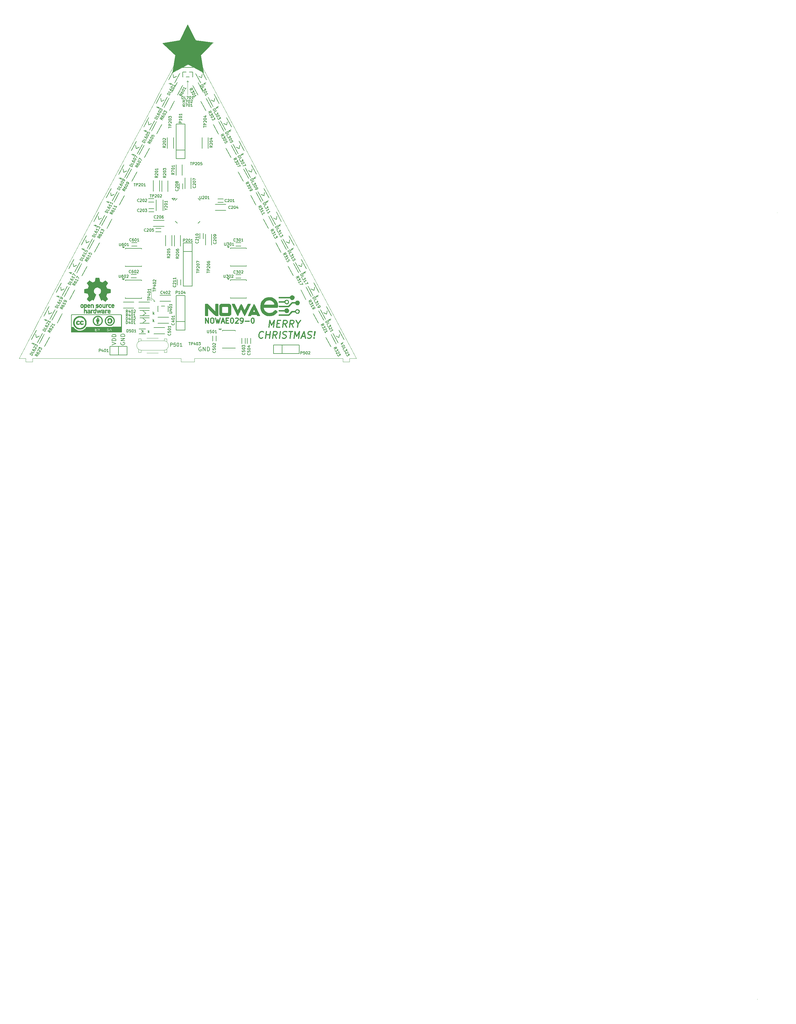
<source format=gto>
%TF.GenerationSoftware,KiCad,Pcbnew,(5.1.6-0-10_14)*%
%TF.CreationDate,2020-10-09T22:40:52+02:00*%
%TF.ProjectId,nowae029,6e6f7761-6530-4323-992e-6b696361645f,0*%
%TF.SameCoordinates,Original*%
%TF.FileFunction,Legend,Top*%
%TF.FilePolarity,Positive*%
%FSLAX46Y46*%
G04 Gerber Fmt 4.6, Leading zero omitted, Abs format (unit mm)*
G04 Created by KiCad (PCBNEW (5.1.6-0-10_14)) date 2020-10-09 22:40:52*
%MOMM*%
%LPD*%
G01*
G04 APERTURE LIST*
%ADD10C,0.120000*%
%ADD11C,0.150000*%
%ADD12C,0.050000*%
%ADD13C,0.300000*%
%TA.AperFunction,Profile*%
%ADD14C,0.050000*%
%TD*%
%TA.AperFunction,Profile*%
%ADD15C,0.200000*%
%TD*%
%ADD16C,0.010000*%
G04 APERTURE END LIST*
D10*
X90200000Y-112200000D02*
X89800000Y-112100000D01*
X90200000Y-112200000D02*
X90100000Y-111700000D01*
X89200000Y-111100000D02*
X90200000Y-112200000D01*
X89200000Y-108300000D02*
X89200000Y-111900000D01*
D11*
X77542857Y-125000000D02*
X78742857Y-124600000D01*
X77542857Y-124200000D01*
X78742857Y-123800000D02*
X77542857Y-123800000D01*
X77542857Y-123514285D01*
X77600000Y-123342857D01*
X77714285Y-123228571D01*
X77828571Y-123171428D01*
X78057142Y-123114285D01*
X78228571Y-123114285D01*
X78457142Y-123171428D01*
X78571428Y-123228571D01*
X78685714Y-123342857D01*
X78742857Y-123514285D01*
X78742857Y-123800000D01*
X78742857Y-122600000D02*
X77542857Y-122600000D01*
X77542857Y-122314285D01*
X77600000Y-122142857D01*
X77714285Y-122028571D01*
X77828571Y-121971428D01*
X78057142Y-121914285D01*
X78228571Y-121914285D01*
X78457142Y-121971428D01*
X78571428Y-122028571D01*
X78685714Y-122142857D01*
X78742857Y-122314285D01*
X78742857Y-122600000D01*
X80200000Y-124314285D02*
X80142857Y-124428571D01*
X80142857Y-124600000D01*
X80200000Y-124771428D01*
X80314285Y-124885714D01*
X80428571Y-124942857D01*
X80657142Y-125000000D01*
X80828571Y-125000000D01*
X81057142Y-124942857D01*
X81171428Y-124885714D01*
X81285714Y-124771428D01*
X81342857Y-124600000D01*
X81342857Y-124485714D01*
X81285714Y-124314285D01*
X81228571Y-124257142D01*
X80828571Y-124257142D01*
X80828571Y-124485714D01*
X81342857Y-123742857D02*
X80142857Y-123742857D01*
X81342857Y-123057142D01*
X80142857Y-123057142D01*
X81342857Y-122485714D02*
X80142857Y-122485714D01*
X80142857Y-122200000D01*
X80200000Y-122028571D01*
X80314285Y-121914285D01*
X80428571Y-121857142D01*
X80657142Y-121800000D01*
X80828571Y-121800000D01*
X81057142Y-121857142D01*
X81171428Y-121914285D01*
X81285714Y-122028571D01*
X81342857Y-122200000D01*
X81342857Y-122485714D01*
D10*
X100300000Y-47100000D02*
X100000000Y-46700000D01*
X99700000Y-47100000D02*
X100300000Y-47100000D01*
X100000000Y-46700000D02*
X99700000Y-47100000D01*
X100000000Y-50900000D02*
X100000000Y-46700000D01*
D11*
X103985714Y-125700000D02*
X103871428Y-125642857D01*
X103700000Y-125642857D01*
X103528571Y-125700000D01*
X103414285Y-125814285D01*
X103357142Y-125928571D01*
X103300000Y-126157142D01*
X103300000Y-126328571D01*
X103357142Y-126557142D01*
X103414285Y-126671428D01*
X103528571Y-126785714D01*
X103700000Y-126842857D01*
X103814285Y-126842857D01*
X103985714Y-126785714D01*
X104042857Y-126728571D01*
X104042857Y-126328571D01*
X103814285Y-126328571D01*
X104557142Y-126842857D02*
X104557142Y-125642857D01*
X105242857Y-126842857D01*
X105242857Y-125642857D01*
X105814285Y-126842857D02*
X105814285Y-125642857D01*
X106100000Y-125642857D01*
X106271428Y-125700000D01*
X106385714Y-125814285D01*
X106442857Y-125928571D01*
X106500000Y-126157142D01*
X106500000Y-126328571D01*
X106442857Y-126557142D01*
X106385714Y-126671428D01*
X106271428Y-126785714D01*
X106100000Y-126842857D01*
X105814285Y-126842857D01*
D12*
G36*
X102370000Y-34770000D02*
G01*
X107560000Y-35490000D01*
X103830000Y-39170000D01*
X104759284Y-44327307D01*
X100109284Y-41927307D01*
X95489284Y-44387307D01*
X96330000Y-39221785D01*
X92550000Y-35590000D01*
X97730000Y-34800000D01*
X100020000Y-30090000D01*
X102370000Y-34770000D01*
G37*
X102370000Y-34770000D02*
X107560000Y-35490000D01*
X103830000Y-39170000D01*
X104759284Y-44327307D01*
X100109284Y-41927307D01*
X95489284Y-44387307D01*
X96330000Y-39221785D01*
X92550000Y-35590000D01*
X97730000Y-34800000D01*
X100020000Y-30090000D01*
X102370000Y-34770000D01*
X274810000Y-85820000D02*
X274810000Y-85820000D01*
D13*
X124109553Y-119754761D02*
X124359553Y-117754761D01*
X124847648Y-119183333D01*
X125692886Y-117754761D01*
X125442886Y-119754761D01*
X126526220Y-118707142D02*
X127192886Y-118707142D01*
X127347648Y-119754761D02*
X126395267Y-119754761D01*
X126645267Y-117754761D01*
X127597648Y-117754761D01*
X129347648Y-119754761D02*
X128800029Y-118802380D01*
X128204791Y-119754761D02*
X128454791Y-117754761D01*
X129216696Y-117754761D01*
X129395267Y-117850000D01*
X129478601Y-117945238D01*
X129550029Y-118135714D01*
X129514315Y-118421428D01*
X129395267Y-118611904D01*
X129288125Y-118707142D01*
X129085744Y-118802380D01*
X128323839Y-118802380D01*
X131347648Y-119754761D02*
X130800029Y-118802380D01*
X130204791Y-119754761D02*
X130454791Y-117754761D01*
X131216696Y-117754761D01*
X131395267Y-117850000D01*
X131478601Y-117945238D01*
X131550029Y-118135714D01*
X131514315Y-118421428D01*
X131395267Y-118611904D01*
X131288125Y-118707142D01*
X131085744Y-118802380D01*
X130323839Y-118802380D01*
X132704791Y-118802380D02*
X132585744Y-119754761D01*
X132169077Y-117754761D02*
X132704791Y-118802380D01*
X133502410Y-117754761D01*
X122276220Y-122864285D02*
X122169077Y-122959523D01*
X121871458Y-123054761D01*
X121680982Y-123054761D01*
X121407172Y-122959523D01*
X121240505Y-122769047D01*
X121169077Y-122578571D01*
X121121458Y-122197619D01*
X121157172Y-121911904D01*
X121300029Y-121530952D01*
X121419077Y-121340476D01*
X121633363Y-121150000D01*
X121930982Y-121054761D01*
X122121458Y-121054761D01*
X122395267Y-121150000D01*
X122478601Y-121245238D01*
X123109553Y-123054761D02*
X123359553Y-121054761D01*
X123240505Y-122007142D02*
X124383363Y-122007142D01*
X124252410Y-123054761D02*
X124502410Y-121054761D01*
X126347648Y-123054761D02*
X125800029Y-122102380D01*
X125204791Y-123054761D02*
X125454791Y-121054761D01*
X126216696Y-121054761D01*
X126395267Y-121150000D01*
X126478601Y-121245238D01*
X126550029Y-121435714D01*
X126514315Y-121721428D01*
X126395267Y-121911904D01*
X126288125Y-122007142D01*
X126085744Y-122102380D01*
X125323839Y-122102380D01*
X127204791Y-123054761D02*
X127454791Y-121054761D01*
X128073839Y-122959523D02*
X128347648Y-123054761D01*
X128823839Y-123054761D01*
X129026220Y-122959523D01*
X129133363Y-122864285D01*
X129252410Y-122673809D01*
X129276220Y-122483333D01*
X129204791Y-122292857D01*
X129121458Y-122197619D01*
X128942886Y-122102380D01*
X128573839Y-122007142D01*
X128395267Y-121911904D01*
X128311934Y-121816666D01*
X128240505Y-121626190D01*
X128264315Y-121435714D01*
X128383363Y-121245238D01*
X128490505Y-121150000D01*
X128692886Y-121054761D01*
X129169077Y-121054761D01*
X129442886Y-121150000D01*
X130026220Y-121054761D02*
X131169077Y-121054761D01*
X130347648Y-123054761D02*
X130597648Y-121054761D01*
X131585744Y-123054761D02*
X131835744Y-121054761D01*
X132323839Y-122483333D01*
X133169077Y-121054761D01*
X132919077Y-123054761D01*
X133847648Y-122483333D02*
X134800029Y-122483333D01*
X133585744Y-123054761D02*
X134502410Y-121054761D01*
X134919077Y-123054761D01*
X135502410Y-122959523D02*
X135776220Y-123054761D01*
X136252410Y-123054761D01*
X136454791Y-122959523D01*
X136561934Y-122864285D01*
X136680982Y-122673809D01*
X136704791Y-122483333D01*
X136633363Y-122292857D01*
X136550029Y-122197619D01*
X136371458Y-122102380D01*
X136002410Y-122007142D01*
X135823839Y-121911904D01*
X135740505Y-121816666D01*
X135669077Y-121626190D01*
X135692886Y-121435714D01*
X135811934Y-121245238D01*
X135919077Y-121150000D01*
X136121458Y-121054761D01*
X136597648Y-121054761D01*
X136871458Y-121150000D01*
X137514315Y-122864285D02*
X137597648Y-122959523D01*
X137490505Y-123054761D01*
X137407172Y-122959523D01*
X137514315Y-122864285D01*
X137490505Y-123054761D01*
X137585744Y-122292857D02*
X137633363Y-121150000D01*
X137740505Y-121054761D01*
X137823839Y-121150000D01*
X137585744Y-122292857D01*
X137740505Y-121054761D01*
X105305428Y-118562571D02*
X105305428Y-117062571D01*
X106162571Y-118562571D01*
X106162571Y-117062571D01*
X107162571Y-117062571D02*
X107448285Y-117062571D01*
X107591142Y-117134000D01*
X107734000Y-117276857D01*
X107805428Y-117562571D01*
X107805428Y-118062571D01*
X107734000Y-118348285D01*
X107591142Y-118491142D01*
X107448285Y-118562571D01*
X107162571Y-118562571D01*
X107019714Y-118491142D01*
X106876857Y-118348285D01*
X106805428Y-118062571D01*
X106805428Y-117562571D01*
X106876857Y-117276857D01*
X107019714Y-117134000D01*
X107162571Y-117062571D01*
X108305428Y-117062571D02*
X108662571Y-118562571D01*
X108948285Y-117491142D01*
X109234000Y-118562571D01*
X109591142Y-117062571D01*
X110091142Y-118134000D02*
X110805428Y-118134000D01*
X109948285Y-118562571D02*
X110448285Y-117062571D01*
X110948285Y-118562571D01*
X111448285Y-117776857D02*
X111948285Y-117776857D01*
X112162571Y-118562571D02*
X111448285Y-118562571D01*
X111448285Y-117062571D01*
X112162571Y-117062571D01*
X113091142Y-117062571D02*
X113234000Y-117062571D01*
X113376857Y-117134000D01*
X113448285Y-117205428D01*
X113519714Y-117348285D01*
X113591142Y-117634000D01*
X113591142Y-117991142D01*
X113519714Y-118276857D01*
X113448285Y-118419714D01*
X113376857Y-118491142D01*
X113234000Y-118562571D01*
X113091142Y-118562571D01*
X112948285Y-118491142D01*
X112876857Y-118419714D01*
X112805428Y-118276857D01*
X112734000Y-117991142D01*
X112734000Y-117634000D01*
X112805428Y-117348285D01*
X112876857Y-117205428D01*
X112948285Y-117134000D01*
X113091142Y-117062571D01*
X114162571Y-117205428D02*
X114234000Y-117134000D01*
X114376857Y-117062571D01*
X114734000Y-117062571D01*
X114876857Y-117134000D01*
X114948285Y-117205428D01*
X115019714Y-117348285D01*
X115019714Y-117491142D01*
X114948285Y-117705428D01*
X114091142Y-118562571D01*
X115019714Y-118562571D01*
X115734000Y-118562571D02*
X116019714Y-118562571D01*
X116162571Y-118491142D01*
X116234000Y-118419714D01*
X116376857Y-118205428D01*
X116448285Y-117919714D01*
X116448285Y-117348285D01*
X116376857Y-117205428D01*
X116305428Y-117134000D01*
X116162571Y-117062571D01*
X115876857Y-117062571D01*
X115734000Y-117134000D01*
X115662571Y-117205428D01*
X115591142Y-117348285D01*
X115591142Y-117705428D01*
X115662571Y-117848285D01*
X115734000Y-117919714D01*
X115876857Y-117991142D01*
X116162571Y-117991142D01*
X116305428Y-117919714D01*
X116376857Y-117848285D01*
X116448285Y-117705428D01*
X117091142Y-117991142D02*
X118234000Y-117991142D01*
X119234000Y-117062571D02*
X119376857Y-117062571D01*
X119519714Y-117134000D01*
X119591142Y-117205428D01*
X119662571Y-117348285D01*
X119734000Y-117634000D01*
X119734000Y-117991142D01*
X119662571Y-118276857D01*
X119591142Y-118419714D01*
X119519714Y-118491142D01*
X119376857Y-118562571D01*
X119234000Y-118562571D01*
X119091142Y-118491142D01*
X119019714Y-118419714D01*
X118948285Y-118276857D01*
X118876857Y-117991142D01*
X118876857Y-117634000D01*
X118948285Y-117348285D01*
X119019714Y-117205428D01*
X119091142Y-117134000D01*
X119234000Y-117062571D01*
D14*
X95849877Y-42393418D02*
X96326817Y-39221785D01*
X107560690Y-35486081D02*
X103832837Y-39170169D01*
X102368975Y-34768100D02*
X107560690Y-35486081D01*
X96326817Y-39221785D02*
X92548651Y-35589313D01*
X92548651Y-35589313D02*
X97730000Y-34800000D01*
X95849877Y-42393418D02*
X94417635Y-45086053D01*
X94417635Y-45086053D02*
X92985389Y-47778769D01*
X92985389Y-47778769D02*
X91553138Y-50471647D01*
X91553138Y-50471647D02*
X90120876Y-53164768D01*
X90120876Y-53164768D02*
X88688601Y-55858214D01*
X88688601Y-55858214D02*
X87256309Y-58552065D01*
X87256309Y-58552065D02*
X85823997Y-61246402D01*
X85823997Y-61246402D02*
X84391662Y-63941307D01*
X84391662Y-63941307D02*
X82959301Y-66636860D01*
X82959301Y-66636860D02*
X81526909Y-69333143D01*
X81526909Y-69333143D02*
X80094484Y-72030236D01*
X80094484Y-72030236D02*
X78662023Y-74728221D01*
X78662023Y-74728221D02*
X77229522Y-77427179D01*
X77229522Y-77427179D02*
X75796977Y-80127190D01*
X75796977Y-80127190D02*
X74364387Y-82828336D01*
X74364387Y-82828336D02*
X72931746Y-85530699D01*
X72931746Y-85530699D02*
X71499052Y-88234358D01*
X71499052Y-88234358D02*
X70066301Y-90939395D01*
X70066301Y-90939395D02*
X68633491Y-93645891D01*
X68633491Y-93645891D02*
X67200617Y-96353928D01*
X67200617Y-96353928D02*
X65767678Y-99063585D01*
X65767678Y-99063585D02*
X64334668Y-101774945D01*
X64334668Y-101774945D02*
X62901585Y-104488088D01*
X62901585Y-104488088D02*
X61468426Y-107203095D01*
X61468426Y-107203095D02*
X60035186Y-109920048D01*
X60035186Y-109920048D02*
X58601864Y-112639028D01*
X58601864Y-112639028D02*
X57168456Y-115360115D01*
X57168456Y-115360115D02*
X55734957Y-118083390D01*
X55734957Y-118083390D02*
X54301366Y-120808935D01*
X54301366Y-120808935D02*
X52867678Y-123536831D01*
X52867678Y-123536831D02*
X51433890Y-126267159D01*
X51433890Y-126267159D02*
X50000000Y-129000000D01*
X103832837Y-39170169D02*
X104449243Y-42890699D01*
X100017169Y-30084255D02*
X102368975Y-34768100D01*
X104449243Y-42890699D02*
X150000000Y-129000000D01*
X97730000Y-34800000D02*
X100017169Y-30084255D01*
X148000000Y-129000000D02*
X150000000Y-129000000D01*
X148000000Y-130000000D02*
X148000000Y-129000000D01*
X146000000Y-130000000D02*
X148000000Y-130000000D01*
X146000000Y-129000000D02*
X146000000Y-130000000D01*
X102000000Y-129000000D02*
X146000000Y-129000000D01*
X102000000Y-130000000D02*
X102000000Y-129000000D01*
X98000000Y-130000000D02*
X102000000Y-130000000D01*
X98000000Y-129000000D02*
X98000000Y-130000000D01*
X54000000Y-129000000D02*
X98000000Y-129000000D01*
X54000000Y-130000000D02*
X54000000Y-129000000D01*
X52000000Y-130000000D02*
X54000000Y-130000000D01*
X52000000Y-129000000D02*
X52000000Y-130000000D01*
X50000000Y-129000000D02*
X52000000Y-129000000D01*
D15*
X268944859Y-318881889D02*
X268944859Y-318881889D01*
D16*
%TO.C,G\u002A\u002A\u002A*%
G36*
X70736543Y-114607212D02*
G01*
X70796311Y-114611179D01*
X70840526Y-114620112D01*
X70879416Y-114635912D01*
X70914358Y-114655237D01*
X70958520Y-114683173D01*
X70993105Y-114712066D01*
X71019370Y-114746618D01*
X71038572Y-114791528D01*
X71051971Y-114851498D01*
X71060824Y-114931228D01*
X71066390Y-115035419D01*
X71069926Y-115168772D01*
X71071219Y-115241312D01*
X71077800Y-115642128D01*
X70967978Y-115642128D01*
X70907135Y-115640914D01*
X70874051Y-115635411D01*
X70860489Y-115622822D01*
X70858156Y-115604873D01*
X70856657Y-115581701D01*
X70846383Y-115578543D01*
X70818666Y-115595791D01*
X70802273Y-115607410D01*
X70747466Y-115631984D01*
X70670724Y-115648749D01*
X70585566Y-115656292D01*
X70505513Y-115653198D01*
X70458085Y-115643415D01*
X70366115Y-115597654D01*
X70296520Y-115531098D01*
X70250818Y-115450199D01*
X70230525Y-115361410D01*
X70231414Y-115349306D01*
X70426535Y-115349306D01*
X70451332Y-115399009D01*
X70505071Y-115437239D01*
X70560393Y-115452179D01*
X70630923Y-115457862D01*
X70704477Y-115454890D01*
X70768874Y-115443861D01*
X70811928Y-115425377D01*
X70815860Y-115421931D01*
X70834681Y-115387384D01*
X70849484Y-115332611D01*
X70853956Y-115301203D01*
X70862739Y-115209787D01*
X70691742Y-115209787D01*
X70607731Y-115210916D01*
X70550835Y-115215311D01*
X70512186Y-115224490D01*
X70482913Y-115239968D01*
X70473280Y-115247123D01*
X70433438Y-115296211D01*
X70426535Y-115349306D01*
X70231414Y-115349306D01*
X70237159Y-115271184D01*
X70272237Y-115185971D01*
X70333854Y-115115064D01*
X70389290Y-115077088D01*
X70454270Y-115051513D01*
X70536486Y-115036503D01*
X70643632Y-115030224D01*
X70691524Y-115029746D01*
X70858156Y-115029646D01*
X70858156Y-114951374D01*
X70850490Y-114886345D01*
X70824149Y-114842244D01*
X70774118Y-114815074D01*
X70695380Y-114800838D01*
X70666382Y-114798553D01*
X70597115Y-114796243D01*
X70550804Y-114801692D01*
X70514788Y-114817235D01*
X70496076Y-114829969D01*
X70443449Y-114868878D01*
X70364453Y-114808560D01*
X70316821Y-114766381D01*
X70299992Y-114731975D01*
X70314994Y-114699936D01*
X70362857Y-114664861D01*
X70395256Y-114646717D01*
X70437309Y-114627265D01*
X70481727Y-114615129D01*
X70538600Y-114608716D01*
X70618018Y-114606432D01*
X70650992Y-114606312D01*
X70736543Y-114607212D01*
G37*
X70736543Y-114607212D02*
X70796311Y-114611179D01*
X70840526Y-114620112D01*
X70879416Y-114635912D01*
X70914358Y-114655237D01*
X70958520Y-114683173D01*
X70993105Y-114712066D01*
X71019370Y-114746618D01*
X71038572Y-114791528D01*
X71051971Y-114851498D01*
X71060824Y-114931228D01*
X71066390Y-115035419D01*
X71069926Y-115168772D01*
X71071219Y-115241312D01*
X71077800Y-115642128D01*
X70967978Y-115642128D01*
X70907135Y-115640914D01*
X70874051Y-115635411D01*
X70860489Y-115622822D01*
X70858156Y-115604873D01*
X70856657Y-115581701D01*
X70846383Y-115578543D01*
X70818666Y-115595791D01*
X70802273Y-115607410D01*
X70747466Y-115631984D01*
X70670724Y-115648749D01*
X70585566Y-115656292D01*
X70505513Y-115653198D01*
X70458085Y-115643415D01*
X70366115Y-115597654D01*
X70296520Y-115531098D01*
X70250818Y-115450199D01*
X70230525Y-115361410D01*
X70231414Y-115349306D01*
X70426535Y-115349306D01*
X70451332Y-115399009D01*
X70505071Y-115437239D01*
X70560393Y-115452179D01*
X70630923Y-115457862D01*
X70704477Y-115454890D01*
X70768874Y-115443861D01*
X70811928Y-115425377D01*
X70815860Y-115421931D01*
X70834681Y-115387384D01*
X70849484Y-115332611D01*
X70853956Y-115301203D01*
X70862739Y-115209787D01*
X70691742Y-115209787D01*
X70607731Y-115210916D01*
X70550835Y-115215311D01*
X70512186Y-115224490D01*
X70482913Y-115239968D01*
X70473280Y-115247123D01*
X70433438Y-115296211D01*
X70426535Y-115349306D01*
X70231414Y-115349306D01*
X70237159Y-115271184D01*
X70272237Y-115185971D01*
X70333854Y-115115064D01*
X70389290Y-115077088D01*
X70454270Y-115051513D01*
X70536486Y-115036503D01*
X70643632Y-115030224D01*
X70691524Y-115029746D01*
X70858156Y-115029646D01*
X70858156Y-114951374D01*
X70850490Y-114886345D01*
X70824149Y-114842244D01*
X70774118Y-114815074D01*
X70695380Y-114800838D01*
X70666382Y-114798553D01*
X70597115Y-114796243D01*
X70550804Y-114801692D01*
X70514788Y-114817235D01*
X70496076Y-114829969D01*
X70443449Y-114868878D01*
X70364453Y-114808560D01*
X70316821Y-114766381D01*
X70299992Y-114731975D01*
X70314994Y-114699936D01*
X70362857Y-114664861D01*
X70395256Y-114646717D01*
X70437309Y-114627265D01*
X70481727Y-114615129D01*
X70538600Y-114608716D01*
X70618018Y-114606432D01*
X70650992Y-114606312D01*
X70736543Y-114607212D01*
G36*
X72839716Y-115642128D02*
G01*
X72731631Y-115642128D01*
X72671734Y-115641182D01*
X72639396Y-115635982D01*
X72626155Y-115622980D01*
X72623549Y-115598632D01*
X72623546Y-115596837D01*
X72623546Y-115551546D01*
X72553444Y-115597937D01*
X72457042Y-115642187D01*
X72353358Y-115656026D01*
X72252131Y-115638803D01*
X72210264Y-115620895D01*
X72148195Y-115579558D01*
X72089939Y-115526858D01*
X72075157Y-115509853D01*
X72020071Y-115440628D01*
X72020071Y-115128724D01*
X72210079Y-115128724D01*
X72218753Y-115250253D01*
X72245299Y-115341263D01*
X72290506Y-115402953D01*
X72355163Y-115436524D01*
X72417103Y-115443972D01*
X72481892Y-115436742D01*
X72533607Y-115409805D01*
X72554775Y-115392241D01*
X72581765Y-115366474D01*
X72599131Y-115341632D01*
X72609477Y-115308831D01*
X72615405Y-115259184D01*
X72619519Y-115183807D01*
X72620169Y-115169075D01*
X72620694Y-115042937D01*
X72608505Y-114947828D01*
X72581685Y-114880406D01*
X72538320Y-114837331D01*
X72476494Y-114815259D01*
X72414660Y-114810473D01*
X72335964Y-114823728D01*
X72276983Y-114864302D01*
X72236938Y-114933405D01*
X72215050Y-115032251D01*
X72210079Y-115128724D01*
X72020071Y-115128724D01*
X72020071Y-114819402D01*
X72071620Y-114745015D01*
X72145110Y-114668370D01*
X72235991Y-114619283D01*
X72336946Y-114599093D01*
X72440658Y-114609137D01*
X72539810Y-114650751D01*
X72550405Y-114657499D01*
X72623546Y-114705901D01*
X72623546Y-114182979D01*
X72839716Y-114182979D01*
X72839716Y-115642128D01*
G37*
X72839716Y-115642128D02*
X72731631Y-115642128D01*
X72671734Y-115641182D01*
X72639396Y-115635982D01*
X72626155Y-115622980D01*
X72623549Y-115598632D01*
X72623546Y-115596837D01*
X72623546Y-115551546D01*
X72553444Y-115597937D01*
X72457042Y-115642187D01*
X72353358Y-115656026D01*
X72252131Y-115638803D01*
X72210264Y-115620895D01*
X72148195Y-115579558D01*
X72089939Y-115526858D01*
X72075157Y-115509853D01*
X72020071Y-115440628D01*
X72020071Y-115128724D01*
X72210079Y-115128724D01*
X72218753Y-115250253D01*
X72245299Y-115341263D01*
X72290506Y-115402953D01*
X72355163Y-115436524D01*
X72417103Y-115443972D01*
X72481892Y-115436742D01*
X72533607Y-115409805D01*
X72554775Y-115392241D01*
X72581765Y-115366474D01*
X72599131Y-115341632D01*
X72609477Y-115308831D01*
X72615405Y-115259184D01*
X72619519Y-115183807D01*
X72620169Y-115169075D01*
X72620694Y-115042937D01*
X72608505Y-114947828D01*
X72581685Y-114880406D01*
X72538320Y-114837331D01*
X72476494Y-114815259D01*
X72414660Y-114810473D01*
X72335964Y-114823728D01*
X72276983Y-114864302D01*
X72236938Y-114933405D01*
X72215050Y-115032251D01*
X72210079Y-115128724D01*
X72020071Y-115128724D01*
X72020071Y-114819402D01*
X72071620Y-114745015D01*
X72145110Y-114668370D01*
X72235991Y-114619283D01*
X72336946Y-114599093D01*
X72440658Y-114609137D01*
X72539810Y-114650751D01*
X72550405Y-114657499D01*
X72623546Y-114705901D01*
X72623546Y-114182979D01*
X72839716Y-114182979D01*
X72839716Y-115642128D01*
G36*
X74922379Y-114600618D02*
G01*
X75007370Y-114610502D01*
X75027045Y-114614553D01*
X75123226Y-114652954D01*
X75202042Y-114721017D01*
X75231099Y-114759250D01*
X75244123Y-114779797D01*
X75254011Y-114801479D01*
X75261195Y-114829305D01*
X75266105Y-114868289D01*
X75269173Y-114923440D01*
X75270829Y-114999771D01*
X75271504Y-115102292D01*
X75271631Y-115230466D01*
X75271631Y-115642128D01*
X75172553Y-115642128D01*
X75115296Y-115640564D01*
X75085468Y-115633803D01*
X75074531Y-115618739D01*
X75073475Y-115606099D01*
X75069452Y-115576485D01*
X75053705Y-115574869D01*
X75020715Y-115601055D01*
X75017431Y-115604097D01*
X74959497Y-115637258D01*
X74879075Y-115655897D01*
X74787027Y-115659127D01*
X74694215Y-115646060D01*
X74652937Y-115633866D01*
X74563740Y-115585526D01*
X74498121Y-115516660D01*
X74457419Y-115433957D01*
X74444000Y-115350509D01*
X74642443Y-115350509D01*
X74665095Y-115402277D01*
X74715950Y-115443214D01*
X74731205Y-115450138D01*
X74774968Y-115458348D01*
X74837605Y-115459368D01*
X74906995Y-115454327D01*
X74971017Y-115444356D01*
X75017553Y-115430583D01*
X75030897Y-115422214D01*
X75049917Y-115387436D01*
X75064822Y-115332461D01*
X75069275Y-115301203D01*
X75078059Y-115209787D01*
X74907061Y-115209787D01*
X74823050Y-115210916D01*
X74766154Y-115215311D01*
X74727505Y-115224490D01*
X74698232Y-115239968D01*
X74688599Y-115247123D01*
X74649707Y-115296071D01*
X74642443Y-115350509D01*
X74444000Y-115350509D01*
X74442970Y-115344106D01*
X74456114Y-115253795D01*
X74498187Y-115169713D01*
X74549173Y-115115064D01*
X74604609Y-115077088D01*
X74669589Y-115051513D01*
X74751806Y-115036503D01*
X74858951Y-115030224D01*
X74906844Y-115029746D01*
X75073475Y-115029646D01*
X75073475Y-114959584D01*
X75063111Y-114886930D01*
X75029600Y-114838072D01*
X74969311Y-114809538D01*
X74906165Y-114799533D01*
X74810333Y-114797061D01*
X74741463Y-114808997D01*
X74692963Y-114836625D01*
X74686967Y-114842273D01*
X74667855Y-114856764D01*
X74646683Y-114855899D01*
X74613947Y-114836922D01*
X74578179Y-114810721D01*
X74534117Y-114775515D01*
X74504806Y-114748241D01*
X74497578Y-114737832D01*
X74511503Y-114717232D01*
X74547803Y-114687722D01*
X74596427Y-114656089D01*
X74647320Y-114629122D01*
X74675347Y-114617807D01*
X74741832Y-114604405D01*
X74829021Y-114598630D01*
X74922379Y-114600618D01*
G37*
X74922379Y-114600618D02*
X75007370Y-114610502D01*
X75027045Y-114614553D01*
X75123226Y-114652954D01*
X75202042Y-114721017D01*
X75231099Y-114759250D01*
X75244123Y-114779797D01*
X75254011Y-114801479D01*
X75261195Y-114829305D01*
X75266105Y-114868289D01*
X75269173Y-114923440D01*
X75270829Y-114999771D01*
X75271504Y-115102292D01*
X75271631Y-115230466D01*
X75271631Y-115642128D01*
X75172553Y-115642128D01*
X75115296Y-115640564D01*
X75085468Y-115633803D01*
X75074531Y-115618739D01*
X75073475Y-115606099D01*
X75069452Y-115576485D01*
X75053705Y-115574869D01*
X75020715Y-115601055D01*
X75017431Y-115604097D01*
X74959497Y-115637258D01*
X74879075Y-115655897D01*
X74787027Y-115659127D01*
X74694215Y-115646060D01*
X74652937Y-115633866D01*
X74563740Y-115585526D01*
X74498121Y-115516660D01*
X74457419Y-115433957D01*
X74444000Y-115350509D01*
X74642443Y-115350509D01*
X74665095Y-115402277D01*
X74715950Y-115443214D01*
X74731205Y-115450138D01*
X74774968Y-115458348D01*
X74837605Y-115459368D01*
X74906995Y-115454327D01*
X74971017Y-115444356D01*
X75017553Y-115430583D01*
X75030897Y-115422214D01*
X75049917Y-115387436D01*
X75064822Y-115332461D01*
X75069275Y-115301203D01*
X75078059Y-115209787D01*
X74907061Y-115209787D01*
X74823050Y-115210916D01*
X74766154Y-115215311D01*
X74727505Y-115224490D01*
X74698232Y-115239968D01*
X74688599Y-115247123D01*
X74649707Y-115296071D01*
X74642443Y-115350509D01*
X74444000Y-115350509D01*
X74442970Y-115344106D01*
X74456114Y-115253795D01*
X74498187Y-115169713D01*
X74549173Y-115115064D01*
X74604609Y-115077088D01*
X74669589Y-115051513D01*
X74751806Y-115036503D01*
X74858951Y-115030224D01*
X74906844Y-115029746D01*
X75073475Y-115029646D01*
X75073475Y-114959584D01*
X75063111Y-114886930D01*
X75029600Y-114838072D01*
X74969311Y-114809538D01*
X74906165Y-114799533D01*
X74810333Y-114797061D01*
X74741463Y-114808997D01*
X74692963Y-114836625D01*
X74686967Y-114842273D01*
X74667855Y-114856764D01*
X74646683Y-114855899D01*
X74613947Y-114836922D01*
X74578179Y-114810721D01*
X74534117Y-114775515D01*
X74504806Y-114748241D01*
X74497578Y-114737832D01*
X74511503Y-114717232D01*
X74547803Y-114687722D01*
X74596427Y-114656089D01*
X74647320Y-114629122D01*
X74675347Y-114617807D01*
X74741832Y-114604405D01*
X74829021Y-114598630D01*
X74922379Y-114600618D01*
G36*
X76730282Y-114606097D02*
G01*
X76841846Y-114640449D01*
X76934142Y-114703106D01*
X77004839Y-114791756D01*
X77051607Y-114904083D01*
X77072116Y-115037774D01*
X77072873Y-115070177D01*
X77073049Y-115209787D01*
X76421676Y-115209787D01*
X76433883Y-115268333D01*
X76465112Y-115354323D01*
X76518474Y-115413351D01*
X76560468Y-115436469D01*
X76659486Y-115459295D01*
X76760132Y-115446865D01*
X76859373Y-115399647D01*
X76876913Y-115387447D01*
X76899352Y-115378916D01*
X76927877Y-115388274D01*
X76971400Y-115418912D01*
X76982256Y-115427543D01*
X77058558Y-115488861D01*
X76992026Y-115546373D01*
X76889183Y-115612337D01*
X76770412Y-115649694D01*
X76643455Y-115656998D01*
X76520730Y-115634294D01*
X76425616Y-115593235D01*
X76352324Y-115532958D01*
X76291003Y-115445253D01*
X76288513Y-115440794D01*
X76265876Y-115397902D01*
X76250784Y-115360447D01*
X76241715Y-115319480D01*
X76237146Y-115266051D01*
X76235552Y-115191211D01*
X76235390Y-115128724D01*
X76235879Y-115035769D01*
X76236816Y-115011053D01*
X76424539Y-115011053D01*
X76442081Y-115019491D01*
X76492951Y-115025525D01*
X76574515Y-115028936D01*
X76647800Y-115029646D01*
X76871062Y-115029646D01*
X76852694Y-114957281D01*
X76817785Y-114880426D01*
X76762981Y-114827625D01*
X76695600Y-114799318D01*
X76622958Y-114795945D01*
X76552372Y-114817947D01*
X76491159Y-114865763D01*
X76449377Y-114933014D01*
X76432688Y-114977807D01*
X76424664Y-115008879D01*
X76424539Y-115011053D01*
X76236816Y-115011053D01*
X76238381Y-114969825D01*
X76244442Y-114921876D01*
X76255612Y-114882910D01*
X76273438Y-114843909D01*
X76289432Y-114814082D01*
X76358752Y-114715364D01*
X76442479Y-114648491D01*
X76544442Y-114610868D01*
X76601780Y-114602365D01*
X76730282Y-114606097D01*
G37*
X76730282Y-114606097D02*
X76841846Y-114640449D01*
X76934142Y-114703106D01*
X77004839Y-114791756D01*
X77051607Y-114904083D01*
X77072116Y-115037774D01*
X77072873Y-115070177D01*
X77073049Y-115209787D01*
X76421676Y-115209787D01*
X76433883Y-115268333D01*
X76465112Y-115354323D01*
X76518474Y-115413351D01*
X76560468Y-115436469D01*
X76659486Y-115459295D01*
X76760132Y-115446865D01*
X76859373Y-115399647D01*
X76876913Y-115387447D01*
X76899352Y-115378916D01*
X76927877Y-115388274D01*
X76971400Y-115418912D01*
X76982256Y-115427543D01*
X77058558Y-115488861D01*
X76992026Y-115546373D01*
X76889183Y-115612337D01*
X76770412Y-115649694D01*
X76643455Y-115656998D01*
X76520730Y-115634294D01*
X76425616Y-115593235D01*
X76352324Y-115532958D01*
X76291003Y-115445253D01*
X76288513Y-115440794D01*
X76265876Y-115397902D01*
X76250784Y-115360447D01*
X76241715Y-115319480D01*
X76237146Y-115266051D01*
X76235552Y-115191211D01*
X76235390Y-115128724D01*
X76235879Y-115035769D01*
X76236816Y-115011053D01*
X76424539Y-115011053D01*
X76442081Y-115019491D01*
X76492951Y-115025525D01*
X76574515Y-115028936D01*
X76647800Y-115029646D01*
X76871062Y-115029646D01*
X76852694Y-114957281D01*
X76817785Y-114880426D01*
X76762981Y-114827625D01*
X76695600Y-114799318D01*
X76622958Y-114795945D01*
X76552372Y-114817947D01*
X76491159Y-114865763D01*
X76449377Y-114933014D01*
X76432688Y-114977807D01*
X76424664Y-115008879D01*
X76424539Y-115011053D01*
X76236816Y-115011053D01*
X76238381Y-114969825D01*
X76244442Y-114921876D01*
X76255612Y-114882910D01*
X76273438Y-114843909D01*
X76289432Y-114814082D01*
X76358752Y-114715364D01*
X76442479Y-114648491D01*
X76544442Y-114610868D01*
X76601780Y-114602365D01*
X76730282Y-114606097D01*
G36*
X69453049Y-113014849D02*
G01*
X69454882Y-113052221D01*
X69464402Y-113059189D01*
X69484574Y-113044042D01*
X69574113Y-112986972D01*
X69674547Y-112958373D01*
X69777750Y-112958098D01*
X69875597Y-112985998D01*
X69959962Y-113041925D01*
X69971151Y-113052928D01*
X70010982Y-113099732D01*
X70039105Y-113149133D01*
X70057971Y-113209245D01*
X70070028Y-113288183D01*
X70077726Y-113394062D01*
X70078445Y-113408369D01*
X70079424Y-113572933D01*
X70065218Y-113709116D01*
X70036089Y-113815205D01*
X70007274Y-113870189D01*
X69936279Y-113944152D01*
X69847549Y-113990650D01*
X69748039Y-114008456D01*
X69644705Y-113996344D01*
X69544504Y-113953086D01*
X69542928Y-113952112D01*
X69453049Y-113896240D01*
X69453049Y-114300815D01*
X69453838Y-114443212D01*
X69456150Y-114556649D01*
X69459906Y-114639339D01*
X69465028Y-114689498D01*
X69471063Y-114705390D01*
X69488566Y-114692862D01*
X69489078Y-114688983D01*
X69505079Y-114668006D01*
X69546243Y-114644419D01*
X69602315Y-114622203D01*
X69663035Y-114605333D01*
X69718148Y-114597789D01*
X69724446Y-114597701D01*
X69817359Y-114611561D01*
X69908039Y-114647978D01*
X69981121Y-114700529D01*
X69988362Y-114708030D01*
X70018459Y-114745547D01*
X70041639Y-114787866D01*
X70058752Y-114840046D01*
X70070648Y-114907148D01*
X70078175Y-114994231D01*
X70082184Y-115106355D01*
X70083522Y-115248579D01*
X70083546Y-115275102D01*
X70083546Y-115642128D01*
X69867375Y-115642128D01*
X69867375Y-115300706D01*
X69866703Y-115167425D01*
X69864070Y-115065162D01*
X69858558Y-114988920D01*
X69849245Y-114933703D01*
X69835212Y-114894516D01*
X69815537Y-114866362D01*
X69789300Y-114844244D01*
X69782422Y-114839605D01*
X69719459Y-114816110D01*
X69643986Y-114812183D01*
X69573734Y-114827811D01*
X69550700Y-114839775D01*
X69518578Y-114865223D01*
X69494206Y-114897263D01*
X69476570Y-114940861D01*
X69464652Y-115000987D01*
X69457438Y-115082607D01*
X69453911Y-115190691D01*
X69453049Y-115317294D01*
X69453049Y-115642128D01*
X69254893Y-115642128D01*
X69254893Y-113495232D01*
X69462453Y-113495232D01*
X69466506Y-113583619D01*
X69476697Y-113657466D01*
X69487061Y-113692820D01*
X69529748Y-113751650D01*
X69593264Y-113790193D01*
X69666772Y-113805349D01*
X69739436Y-113794015D01*
X69775199Y-113775305D01*
X69819969Y-113728118D01*
X69849309Y-113657943D01*
X69864481Y-113560694D01*
X69867347Y-113476501D01*
X69859978Y-113357202D01*
X69837300Y-113268376D01*
X69798381Y-113207463D01*
X69759290Y-113179204D01*
X69681998Y-113157692D01*
X69605442Y-113165639D01*
X69538935Y-113200009D01*
X69491789Y-113257769D01*
X69487111Y-113267910D01*
X69472757Y-113324869D01*
X69464537Y-113404812D01*
X69462453Y-113495232D01*
X69254893Y-113495232D01*
X69254893Y-112958014D01*
X69453049Y-112958014D01*
X69453049Y-113014849D01*
G37*
X69453049Y-113014849D02*
X69454882Y-113052221D01*
X69464402Y-113059189D01*
X69484574Y-113044042D01*
X69574113Y-112986972D01*
X69674547Y-112958373D01*
X69777750Y-112958098D01*
X69875597Y-112985998D01*
X69959962Y-113041925D01*
X69971151Y-113052928D01*
X70010982Y-113099732D01*
X70039105Y-113149133D01*
X70057971Y-113209245D01*
X70070028Y-113288183D01*
X70077726Y-113394062D01*
X70078445Y-113408369D01*
X70079424Y-113572933D01*
X70065218Y-113709116D01*
X70036089Y-113815205D01*
X70007274Y-113870189D01*
X69936279Y-113944152D01*
X69847549Y-113990650D01*
X69748039Y-114008456D01*
X69644705Y-113996344D01*
X69544504Y-113953086D01*
X69542928Y-113952112D01*
X69453049Y-113896240D01*
X69453049Y-114300815D01*
X69453838Y-114443212D01*
X69456150Y-114556649D01*
X69459906Y-114639339D01*
X69465028Y-114689498D01*
X69471063Y-114705390D01*
X69488566Y-114692862D01*
X69489078Y-114688983D01*
X69505079Y-114668006D01*
X69546243Y-114644419D01*
X69602315Y-114622203D01*
X69663035Y-114605333D01*
X69718148Y-114597789D01*
X69724446Y-114597701D01*
X69817359Y-114611561D01*
X69908039Y-114647978D01*
X69981121Y-114700529D01*
X69988362Y-114708030D01*
X70018459Y-114745547D01*
X70041639Y-114787866D01*
X70058752Y-114840046D01*
X70070648Y-114907148D01*
X70078175Y-114994231D01*
X70082184Y-115106355D01*
X70083522Y-115248579D01*
X70083546Y-115275102D01*
X70083546Y-115642128D01*
X69867375Y-115642128D01*
X69867375Y-115300706D01*
X69866703Y-115167425D01*
X69864070Y-115065162D01*
X69858558Y-114988920D01*
X69849245Y-114933703D01*
X69835212Y-114894516D01*
X69815537Y-114866362D01*
X69789300Y-114844244D01*
X69782422Y-114839605D01*
X69719459Y-114816110D01*
X69643986Y-114812183D01*
X69573734Y-114827811D01*
X69550700Y-114839775D01*
X69518578Y-114865223D01*
X69494206Y-114897263D01*
X69476570Y-114940861D01*
X69464652Y-115000987D01*
X69457438Y-115082607D01*
X69453911Y-115190691D01*
X69453049Y-115317294D01*
X69453049Y-115642128D01*
X69254893Y-115642128D01*
X69254893Y-113495232D01*
X69462453Y-113495232D01*
X69466506Y-113583619D01*
X69476697Y-113657466D01*
X69487061Y-113692820D01*
X69529748Y-113751650D01*
X69593264Y-113790193D01*
X69666772Y-113805349D01*
X69739436Y-113794015D01*
X69775199Y-113775305D01*
X69819969Y-113728118D01*
X69849309Y-113657943D01*
X69864481Y-113560694D01*
X69867347Y-113476501D01*
X69859978Y-113357202D01*
X69837300Y-113268376D01*
X69798381Y-113207463D01*
X69759290Y-113179204D01*
X69681998Y-113157692D01*
X69605442Y-113165639D01*
X69538935Y-113200009D01*
X69491789Y-113257769D01*
X69487111Y-113267910D01*
X69472757Y-113324869D01*
X69464537Y-113404812D01*
X69462453Y-113495232D01*
X69254893Y-113495232D01*
X69254893Y-112958014D01*
X69453049Y-112958014D01*
X69453049Y-113014849D01*
G36*
X71455494Y-114607505D02*
G01*
X71485766Y-114614010D01*
X71498773Y-114630217D01*
X71503311Y-114655347D01*
X71508962Y-114704382D01*
X71583059Y-114655347D01*
X71632755Y-114626929D01*
X71681889Y-114611989D01*
X71745787Y-114606639D01*
X71776356Y-114606312D01*
X71863432Y-114611301D01*
X71923972Y-114627319D01*
X71944803Y-114638580D01*
X71970304Y-114656901D01*
X71980808Y-114674209D01*
X71974233Y-114697525D01*
X71948496Y-114733868D01*
X71901515Y-114790259D01*
X71898909Y-114793333D01*
X71865102Y-114829093D01*
X71840268Y-114840162D01*
X71812779Y-114831406D01*
X71810628Y-114830270D01*
X71748617Y-114812884D01*
X71674709Y-114813429D01*
X71607733Y-114831028D01*
X71590191Y-114840541D01*
X71562793Y-114863068D01*
X71541970Y-114893267D01*
X71526871Y-114935939D01*
X71516643Y-114995887D01*
X71510435Y-115077912D01*
X71507396Y-115186815D01*
X71506666Y-115311554D01*
X71506666Y-115642128D01*
X71289944Y-115642128D01*
X71294723Y-115124220D01*
X71299503Y-114606312D01*
X71398581Y-114606312D01*
X71455494Y-114607505D01*
G37*
X71455494Y-114607505D02*
X71485766Y-114614010D01*
X71498773Y-114630217D01*
X71503311Y-114655347D01*
X71508962Y-114704382D01*
X71583059Y-114655347D01*
X71632755Y-114626929D01*
X71681889Y-114611989D01*
X71745787Y-114606639D01*
X71776356Y-114606312D01*
X71863432Y-114611301D01*
X71923972Y-114627319D01*
X71944803Y-114638580D01*
X71970304Y-114656901D01*
X71980808Y-114674209D01*
X71974233Y-114697525D01*
X71948496Y-114733868D01*
X71901515Y-114790259D01*
X71898909Y-114793333D01*
X71865102Y-114829093D01*
X71840268Y-114840162D01*
X71812779Y-114831406D01*
X71810628Y-114830270D01*
X71748617Y-114812884D01*
X71674709Y-114813429D01*
X71607733Y-114831028D01*
X71590191Y-114840541D01*
X71562793Y-114863068D01*
X71541970Y-114893267D01*
X71526871Y-114935939D01*
X71516643Y-114995887D01*
X71510435Y-115077912D01*
X71507396Y-115186815D01*
X71506666Y-115311554D01*
X71506666Y-115642128D01*
X71289944Y-115642128D01*
X71294723Y-115124220D01*
X71299503Y-114606312D01*
X71398581Y-114606312D01*
X71455494Y-114607505D01*
G36*
X73266352Y-114956612D02*
G01*
X73296071Y-115063249D01*
X73322805Y-115157513D01*
X73345008Y-115234082D01*
X73361132Y-115287631D01*
X73369628Y-115312839D01*
X73370287Y-115314022D01*
X73377716Y-115299895D01*
X73394434Y-115256365D01*
X73418706Y-115188327D01*
X73448797Y-115100681D01*
X73482974Y-114998322D01*
X73494339Y-114963723D01*
X73611281Y-114606312D01*
X73762797Y-114606312D01*
X73878927Y-114963879D01*
X73913848Y-115069840D01*
X73945369Y-115162527D01*
X73971749Y-115237060D01*
X73991247Y-115288560D01*
X74002122Y-115312147D01*
X74003488Y-115313013D01*
X74010582Y-115293830D01*
X74025466Y-115245220D01*
X74046586Y-115172551D01*
X74072386Y-115081191D01*
X74101312Y-114976509D01*
X74107063Y-114955447D01*
X74202205Y-114606312D01*
X74309081Y-114606312D01*
X74367106Y-114609078D01*
X74404439Y-114616389D01*
X74413674Y-114624326D01*
X74407829Y-114645504D01*
X74392426Y-114696543D01*
X74368853Y-114772979D01*
X74338495Y-114870347D01*
X74302741Y-114984182D01*
X74262978Y-115110020D01*
X74252762Y-115142234D01*
X74094134Y-115642128D01*
X73904733Y-115642128D01*
X73859869Y-115493511D01*
X73835279Y-115411343D01*
X73805227Y-115309887D01*
X73774243Y-115204470D01*
X73756082Y-115142234D01*
X73732260Y-115063035D01*
X73711294Y-114998356D01*
X73695490Y-114954987D01*
X73687267Y-114939701D01*
X73678626Y-114955950D01*
X73662477Y-115000066D01*
X73641151Y-115065257D01*
X73617678Y-115142360D01*
X73588133Y-115242223D01*
X73556684Y-115347908D01*
X73527895Y-115444104D01*
X73513007Y-115493511D01*
X73468032Y-115642128D01*
X73279041Y-115642128D01*
X73120433Y-115142234D01*
X73079893Y-115014130D01*
X73043009Y-114896933D01*
X73011169Y-114795108D01*
X72985762Y-114713121D01*
X72968178Y-114655435D01*
X72959804Y-114626516D01*
X72959316Y-114624326D01*
X72974341Y-114614454D01*
X73016829Y-114608010D01*
X73063168Y-114606312D01*
X73169529Y-114606312D01*
X73266352Y-114956612D01*
G37*
X73266352Y-114956612D02*
X73296071Y-115063249D01*
X73322805Y-115157513D01*
X73345008Y-115234082D01*
X73361132Y-115287631D01*
X73369628Y-115312839D01*
X73370287Y-115314022D01*
X73377716Y-115299895D01*
X73394434Y-115256365D01*
X73418706Y-115188327D01*
X73448797Y-115100681D01*
X73482974Y-114998322D01*
X73494339Y-114963723D01*
X73611281Y-114606312D01*
X73762797Y-114606312D01*
X73878927Y-114963879D01*
X73913848Y-115069840D01*
X73945369Y-115162527D01*
X73971749Y-115237060D01*
X73991247Y-115288560D01*
X74002122Y-115312147D01*
X74003488Y-115313013D01*
X74010582Y-115293830D01*
X74025466Y-115245220D01*
X74046586Y-115172551D01*
X74072386Y-115081191D01*
X74101312Y-114976509D01*
X74107063Y-114955447D01*
X74202205Y-114606312D01*
X74309081Y-114606312D01*
X74367106Y-114609078D01*
X74404439Y-114616389D01*
X74413674Y-114624326D01*
X74407829Y-114645504D01*
X74392426Y-114696543D01*
X74368853Y-114772979D01*
X74338495Y-114870347D01*
X74302741Y-114984182D01*
X74262978Y-115110020D01*
X74252762Y-115142234D01*
X74094134Y-115642128D01*
X73904733Y-115642128D01*
X73859869Y-115493511D01*
X73835279Y-115411343D01*
X73805227Y-115309887D01*
X73774243Y-115204470D01*
X73756082Y-115142234D01*
X73732260Y-115063035D01*
X73711294Y-114998356D01*
X73695490Y-114954987D01*
X73687267Y-114939701D01*
X73678626Y-114955950D01*
X73662477Y-115000066D01*
X73641151Y-115065257D01*
X73617678Y-115142360D01*
X73588133Y-115242223D01*
X73556684Y-115347908D01*
X73527895Y-115444104D01*
X73513007Y-115493511D01*
X73468032Y-115642128D01*
X73279041Y-115642128D01*
X73120433Y-115142234D01*
X73079893Y-115014130D01*
X73043009Y-114896933D01*
X73011169Y-114795108D01*
X72985762Y-114713121D01*
X72968178Y-114655435D01*
X72959804Y-114626516D01*
X72959316Y-114624326D01*
X72974341Y-114614454D01*
X73016829Y-114608010D01*
X73063168Y-114606312D01*
X73169529Y-114606312D01*
X73266352Y-114956612D01*
G36*
X76071107Y-114605073D02*
G01*
X76155366Y-114635797D01*
X76164520Y-114641462D01*
X76187789Y-114658535D01*
X76196651Y-114675404D01*
X76188825Y-114698950D01*
X76162034Y-114736057D01*
X76114228Y-114793333D01*
X76080421Y-114829093D01*
X76055587Y-114840162D01*
X76028098Y-114831406D01*
X76025947Y-114830270D01*
X75970156Y-114814280D01*
X75900215Y-114811517D01*
X75835464Y-114821926D01*
X75813193Y-114830881D01*
X75783594Y-114850637D01*
X75761062Y-114877279D01*
X75744672Y-114915561D01*
X75733497Y-114970237D01*
X75726610Y-115046063D01*
X75723085Y-115147792D01*
X75721996Y-115280178D01*
X75721985Y-115298964D01*
X75721985Y-115642128D01*
X75505263Y-115642128D01*
X75510042Y-115124220D01*
X75514822Y-114606312D01*
X75613900Y-114606312D01*
X75670835Y-114607529D01*
X75701120Y-114614057D01*
X75714120Y-114630217D01*
X75718556Y-114654580D01*
X75724133Y-114702847D01*
X75787921Y-114659560D01*
X75875973Y-114617503D01*
X75974172Y-114599158D01*
X76071107Y-114605073D01*
G37*
X76071107Y-114605073D02*
X76155366Y-114635797D01*
X76164520Y-114641462D01*
X76187789Y-114658535D01*
X76196651Y-114675404D01*
X76188825Y-114698950D01*
X76162034Y-114736057D01*
X76114228Y-114793333D01*
X76080421Y-114829093D01*
X76055587Y-114840162D01*
X76028098Y-114831406D01*
X76025947Y-114830270D01*
X75970156Y-114814280D01*
X75900215Y-114811517D01*
X75835464Y-114821926D01*
X75813193Y-114830881D01*
X75783594Y-114850637D01*
X75761062Y-114877279D01*
X75744672Y-114915561D01*
X75733497Y-114970237D01*
X75726610Y-115046063D01*
X75723085Y-115147792D01*
X75721996Y-115280178D01*
X75721985Y-115298964D01*
X75721985Y-115642128D01*
X75505263Y-115642128D01*
X75510042Y-115124220D01*
X75514822Y-114606312D01*
X75613900Y-114606312D01*
X75670835Y-114607529D01*
X75701120Y-114614057D01*
X75714120Y-114630217D01*
X75718556Y-114654580D01*
X75724133Y-114702847D01*
X75787921Y-114659560D01*
X75875973Y-114617503D01*
X75974172Y-114599158D01*
X76071107Y-114605073D01*
G36*
X68765138Y-112970815D02*
G01*
X68866506Y-113012589D01*
X68950729Y-113079529D01*
X68959969Y-113090021D01*
X69002050Y-113145985D01*
X69031066Y-113202480D01*
X69049234Y-113267989D01*
X69058767Y-113350995D01*
X69061883Y-113459982D01*
X69061934Y-113480426D01*
X69059640Y-113594606D01*
X69051166Y-113681516D01*
X69034126Y-113749713D01*
X69006131Y-113807755D01*
X68964793Y-113864201D01*
X68950066Y-113881382D01*
X68887166Y-113933670D01*
X68804613Y-113976325D01*
X68715534Y-114004426D01*
X68633055Y-114013052D01*
X68606383Y-114010238D01*
X68570873Y-114004061D01*
X68520298Y-113995666D01*
X68514739Y-113994763D01*
X68448924Y-113970086D01*
X68378007Y-113921067D01*
X68311970Y-113856082D01*
X68260799Y-113783505D01*
X68259023Y-113780228D01*
X68241946Y-113744210D01*
X68230513Y-113706527D01*
X68223632Y-113658982D01*
X68220214Y-113593376D01*
X68219168Y-113501512D01*
X68219147Y-113480426D01*
X68219366Y-113469956D01*
X68424545Y-113469956D01*
X68426491Y-113559548D01*
X68435799Y-113638531D01*
X68452662Y-113695397D01*
X68453488Y-113697034D01*
X68503969Y-113758913D01*
X68573478Y-113794210D01*
X68654695Y-113800913D01*
X68740299Y-113777011D01*
X68741878Y-113776268D01*
X68794810Y-113739290D01*
X68830541Y-113683986D01*
X68851091Y-113605244D01*
X68858482Y-113497952D01*
X68858581Y-113481022D01*
X68855861Y-113389814D01*
X68845661Y-113323823D01*
X68824925Y-113272509D01*
X68790593Y-113225335D01*
X68781392Y-113214992D01*
X68722945Y-113175297D01*
X68650769Y-113160852D01*
X68575543Y-113170405D01*
X68507944Y-113202701D01*
X68460942Y-113252602D01*
X68441963Y-113304976D01*
X68429766Y-113381263D01*
X68424545Y-113469956D01*
X68219366Y-113469956D01*
X68221640Y-113361676D01*
X68230717Y-113270937D01*
X68248776Y-113200432D01*
X68278215Y-113142387D01*
X68321432Y-113089027D01*
X68348031Y-113062552D01*
X68438070Y-113000075D01*
X68542929Y-112964199D01*
X68654615Y-112954565D01*
X68765138Y-112970815D01*
G37*
X68765138Y-112970815D02*
X68866506Y-113012589D01*
X68950729Y-113079529D01*
X68959969Y-113090021D01*
X69002050Y-113145985D01*
X69031066Y-113202480D01*
X69049234Y-113267989D01*
X69058767Y-113350995D01*
X69061883Y-113459982D01*
X69061934Y-113480426D01*
X69059640Y-113594606D01*
X69051166Y-113681516D01*
X69034126Y-113749713D01*
X69006131Y-113807755D01*
X68964793Y-113864201D01*
X68950066Y-113881382D01*
X68887166Y-113933670D01*
X68804613Y-113976325D01*
X68715534Y-114004426D01*
X68633055Y-114013052D01*
X68606383Y-114010238D01*
X68570873Y-114004061D01*
X68520298Y-113995666D01*
X68514739Y-113994763D01*
X68448924Y-113970086D01*
X68378007Y-113921067D01*
X68311970Y-113856082D01*
X68260799Y-113783505D01*
X68259023Y-113780228D01*
X68241946Y-113744210D01*
X68230513Y-113706527D01*
X68223632Y-113658982D01*
X68220214Y-113593376D01*
X68219168Y-113501512D01*
X68219147Y-113480426D01*
X68219366Y-113469956D01*
X68424545Y-113469956D01*
X68426491Y-113559548D01*
X68435799Y-113638531D01*
X68452662Y-113695397D01*
X68453488Y-113697034D01*
X68503969Y-113758913D01*
X68573478Y-113794210D01*
X68654695Y-113800913D01*
X68740299Y-113777011D01*
X68741878Y-113776268D01*
X68794810Y-113739290D01*
X68830541Y-113683986D01*
X68851091Y-113605244D01*
X68858482Y-113497952D01*
X68858581Y-113481022D01*
X68855861Y-113389814D01*
X68845661Y-113323823D01*
X68824925Y-113272509D01*
X68790593Y-113225335D01*
X68781392Y-113214992D01*
X68722945Y-113175297D01*
X68650769Y-113160852D01*
X68575543Y-113170405D01*
X68507944Y-113202701D01*
X68460942Y-113252602D01*
X68441963Y-113304976D01*
X68429766Y-113381263D01*
X68424545Y-113469956D01*
X68219366Y-113469956D01*
X68221640Y-113361676D01*
X68230717Y-113270937D01*
X68248776Y-113200432D01*
X68278215Y-113142387D01*
X68321432Y-113089027D01*
X68348031Y-113062552D01*
X68438070Y-113000075D01*
X68542929Y-112964199D01*
X68654615Y-112954565D01*
X68765138Y-112970815D01*
G36*
X70778144Y-112970955D02*
G01*
X70883666Y-113015978D01*
X70968039Y-113088227D01*
X71029168Y-113185421D01*
X71064956Y-113305280D01*
X71073930Y-113412873D01*
X71074326Y-113552482D01*
X70762080Y-113552482D01*
X70659661Y-113553027D01*
X70570193Y-113554538D01*
X70499717Y-113556828D01*
X70454274Y-113559712D01*
X70439925Y-113562391D01*
X70435038Y-113589183D01*
X70444366Y-113634489D01*
X70463784Y-113685811D01*
X70489171Y-113730650D01*
X70499698Y-113743575D01*
X70566801Y-113790398D01*
X70649715Y-113811617D01*
X70738697Y-113807025D01*
X70824005Y-113776419D01*
X70862325Y-113751225D01*
X70907227Y-113715906D01*
X70982779Y-113780575D01*
X71058331Y-113845245D01*
X71019520Y-113886557D01*
X70950714Y-113938228D01*
X70858243Y-113977957D01*
X70753328Y-114002821D01*
X70647185Y-114009894D01*
X70575808Y-114002230D01*
X70458230Y-113963116D01*
X70364909Y-113897641D01*
X70295741Y-113805649D01*
X70250622Y-113686983D01*
X70229449Y-113541488D01*
X70227659Y-113477832D01*
X70237162Y-113366539D01*
X70431093Y-113366539D01*
X70434768Y-113377881D01*
X70451398Y-113384891D01*
X70486541Y-113388612D01*
X70545754Y-113390086D01*
X70634595Y-113390354D01*
X70650992Y-113390355D01*
X70744809Y-113390178D01*
X70808155Y-113388954D01*
X70846589Y-113385641D01*
X70865667Y-113379196D01*
X70870947Y-113368577D01*
X70867988Y-113352743D01*
X70867169Y-113349823D01*
X70832905Y-113256864D01*
X70789180Y-113195402D01*
X70731451Y-113161241D01*
X70655177Y-113150187D01*
X70650992Y-113150166D01*
X70573719Y-113160221D01*
X70515208Y-113193183D01*
X70470917Y-113253246D01*
X70436305Y-113344605D01*
X70434816Y-113349823D01*
X70431093Y-113366539D01*
X70237162Y-113366539D01*
X70240407Y-113328547D01*
X70277641Y-113201682D01*
X70337845Y-113099095D01*
X70419504Y-113022645D01*
X70521102Y-112974189D01*
X70641125Y-112955588D01*
X70653570Y-112955441D01*
X70778144Y-112970955D01*
G37*
X70778144Y-112970955D02*
X70883666Y-113015978D01*
X70968039Y-113088227D01*
X71029168Y-113185421D01*
X71064956Y-113305280D01*
X71073930Y-113412873D01*
X71074326Y-113552482D01*
X70762080Y-113552482D01*
X70659661Y-113553027D01*
X70570193Y-113554538D01*
X70499717Y-113556828D01*
X70454274Y-113559712D01*
X70439925Y-113562391D01*
X70435038Y-113589183D01*
X70444366Y-113634489D01*
X70463784Y-113685811D01*
X70489171Y-113730650D01*
X70499698Y-113743575D01*
X70566801Y-113790398D01*
X70649715Y-113811617D01*
X70738697Y-113807025D01*
X70824005Y-113776419D01*
X70862325Y-113751225D01*
X70907227Y-113715906D01*
X70982779Y-113780575D01*
X71058331Y-113845245D01*
X71019520Y-113886557D01*
X70950714Y-113938228D01*
X70858243Y-113977957D01*
X70753328Y-114002821D01*
X70647185Y-114009894D01*
X70575808Y-114002230D01*
X70458230Y-113963116D01*
X70364909Y-113897641D01*
X70295741Y-113805649D01*
X70250622Y-113686983D01*
X70229449Y-113541488D01*
X70227659Y-113477832D01*
X70237162Y-113366539D01*
X70431093Y-113366539D01*
X70434768Y-113377881D01*
X70451398Y-113384891D01*
X70486541Y-113388612D01*
X70545754Y-113390086D01*
X70634595Y-113390354D01*
X70650992Y-113390355D01*
X70744809Y-113390178D01*
X70808155Y-113388954D01*
X70846589Y-113385641D01*
X70865667Y-113379196D01*
X70870947Y-113368577D01*
X70867988Y-113352743D01*
X70867169Y-113349823D01*
X70832905Y-113256864D01*
X70789180Y-113195402D01*
X70731451Y-113161241D01*
X70655177Y-113150187D01*
X70650992Y-113150166D01*
X70573719Y-113160221D01*
X70515208Y-113193183D01*
X70470917Y-113253246D01*
X70436305Y-113344605D01*
X70434816Y-113349823D01*
X70431093Y-113366539D01*
X70237162Y-113366539D01*
X70240407Y-113328547D01*
X70277641Y-113201682D01*
X70337845Y-113099095D01*
X70419504Y-113022645D01*
X70521102Y-112974189D01*
X70641125Y-112955588D01*
X70653570Y-112955441D01*
X70778144Y-112970955D01*
G36*
X73211210Y-112959835D02*
G01*
X73217168Y-112960629D01*
X73282684Y-112974497D01*
X73355110Y-112997300D01*
X73424189Y-113024895D01*
X73479659Y-113053140D01*
X73511262Y-113077892D01*
X73512675Y-113079950D01*
X73507229Y-113100801D01*
X73483470Y-113138241D01*
X73462661Y-113164760D01*
X73403663Y-113235033D01*
X73308515Y-113194102D01*
X73211906Y-113162181D01*
X73122877Y-113150567D01*
X73046782Y-113158210D01*
X72988974Y-113184060D01*
X72954804Y-113227066D01*
X72947801Y-113264842D01*
X72953624Y-113303883D01*
X72974688Y-113331814D01*
X73016385Y-113351335D01*
X73084105Y-113365147D01*
X73166639Y-113374461D01*
X73286791Y-113390818D01*
X73377508Y-113416300D01*
X73444772Y-113453410D01*
X73494564Y-113504652D01*
X73501499Y-113514615D01*
X73530550Y-113584086D01*
X73542564Y-113669920D01*
X73536803Y-113756350D01*
X73515895Y-113821444D01*
X73455659Y-113900088D01*
X73369211Y-113959128D01*
X73261663Y-113996765D01*
X73138122Y-114011200D01*
X73005752Y-114000984D01*
X72884961Y-113967120D01*
X72770594Y-113910604D01*
X72710484Y-113867586D01*
X72662317Y-113827329D01*
X72733472Y-113757848D01*
X72776707Y-113718428D01*
X72805001Y-113702158D01*
X72827044Y-113704995D01*
X72835682Y-113710307D01*
X72954812Y-113777301D01*
X73073394Y-113810403D01*
X73188663Y-113808911D01*
X73209007Y-113804878D01*
X73270089Y-113780602D01*
X73317861Y-113742811D01*
X73342621Y-113699925D01*
X73344113Y-113687589D01*
X73333404Y-113657403D01*
X73312588Y-113626503D01*
X73290079Y-113606986D01*
X73255305Y-113592820D01*
X73200453Y-113581843D01*
X73117708Y-113571891D01*
X73113861Y-113571499D01*
X72977288Y-113548679D01*
X72872325Y-113510423D01*
X72797493Y-113455555D01*
X72751315Y-113382901D01*
X72732313Y-113291283D01*
X72731631Y-113267259D01*
X72747204Y-113164909D01*
X72792122Y-113080730D01*
X72863683Y-113016427D01*
X72959186Y-112973706D01*
X73075929Y-112954273D01*
X73211210Y-112959835D01*
G37*
X73211210Y-112959835D02*
X73217168Y-112960629D01*
X73282684Y-112974497D01*
X73355110Y-112997300D01*
X73424189Y-113024895D01*
X73479659Y-113053140D01*
X73511262Y-113077892D01*
X73512675Y-113079950D01*
X73507229Y-113100801D01*
X73483470Y-113138241D01*
X73462661Y-113164760D01*
X73403663Y-113235033D01*
X73308515Y-113194102D01*
X73211906Y-113162181D01*
X73122877Y-113150567D01*
X73046782Y-113158210D01*
X72988974Y-113184060D01*
X72954804Y-113227066D01*
X72947801Y-113264842D01*
X72953624Y-113303883D01*
X72974688Y-113331814D01*
X73016385Y-113351335D01*
X73084105Y-113365147D01*
X73166639Y-113374461D01*
X73286791Y-113390818D01*
X73377508Y-113416300D01*
X73444772Y-113453410D01*
X73494564Y-113504652D01*
X73501499Y-113514615D01*
X73530550Y-113584086D01*
X73542564Y-113669920D01*
X73536803Y-113756350D01*
X73515895Y-113821444D01*
X73455659Y-113900088D01*
X73369211Y-113959128D01*
X73261663Y-113996765D01*
X73138122Y-114011200D01*
X73005752Y-114000984D01*
X72884961Y-113967120D01*
X72770594Y-113910604D01*
X72710484Y-113867586D01*
X72662317Y-113827329D01*
X72733472Y-113757848D01*
X72776707Y-113718428D01*
X72805001Y-113702158D01*
X72827044Y-113704995D01*
X72835682Y-113710307D01*
X72954812Y-113777301D01*
X73073394Y-113810403D01*
X73188663Y-113808911D01*
X73209007Y-113804878D01*
X73270089Y-113780602D01*
X73317861Y-113742811D01*
X73342621Y-113699925D01*
X73344113Y-113687589D01*
X73333404Y-113657403D01*
X73312588Y-113626503D01*
X73290079Y-113606986D01*
X73255305Y-113592820D01*
X73200453Y-113581843D01*
X73117708Y-113571891D01*
X73113861Y-113571499D01*
X72977288Y-113548679D01*
X72872325Y-113510423D01*
X72797493Y-113455555D01*
X72751315Y-113382901D01*
X72732313Y-113291283D01*
X72731631Y-113267259D01*
X72747204Y-113164909D01*
X72792122Y-113080730D01*
X72863683Y-113016427D01*
X72959186Y-112973706D01*
X73075929Y-112954273D01*
X73211210Y-112959835D01*
G36*
X74225254Y-112970663D02*
G01*
X74333638Y-113017842D01*
X74422323Y-113094226D01*
X74488539Y-113198024D01*
X74493411Y-113208903D01*
X74509964Y-113270320D01*
X74520198Y-113356409D01*
X74524151Y-113456381D01*
X74521863Y-113559446D01*
X74513370Y-113654814D01*
X74498712Y-113731694D01*
X74491465Y-113753997D01*
X74435288Y-113852158D01*
X74353774Y-113929195D01*
X74252778Y-113982014D01*
X74138154Y-114007522D01*
X74019645Y-114003271D01*
X73906201Y-113967515D01*
X73809245Y-113900015D01*
X73729863Y-113801595D01*
X73710957Y-113768653D01*
X73696188Y-113734556D01*
X73686345Y-113692989D01*
X73680539Y-113636297D01*
X73677878Y-113556827D01*
X73677535Y-113500705D01*
X73884990Y-113500705D01*
X73888905Y-113587660D01*
X73899416Y-113658419D01*
X73904906Y-113677590D01*
X73944876Y-113742487D01*
X74007266Y-113784525D01*
X74084722Y-113801130D01*
X74169889Y-113789730D01*
X74197261Y-113779876D01*
X74250221Y-113746638D01*
X74286404Y-113695557D01*
X74307463Y-113621992D01*
X74315051Y-113521304D01*
X74314054Y-113451965D01*
X74310449Y-113371877D01*
X74305024Y-113318613D01*
X74295268Y-113282975D01*
X74278671Y-113255766D01*
X74252936Y-113227998D01*
X74185553Y-113181469D01*
X74109957Y-113161918D01*
X74034725Y-113168241D01*
X73968431Y-113199333D01*
X73919653Y-113254091D01*
X73910912Y-113272036D01*
X73896185Y-113329955D01*
X73887481Y-113410491D01*
X73884990Y-113500705D01*
X73677535Y-113500705D01*
X73677410Y-113480426D01*
X73678169Y-113382368D01*
X73681117Y-113312212D01*
X73687315Y-113261847D01*
X73697824Y-113223164D01*
X73713704Y-113188053D01*
X73716292Y-113183192D01*
X73790004Y-113080111D01*
X73883182Y-113007265D01*
X73994693Y-112965328D01*
X74099938Y-112954479D01*
X74225254Y-112970663D01*
G37*
X74225254Y-112970663D02*
X74333638Y-113017842D01*
X74422323Y-113094226D01*
X74488539Y-113198024D01*
X74493411Y-113208903D01*
X74509964Y-113270320D01*
X74520198Y-113356409D01*
X74524151Y-113456381D01*
X74521863Y-113559446D01*
X74513370Y-113654814D01*
X74498712Y-113731694D01*
X74491465Y-113753997D01*
X74435288Y-113852158D01*
X74353774Y-113929195D01*
X74252778Y-113982014D01*
X74138154Y-114007522D01*
X74019645Y-114003271D01*
X73906201Y-113967515D01*
X73809245Y-113900015D01*
X73729863Y-113801595D01*
X73710957Y-113768653D01*
X73696188Y-113734556D01*
X73686345Y-113692989D01*
X73680539Y-113636297D01*
X73677878Y-113556827D01*
X73677535Y-113500705D01*
X73884990Y-113500705D01*
X73888905Y-113587660D01*
X73899416Y-113658419D01*
X73904906Y-113677590D01*
X73944876Y-113742487D01*
X74007266Y-113784525D01*
X74084722Y-113801130D01*
X74169889Y-113789730D01*
X74197261Y-113779876D01*
X74250221Y-113746638D01*
X74286404Y-113695557D01*
X74307463Y-113621992D01*
X74315051Y-113521304D01*
X74314054Y-113451965D01*
X74310449Y-113371877D01*
X74305024Y-113318613D01*
X74295268Y-113282975D01*
X74278671Y-113255766D01*
X74252936Y-113227998D01*
X74185553Y-113181469D01*
X74109957Y-113161918D01*
X74034725Y-113168241D01*
X73968431Y-113199333D01*
X73919653Y-113254091D01*
X73910912Y-113272036D01*
X73896185Y-113329955D01*
X73887481Y-113410491D01*
X73884990Y-113500705D01*
X73677535Y-113500705D01*
X73677410Y-113480426D01*
X73678169Y-113382368D01*
X73681117Y-113312212D01*
X73687315Y-113261847D01*
X73697824Y-113223164D01*
X73713704Y-113188053D01*
X73716292Y-113183192D01*
X73790004Y-113080111D01*
X73883182Y-113007265D01*
X73994693Y-112965328D01*
X74099938Y-112954479D01*
X74225254Y-112970663D01*
G36*
X74914344Y-113313794D02*
G01*
X74917383Y-113447346D01*
X74921411Y-113548909D01*
X74926753Y-113622515D01*
X74933731Y-113672198D01*
X74942671Y-113701990D01*
X74946017Y-113708008D01*
X75003626Y-113765922D01*
X75075958Y-113796544D01*
X75153785Y-113799163D01*
X75227877Y-113773066D01*
X75276134Y-113733452D01*
X75325673Y-113678013D01*
X75325673Y-112958014D01*
X75541844Y-112958014D01*
X75541844Y-114002837D01*
X75325673Y-114002837D01*
X75325673Y-113891549D01*
X75270242Y-113938191D01*
X75182742Y-113989033D01*
X75080360Y-114009746D01*
X74975555Y-114000168D01*
X74881244Y-113961616D01*
X74801352Y-113896223D01*
X74747654Y-113815779D01*
X74736355Y-113787127D01*
X74727851Y-113754098D01*
X74721753Y-113711333D01*
X74717668Y-113653476D01*
X74715205Y-113575169D01*
X74713971Y-113471053D01*
X74713587Y-113349823D01*
X74713191Y-112958014D01*
X74908089Y-112958014D01*
X74914344Y-113313794D01*
G37*
X74914344Y-113313794D02*
X74917383Y-113447346D01*
X74921411Y-113548909D01*
X74926753Y-113622515D01*
X74933731Y-113672198D01*
X74942671Y-113701990D01*
X74946017Y-113708008D01*
X75003626Y-113765922D01*
X75075958Y-113796544D01*
X75153785Y-113799163D01*
X75227877Y-113773066D01*
X75276134Y-113733452D01*
X75325673Y-113678013D01*
X75325673Y-112958014D01*
X75541844Y-112958014D01*
X75541844Y-114002837D01*
X75325673Y-114002837D01*
X75325673Y-113891549D01*
X75270242Y-113938191D01*
X75182742Y-113989033D01*
X75080360Y-114009746D01*
X74975555Y-114000168D01*
X74881244Y-113961616D01*
X74801352Y-113896223D01*
X74747654Y-113815779D01*
X74736355Y-113787127D01*
X74727851Y-113754098D01*
X74721753Y-113711333D01*
X74717668Y-113653476D01*
X74715205Y-113575169D01*
X74713971Y-113471053D01*
X74713587Y-113349823D01*
X74713191Y-112958014D01*
X74908089Y-112958014D01*
X74914344Y-113313794D01*
G36*
X77042152Y-112969171D02*
G01*
X77146517Y-113009554D01*
X77236053Y-113075779D01*
X77242240Y-113082085D01*
X77290680Y-113132645D01*
X77216948Y-113199257D01*
X77143217Y-113265869D01*
X77089589Y-113220743D01*
X77009073Y-113173597D01*
X76923334Y-113157775D01*
X76839570Y-113171105D01*
X76764980Y-113211415D01*
X76706764Y-113276534D01*
X76676751Y-113345271D01*
X76664078Y-113421437D01*
X76662629Y-113508327D01*
X76671429Y-113592915D01*
X76689507Y-113662178D01*
X76702359Y-113687982D01*
X76766279Y-113753668D01*
X76852800Y-113792788D01*
X76881017Y-113798696D01*
X76969074Y-113800706D01*
X77044923Y-113772704D01*
X77087096Y-113742205D01*
X77139949Y-113697733D01*
X77215697Y-113762570D01*
X77291445Y-113827408D01*
X77241883Y-113879140D01*
X77151564Y-113948692D01*
X77042166Y-113993426D01*
X76923093Y-114010582D01*
X76823494Y-114001868D01*
X76702717Y-113961031D01*
X76604244Y-113892802D01*
X76529481Y-113799136D01*
X76479836Y-113681991D01*
X76456712Y-113543321D01*
X76455147Y-113489433D01*
X76462434Y-113366234D01*
X76485512Y-113264037D01*
X76527762Y-113170023D01*
X76548401Y-113135578D01*
X76619552Y-113055026D01*
X76711660Y-112997558D01*
X76817567Y-112963725D01*
X76930117Y-112954078D01*
X77042152Y-112969171D01*
G37*
X77042152Y-112969171D02*
X77146517Y-113009554D01*
X77236053Y-113075779D01*
X77242240Y-113082085D01*
X77290680Y-113132645D01*
X77216948Y-113199257D01*
X77143217Y-113265869D01*
X77089589Y-113220743D01*
X77009073Y-113173597D01*
X76923334Y-113157775D01*
X76839570Y-113171105D01*
X76764980Y-113211415D01*
X76706764Y-113276534D01*
X76676751Y-113345271D01*
X76664078Y-113421437D01*
X76662629Y-113508327D01*
X76671429Y-113592915D01*
X76689507Y-113662178D01*
X76702359Y-113687982D01*
X76766279Y-113753668D01*
X76852800Y-113792788D01*
X76881017Y-113798696D01*
X76969074Y-113800706D01*
X77044923Y-113772704D01*
X77087096Y-113742205D01*
X77139949Y-113697733D01*
X77215697Y-113762570D01*
X77291445Y-113827408D01*
X77241883Y-113879140D01*
X77151564Y-113948692D01*
X77042166Y-113993426D01*
X76923093Y-114010582D01*
X76823494Y-114001868D01*
X76702717Y-113961031D01*
X76604244Y-113892802D01*
X76529481Y-113799136D01*
X76479836Y-113681991D01*
X76456712Y-113543321D01*
X76455147Y-113489433D01*
X76462434Y-113366234D01*
X76485512Y-113264037D01*
X76527762Y-113170023D01*
X76548401Y-113135578D01*
X76619552Y-113055026D01*
X76711660Y-112997558D01*
X76817567Y-112963725D01*
X76930117Y-112954078D01*
X77042152Y-112969171D01*
G36*
X77902091Y-112969315D02*
G01*
X78008737Y-113013256D01*
X78093517Y-113085083D01*
X78155331Y-113183642D01*
X78193075Y-113307780D01*
X78204305Y-113403865D01*
X78212461Y-113552482D01*
X77885947Y-113552482D01*
X77770279Y-113552623D01*
X77685758Y-113553420D01*
X77627500Y-113555440D01*
X77590624Y-113559247D01*
X77570247Y-113565408D01*
X77561486Y-113574488D01*
X77559459Y-113587052D01*
X77559432Y-113590292D01*
X77567042Y-113631344D01*
X77585748Y-113683240D01*
X77589660Y-113691801D01*
X77638091Y-113755134D01*
X77707681Y-113795908D01*
X77790420Y-113812716D01*
X77878299Y-113804149D01*
X77963308Y-113768798D01*
X77977038Y-113759928D01*
X78036017Y-113719515D01*
X78103966Y-113774120D01*
X78149947Y-113814189D01*
X78167991Y-113842799D01*
X78160030Y-113868638D01*
X78131383Y-113897445D01*
X78039459Y-113956529D01*
X77927892Y-113994886D01*
X77808336Y-114009641D01*
X77709426Y-114001536D01*
X77590806Y-113963058D01*
X77496003Y-113897586D01*
X77425146Y-113805269D01*
X77378363Y-113686258D01*
X77360652Y-113592484D01*
X77355216Y-113491355D01*
X77360827Y-113390355D01*
X77554929Y-113390355D01*
X77996487Y-113390355D01*
X77985836Y-113324722D01*
X77958620Y-113247283D01*
X77910397Y-113192518D01*
X77848061Y-113160310D01*
X77778509Y-113150543D01*
X77708637Y-113163099D01*
X77645340Y-113197863D01*
X77595517Y-113254718D01*
X77566396Y-113331809D01*
X77554929Y-113390355D01*
X77360827Y-113390355D01*
X77361174Y-113384109D01*
X77377020Y-113283532D01*
X77401248Y-113202409D01*
X77408442Y-113186658D01*
X77478060Y-113084694D01*
X77568321Y-113010414D01*
X77675293Y-112966312D01*
X77774683Y-112954412D01*
X77902091Y-112969315D01*
G37*
X77902091Y-112969315D02*
X78008737Y-113013256D01*
X78093517Y-113085083D01*
X78155331Y-113183642D01*
X78193075Y-113307780D01*
X78204305Y-113403865D01*
X78212461Y-113552482D01*
X77885947Y-113552482D01*
X77770279Y-113552623D01*
X77685758Y-113553420D01*
X77627500Y-113555440D01*
X77590624Y-113559247D01*
X77570247Y-113565408D01*
X77561486Y-113574488D01*
X77559459Y-113587052D01*
X77559432Y-113590292D01*
X77567042Y-113631344D01*
X77585748Y-113683240D01*
X77589660Y-113691801D01*
X77638091Y-113755134D01*
X77707681Y-113795908D01*
X77790420Y-113812716D01*
X77878299Y-113804149D01*
X77963308Y-113768798D01*
X77977038Y-113759928D01*
X78036017Y-113719515D01*
X78103966Y-113774120D01*
X78149947Y-113814189D01*
X78167991Y-113842799D01*
X78160030Y-113868638D01*
X78131383Y-113897445D01*
X78039459Y-113956529D01*
X77927892Y-113994886D01*
X77808336Y-114009641D01*
X77709426Y-114001536D01*
X77590806Y-113963058D01*
X77496003Y-113897586D01*
X77425146Y-113805269D01*
X77378363Y-113686258D01*
X77360652Y-113592484D01*
X77355216Y-113491355D01*
X77360827Y-113390355D01*
X77554929Y-113390355D01*
X77996487Y-113390355D01*
X77985836Y-113324722D01*
X77958620Y-113247283D01*
X77910397Y-113192518D01*
X77848061Y-113160310D01*
X77778509Y-113150543D01*
X77708637Y-113163099D01*
X77645340Y-113197863D01*
X77595517Y-113254718D01*
X77566396Y-113331809D01*
X77554929Y-113390355D01*
X77360827Y-113390355D01*
X77361174Y-113384109D01*
X77377020Y-113283532D01*
X77401248Y-113202409D01*
X77408442Y-113186658D01*
X77478060Y-113084694D01*
X77568321Y-113010414D01*
X77675293Y-112966312D01*
X77774683Y-112954412D01*
X77902091Y-112969315D01*
G36*
X71816211Y-112962799D02*
G01*
X71909216Y-112993347D01*
X71975035Y-113039079D01*
X72011163Y-113075784D01*
X72038980Y-113111523D01*
X72059566Y-113151548D01*
X72074005Y-113201109D01*
X72083378Y-113265460D01*
X72088766Y-113349852D01*
X72091251Y-113459537D01*
X72091916Y-113599768D01*
X72091921Y-113606525D01*
X72092127Y-113993830D01*
X71988546Y-113999232D01*
X71884964Y-114004635D01*
X71884964Y-113669895D01*
X71883986Y-113531040D01*
X71880363Y-113423436D01*
X71873062Y-113342343D01*
X71861051Y-113283019D01*
X71843296Y-113240724D01*
X71818766Y-113210716D01*
X71786426Y-113188256D01*
X71779193Y-113184388D01*
X71699131Y-113159965D01*
X71620986Y-113165876D01*
X71553060Y-113199495D01*
X71503658Y-113258197D01*
X71496240Y-113273880D01*
X71486163Y-113309245D01*
X71478854Y-113362998D01*
X71474025Y-113439615D01*
X71471384Y-113543575D01*
X71470638Y-113668996D01*
X71470638Y-114002837D01*
X71254468Y-114002837D01*
X71254468Y-112958014D01*
X71470638Y-112958014D01*
X71470638Y-113067933D01*
X71530920Y-113021954D01*
X71616884Y-112976709D01*
X71715374Y-112957122D01*
X71816211Y-112962799D01*
G37*
X71816211Y-112962799D02*
X71909216Y-112993347D01*
X71975035Y-113039079D01*
X72011163Y-113075784D01*
X72038980Y-113111523D01*
X72059566Y-113151548D01*
X72074005Y-113201109D01*
X72083378Y-113265460D01*
X72088766Y-113349852D01*
X72091251Y-113459537D01*
X72091916Y-113599768D01*
X72091921Y-113606525D01*
X72092127Y-113993830D01*
X71988546Y-113999232D01*
X71884964Y-114004635D01*
X71884964Y-113669895D01*
X71883986Y-113531040D01*
X71880363Y-113423436D01*
X71873062Y-113342343D01*
X71861051Y-113283019D01*
X71843296Y-113240724D01*
X71818766Y-113210716D01*
X71786426Y-113188256D01*
X71779193Y-113184388D01*
X71699131Y-113159965D01*
X71620986Y-113165876D01*
X71553060Y-113199495D01*
X71503658Y-113258197D01*
X71496240Y-113273880D01*
X71486163Y-113309245D01*
X71478854Y-113362998D01*
X71474025Y-113439615D01*
X71471384Y-113543575D01*
X71470638Y-113668996D01*
X71470638Y-114002837D01*
X71254468Y-114002837D01*
X71254468Y-112958014D01*
X71470638Y-112958014D01*
X71470638Y-113067933D01*
X71530920Y-113021954D01*
X71616884Y-112976709D01*
X71715374Y-112957122D01*
X71816211Y-112962799D01*
G36*
X76320051Y-112961373D02*
G01*
X76382890Y-112976842D01*
X76432284Y-112998356D01*
X76458593Y-113022423D01*
X76460567Y-113030482D01*
X76449524Y-113052705D01*
X76421045Y-113091629D01*
X76393572Y-113124594D01*
X76356405Y-113167403D01*
X76330433Y-113197896D01*
X76322680Y-113207547D01*
X76307113Y-113203189D01*
X76277582Y-113185029D01*
X76211441Y-113158929D01*
X76138425Y-113161852D01*
X76069241Y-113191374D01*
X76014969Y-113244514D01*
X76003735Y-113265513D01*
X75995197Y-113294477D01*
X75988867Y-113336611D01*
X75984259Y-113397123D01*
X75980886Y-113481220D01*
X75978261Y-113594107D01*
X75977335Y-113647057D01*
X75971480Y-114002837D01*
X75776028Y-114002837D01*
X75776028Y-112958014D01*
X75974184Y-112958014D01*
X75974184Y-113014849D01*
X75976017Y-113052221D01*
X75985537Y-113059189D01*
X76005709Y-113044042D01*
X76097448Y-112986782D01*
X76206003Y-112958177D01*
X76253404Y-112955441D01*
X76320051Y-112961373D01*
G37*
X76320051Y-112961373D02*
X76382890Y-112976842D01*
X76432284Y-112998356D01*
X76458593Y-113022423D01*
X76460567Y-113030482D01*
X76449524Y-113052705D01*
X76421045Y-113091629D01*
X76393572Y-113124594D01*
X76356405Y-113167403D01*
X76330433Y-113197896D01*
X76322680Y-113207547D01*
X76307113Y-113203189D01*
X76277582Y-113185029D01*
X76211441Y-113158929D01*
X76138425Y-113161852D01*
X76069241Y-113191374D01*
X76014969Y-113244514D01*
X76003735Y-113265513D01*
X75995197Y-113294477D01*
X75988867Y-113336611D01*
X75984259Y-113397123D01*
X75980886Y-113481220D01*
X75978261Y-113594107D01*
X75977335Y-113647057D01*
X75971480Y-114002837D01*
X75776028Y-114002837D01*
X75776028Y-112958014D01*
X75974184Y-112958014D01*
X75974184Y-113014849D01*
X75976017Y-113052221D01*
X75985537Y-113059189D01*
X76005709Y-113044042D01*
X76097448Y-112986782D01*
X76206003Y-112958177D01*
X76253404Y-112955441D01*
X76320051Y-112961373D01*
G36*
X73367934Y-105158274D02*
G01*
X73493907Y-105159567D01*
X73589991Y-105161881D01*
X73659251Y-105165348D01*
X73704754Y-105170100D01*
X73729565Y-105176266D01*
X73735567Y-105180390D01*
X73743379Y-105203572D01*
X73756364Y-105257320D01*
X73773496Y-105336707D01*
X73793746Y-105436809D01*
X73816086Y-105552699D01*
X73838009Y-105671277D01*
X73861508Y-105799052D01*
X73883871Y-105917101D01*
X73904050Y-106020172D01*
X73920999Y-106103014D01*
X73933672Y-106160376D01*
X73940578Y-106185934D01*
X73951303Y-106203834D01*
X73972399Y-106222542D01*
X74008168Y-106244286D01*
X74062909Y-106271291D01*
X74140923Y-106305784D01*
X74246510Y-106349991D01*
X74299332Y-106371671D01*
X74404392Y-106414106D01*
X74499616Y-106451586D01*
X74579432Y-106481997D01*
X74638269Y-106503225D01*
X74670556Y-106513156D01*
X74673387Y-106513605D01*
X74696279Y-106504382D01*
X74744639Y-106477100D01*
X74814396Y-106434324D01*
X74901477Y-106378620D01*
X75001811Y-106312556D01*
X75111327Y-106238696D01*
X75132410Y-106224286D01*
X75242238Y-106149391D01*
X75342565Y-106081609D01*
X75429518Y-106023504D01*
X75499226Y-105977642D01*
X75547818Y-105946589D01*
X75571422Y-105932908D01*
X75572822Y-105932482D01*
X75588758Y-105944749D01*
X75626726Y-105979416D01*
X75683407Y-106033285D01*
X75755482Y-106103161D01*
X75839629Y-106185844D01*
X75932529Y-106278136D01*
X75954428Y-106300029D01*
X76079213Y-106426230D01*
X76177303Y-106528321D01*
X76248689Y-106606292D01*
X76293363Y-106660133D01*
X76311315Y-106689833D01*
X76311433Y-106694191D01*
X76298895Y-106715585D01*
X76268663Y-106762541D01*
X76223475Y-106830948D01*
X76166069Y-106916694D01*
X76099182Y-107015669D01*
X76025552Y-107123758D01*
X76020610Y-107130985D01*
X75947252Y-107238706D01*
X75881051Y-107336861D01*
X75824620Y-107421498D01*
X75780572Y-107488667D01*
X75751520Y-107534417D01*
X75740077Y-107554799D01*
X75740000Y-107555243D01*
X75747077Y-107578521D01*
X75766565Y-107628589D01*
X75795843Y-107699493D01*
X75832294Y-107785277D01*
X75873297Y-107879988D01*
X75916236Y-107977671D01*
X75958489Y-108072372D01*
X75997440Y-108158136D01*
X76030469Y-108229008D01*
X76054957Y-108279035D01*
X76068285Y-108302262D01*
X76068763Y-108302758D01*
X76091941Y-108311446D01*
X76145682Y-108325291D01*
X76225060Y-108343222D01*
X76325151Y-108364172D01*
X76441031Y-108387070D01*
X76559645Y-108409359D01*
X76686419Y-108432994D01*
X76802572Y-108455382D01*
X76903059Y-108475491D01*
X76982837Y-108492292D01*
X77036861Y-108504752D01*
X77059539Y-108511524D01*
X77068778Y-108518743D01*
X77076025Y-108532416D01*
X77081518Y-108556536D01*
X77085496Y-108595097D01*
X77088199Y-108652094D01*
X77089865Y-108731520D01*
X77090733Y-108837370D01*
X77091042Y-108973636D01*
X77091063Y-109038357D01*
X77090662Y-109197646D01*
X77089369Y-109323974D01*
X77087056Y-109420400D01*
X77083591Y-109489983D01*
X77078845Y-109535784D01*
X77072688Y-109560862D01*
X77068546Y-109567016D01*
X77045323Y-109575079D01*
X76991607Y-109588407D01*
X76912373Y-109605932D01*
X76812595Y-109626591D01*
X76697248Y-109649318D01*
X76586666Y-109670209D01*
X76461559Y-109693730D01*
X76347458Y-109715836D01*
X76249376Y-109735503D01*
X76172325Y-109751707D01*
X76121314Y-109763426D01*
X76101958Y-109769209D01*
X76088577Y-109789137D01*
X76064806Y-109836931D01*
X76033029Y-109906771D01*
X75995628Y-109992834D01*
X75954987Y-110089300D01*
X75913488Y-110190345D01*
X75873514Y-110290150D01*
X75837449Y-110382891D01*
X75807676Y-110462748D01*
X75786576Y-110523899D01*
X75776534Y-110560522D01*
X75776028Y-110565453D01*
X75785894Y-110588528D01*
X75813699Y-110636892D01*
X75856751Y-110706297D01*
X75912357Y-110792494D01*
X75977828Y-110891236D01*
X76047568Y-110994043D01*
X76140464Y-111131039D01*
X76212327Y-111240477D01*
X76263869Y-111323522D01*
X76295801Y-111381344D01*
X76308835Y-111415108D01*
X76308807Y-111422521D01*
X76293139Y-111445008D01*
X76255853Y-111487672D01*
X76200993Y-111546514D01*
X76132603Y-111617531D01*
X76054726Y-111696723D01*
X75971407Y-111780088D01*
X75886690Y-111863626D01*
X75804617Y-111943335D01*
X75729233Y-112015214D01*
X75664581Y-112075263D01*
X75614706Y-112119479D01*
X75583651Y-112143862D01*
X75576223Y-112147376D01*
X75554319Y-112137522D01*
X75507450Y-112109893D01*
X75440157Y-112067390D01*
X75356980Y-112012915D01*
X75262459Y-111949368D01*
X75207984Y-111912085D01*
X75106590Y-111842429D01*
X75011888Y-111777686D01*
X74929007Y-111721338D01*
X74863080Y-111676867D01*
X74819237Y-111647758D01*
X74807686Y-111640354D01*
X74749061Y-111603914D01*
X74558996Y-111704510D01*
X74483804Y-111743685D01*
X74420059Y-111775731D01*
X74374547Y-111797315D01*
X74354130Y-111805107D01*
X74339257Y-111789989D01*
X74317246Y-111751266D01*
X74302547Y-111719539D01*
X74280064Y-111666604D01*
X74247373Y-111588755D01*
X74206117Y-111489972D01*
X74157939Y-111374231D01*
X74104484Y-111245512D01*
X74047394Y-111107793D01*
X73988314Y-110965053D01*
X73928886Y-110821269D01*
X73870755Y-110680419D01*
X73815563Y-110546484D01*
X73764956Y-110423439D01*
X73720575Y-110315265D01*
X73684065Y-110225939D01*
X73657070Y-110159440D01*
X73641232Y-110119746D01*
X73637730Y-110110318D01*
X73647094Y-110085620D01*
X73685817Y-110046226D01*
X73754947Y-109991122D01*
X73780853Y-109972044D01*
X73933337Y-109848838D01*
X74054070Y-109722299D01*
X74147270Y-109587013D01*
X74217154Y-109437571D01*
X74233531Y-109391206D01*
X74280454Y-109195830D01*
X74291924Y-109003323D01*
X74268513Y-108816121D01*
X74210793Y-108636661D01*
X74119337Y-108467380D01*
X73994717Y-108310716D01*
X73974936Y-108290212D01*
X73823556Y-108160145D01*
X73659115Y-108063643D01*
X73481259Y-108000556D01*
X73289630Y-107970734D01*
X73209007Y-107968085D01*
X73076046Y-107974238D01*
X72957139Y-107994975D01*
X72837737Y-108033710D01*
X72731631Y-108080168D01*
X72644626Y-108125322D01*
X72571972Y-108173438D01*
X72500484Y-108234114D01*
X72443077Y-108290212D01*
X72316388Y-108442525D01*
X72221665Y-108607951D01*
X72158963Y-108782878D01*
X72128339Y-108963694D01*
X72129846Y-109146788D01*
X72163540Y-109328548D01*
X72229475Y-109505364D01*
X72327707Y-109673623D01*
X72420250Y-109789427D01*
X72464190Y-109832268D01*
X72527415Y-109886708D01*
X72599499Y-109943968D01*
X72637160Y-109972044D01*
X72715311Y-110031896D01*
X72762751Y-110075746D01*
X72780528Y-110104604D01*
X72780283Y-110110318D01*
X72772251Y-110131246D01*
X72752034Y-110181464D01*
X72721275Y-110256995D01*
X72681620Y-110353859D01*
X72634710Y-110468079D01*
X72582190Y-110595677D01*
X72525703Y-110732673D01*
X72466892Y-110875090D01*
X72407402Y-111018949D01*
X72348876Y-111160272D01*
X72292957Y-111295080D01*
X72241290Y-111419395D01*
X72195516Y-111529239D01*
X72157281Y-111620634D01*
X72128228Y-111689601D01*
X72115467Y-111719539D01*
X72092039Y-111767956D01*
X72072007Y-111798974D01*
X72063883Y-111805107D01*
X72043030Y-111797120D01*
X71997243Y-111775382D01*
X71933309Y-111743224D01*
X71859018Y-111704510D01*
X71668952Y-111603914D01*
X71610327Y-111640354D01*
X71578686Y-111661005D01*
X71522540Y-111698661D01*
X71447020Y-111749839D01*
X71357256Y-111811055D01*
X71258380Y-111878827D01*
X71210029Y-111912085D01*
X71111250Y-111979342D01*
X71021349Y-112039104D01*
X70944866Y-112088469D01*
X70886341Y-112124536D01*
X70850316Y-112144404D01*
X70841790Y-112147376D01*
X70822468Y-112135110D01*
X70781397Y-112100513D01*
X70722149Y-112046886D01*
X70648295Y-111977531D01*
X70563404Y-111895749D01*
X70471048Y-111804841D01*
X70467366Y-111801178D01*
X70375138Y-111708599D01*
X70291339Y-111622970D01*
X70219411Y-111547929D01*
X70162797Y-111487117D01*
X70124938Y-111444172D01*
X70109278Y-111422733D01*
X70109206Y-111422521D01*
X70114333Y-111398744D01*
X70138051Y-111351411D01*
X70181072Y-111279355D01*
X70244109Y-111181410D01*
X70327873Y-111056408D01*
X70370445Y-110994043D01*
X70442861Y-110887246D01*
X70508001Y-110788910D01*
X70563173Y-110703281D01*
X70605687Y-110634609D01*
X70632849Y-110587142D01*
X70641985Y-110565453D01*
X70635341Y-110536453D01*
X70616995Y-110481355D01*
X70589330Y-110405980D01*
X70554731Y-110316149D01*
X70515579Y-110217683D01*
X70474258Y-110116403D01*
X70433150Y-110018132D01*
X70394639Y-109928689D01*
X70361107Y-109853897D01*
X70334937Y-109799576D01*
X70318513Y-109771548D01*
X70316055Y-109769242D01*
X70291988Y-109762274D01*
X70237536Y-109749927D01*
X70157768Y-109733239D01*
X70057752Y-109713248D01*
X69942556Y-109690993D01*
X69840354Y-109671787D01*
X69716102Y-109648581D01*
X69602484Y-109627087D01*
X69504653Y-109608300D01*
X69427763Y-109593219D01*
X69376969Y-109582841D01*
X69358475Y-109578560D01*
X69349327Y-109573463D01*
X69342132Y-109561807D01*
X69336658Y-109539691D01*
X69332674Y-109503209D01*
X69329947Y-109448458D01*
X69328245Y-109371535D01*
X69327335Y-109268535D01*
X69326987Y-109135555D01*
X69326950Y-109048356D01*
X69327097Y-108897040D01*
X69327693Y-108777798D01*
X69328969Y-108686677D01*
X69331159Y-108619723D01*
X69334493Y-108572982D01*
X69339206Y-108542502D01*
X69345527Y-108524328D01*
X69353691Y-108514507D01*
X69358475Y-108511524D01*
X69384146Y-108504004D01*
X69440242Y-108491188D01*
X69521719Y-108474109D01*
X69623533Y-108453796D01*
X69740641Y-108431281D01*
X69858368Y-108409359D01*
X69984579Y-108385605D01*
X70099617Y-108362797D01*
X70198561Y-108342005D01*
X70276484Y-108324297D01*
X70328462Y-108310742D01*
X70349251Y-108302758D01*
X70361635Y-108281786D01*
X70385375Y-108233566D01*
X70417853Y-108164052D01*
X70456450Y-108079201D01*
X70498547Y-107984965D01*
X70541524Y-107887299D01*
X70582764Y-107792157D01*
X70619648Y-107705495D01*
X70649556Y-107633267D01*
X70669870Y-107581426D01*
X70677972Y-107555928D01*
X70678014Y-107555243D01*
X70668225Y-107537253D01*
X70640600Y-107493551D01*
X70597752Y-107428087D01*
X70542294Y-107344812D01*
X70476839Y-107247676D01*
X70403999Y-107140630D01*
X70397404Y-107130985D01*
X70323431Y-107022446D01*
X70256024Y-106922756D01*
X70197920Y-106836027D01*
X70151856Y-106766371D01*
X70120572Y-106717899D01*
X70106803Y-106694723D01*
X70106580Y-106694191D01*
X70116104Y-106672105D01*
X70152352Y-106625876D01*
X70215315Y-106555514D01*
X70304985Y-106461028D01*
X70421353Y-106342430D01*
X70463586Y-106300029D01*
X70558037Y-106205996D01*
X70644525Y-106120852D01*
X70719722Y-106047794D01*
X70780303Y-105990022D01*
X70822940Y-105950734D01*
X70844307Y-105933129D01*
X70845846Y-105932482D01*
X70864019Y-105942301D01*
X70907944Y-105970042D01*
X70973743Y-106013136D01*
X71057537Y-106069012D01*
X71155447Y-106135098D01*
X71263594Y-106208824D01*
X71286160Y-106224294D01*
X71396811Y-106299367D01*
X71499051Y-106367113D01*
X71588806Y-106424959D01*
X71662003Y-106470335D01*
X71714569Y-106500670D01*
X71742429Y-106513393D01*
X71744527Y-106513612D01*
X71770722Y-106506252D01*
X71824606Y-106487162D01*
X71900605Y-106458456D01*
X71993147Y-106422248D01*
X72096657Y-106380653D01*
X72118682Y-106371671D01*
X72236961Y-106322782D01*
X72325885Y-106284529D01*
X72389754Y-106254686D01*
X72432868Y-106231025D01*
X72459526Y-106211323D01*
X72474029Y-106193352D01*
X72477473Y-106185934D01*
X72485393Y-106156135D01*
X72498543Y-106096110D01*
X72515876Y-106011108D01*
X72536343Y-105906381D01*
X72558895Y-105787179D01*
X72580215Y-105671277D01*
X72603611Y-105545063D01*
X72625864Y-105430021D01*
X72645948Y-105331075D01*
X72662835Y-105253152D01*
X72675498Y-105201174D01*
X72682619Y-105180390D01*
X72697105Y-105173375D01*
X72730549Y-105167847D01*
X72786020Y-105163677D01*
X72866582Y-105160733D01*
X72975304Y-105158883D01*
X73115252Y-105157997D01*
X73209007Y-105157873D01*
X73367934Y-105158274D01*
G37*
X73367934Y-105158274D02*
X73493907Y-105159567D01*
X73589991Y-105161881D01*
X73659251Y-105165348D01*
X73704754Y-105170100D01*
X73729565Y-105176266D01*
X73735567Y-105180390D01*
X73743379Y-105203572D01*
X73756364Y-105257320D01*
X73773496Y-105336707D01*
X73793746Y-105436809D01*
X73816086Y-105552699D01*
X73838009Y-105671277D01*
X73861508Y-105799052D01*
X73883871Y-105917101D01*
X73904050Y-106020172D01*
X73920999Y-106103014D01*
X73933672Y-106160376D01*
X73940578Y-106185934D01*
X73951303Y-106203834D01*
X73972399Y-106222542D01*
X74008168Y-106244286D01*
X74062909Y-106271291D01*
X74140923Y-106305784D01*
X74246510Y-106349991D01*
X74299332Y-106371671D01*
X74404392Y-106414106D01*
X74499616Y-106451586D01*
X74579432Y-106481997D01*
X74638269Y-106503225D01*
X74670556Y-106513156D01*
X74673387Y-106513605D01*
X74696279Y-106504382D01*
X74744639Y-106477100D01*
X74814396Y-106434324D01*
X74901477Y-106378620D01*
X75001811Y-106312556D01*
X75111327Y-106238696D01*
X75132410Y-106224286D01*
X75242238Y-106149391D01*
X75342565Y-106081609D01*
X75429518Y-106023504D01*
X75499226Y-105977642D01*
X75547818Y-105946589D01*
X75571422Y-105932908D01*
X75572822Y-105932482D01*
X75588758Y-105944749D01*
X75626726Y-105979416D01*
X75683407Y-106033285D01*
X75755482Y-106103161D01*
X75839629Y-106185844D01*
X75932529Y-106278136D01*
X75954428Y-106300029D01*
X76079213Y-106426230D01*
X76177303Y-106528321D01*
X76248689Y-106606292D01*
X76293363Y-106660133D01*
X76311315Y-106689833D01*
X76311433Y-106694191D01*
X76298895Y-106715585D01*
X76268663Y-106762541D01*
X76223475Y-106830948D01*
X76166069Y-106916694D01*
X76099182Y-107015669D01*
X76025552Y-107123758D01*
X76020610Y-107130985D01*
X75947252Y-107238706D01*
X75881051Y-107336861D01*
X75824620Y-107421498D01*
X75780572Y-107488667D01*
X75751520Y-107534417D01*
X75740077Y-107554799D01*
X75740000Y-107555243D01*
X75747077Y-107578521D01*
X75766565Y-107628589D01*
X75795843Y-107699493D01*
X75832294Y-107785277D01*
X75873297Y-107879988D01*
X75916236Y-107977671D01*
X75958489Y-108072372D01*
X75997440Y-108158136D01*
X76030469Y-108229008D01*
X76054957Y-108279035D01*
X76068285Y-108302262D01*
X76068763Y-108302758D01*
X76091941Y-108311446D01*
X76145682Y-108325291D01*
X76225060Y-108343222D01*
X76325151Y-108364172D01*
X76441031Y-108387070D01*
X76559645Y-108409359D01*
X76686419Y-108432994D01*
X76802572Y-108455382D01*
X76903059Y-108475491D01*
X76982837Y-108492292D01*
X77036861Y-108504752D01*
X77059539Y-108511524D01*
X77068778Y-108518743D01*
X77076025Y-108532416D01*
X77081518Y-108556536D01*
X77085496Y-108595097D01*
X77088199Y-108652094D01*
X77089865Y-108731520D01*
X77090733Y-108837370D01*
X77091042Y-108973636D01*
X77091063Y-109038357D01*
X77090662Y-109197646D01*
X77089369Y-109323974D01*
X77087056Y-109420400D01*
X77083591Y-109489983D01*
X77078845Y-109535784D01*
X77072688Y-109560862D01*
X77068546Y-109567016D01*
X77045323Y-109575079D01*
X76991607Y-109588407D01*
X76912373Y-109605932D01*
X76812595Y-109626591D01*
X76697248Y-109649318D01*
X76586666Y-109670209D01*
X76461559Y-109693730D01*
X76347458Y-109715836D01*
X76249376Y-109735503D01*
X76172325Y-109751707D01*
X76121314Y-109763426D01*
X76101958Y-109769209D01*
X76088577Y-109789137D01*
X76064806Y-109836931D01*
X76033029Y-109906771D01*
X75995628Y-109992834D01*
X75954987Y-110089300D01*
X75913488Y-110190345D01*
X75873514Y-110290150D01*
X75837449Y-110382891D01*
X75807676Y-110462748D01*
X75786576Y-110523899D01*
X75776534Y-110560522D01*
X75776028Y-110565453D01*
X75785894Y-110588528D01*
X75813699Y-110636892D01*
X75856751Y-110706297D01*
X75912357Y-110792494D01*
X75977828Y-110891236D01*
X76047568Y-110994043D01*
X76140464Y-111131039D01*
X76212327Y-111240477D01*
X76263869Y-111323522D01*
X76295801Y-111381344D01*
X76308835Y-111415108D01*
X76308807Y-111422521D01*
X76293139Y-111445008D01*
X76255853Y-111487672D01*
X76200993Y-111546514D01*
X76132603Y-111617531D01*
X76054726Y-111696723D01*
X75971407Y-111780088D01*
X75886690Y-111863626D01*
X75804617Y-111943335D01*
X75729233Y-112015214D01*
X75664581Y-112075263D01*
X75614706Y-112119479D01*
X75583651Y-112143862D01*
X75576223Y-112147376D01*
X75554319Y-112137522D01*
X75507450Y-112109893D01*
X75440157Y-112067390D01*
X75356980Y-112012915D01*
X75262459Y-111949368D01*
X75207984Y-111912085D01*
X75106590Y-111842429D01*
X75011888Y-111777686D01*
X74929007Y-111721338D01*
X74863080Y-111676867D01*
X74819237Y-111647758D01*
X74807686Y-111640354D01*
X74749061Y-111603914D01*
X74558996Y-111704510D01*
X74483804Y-111743685D01*
X74420059Y-111775731D01*
X74374547Y-111797315D01*
X74354130Y-111805107D01*
X74339257Y-111789989D01*
X74317246Y-111751266D01*
X74302547Y-111719539D01*
X74280064Y-111666604D01*
X74247373Y-111588755D01*
X74206117Y-111489972D01*
X74157939Y-111374231D01*
X74104484Y-111245512D01*
X74047394Y-111107793D01*
X73988314Y-110965053D01*
X73928886Y-110821269D01*
X73870755Y-110680419D01*
X73815563Y-110546484D01*
X73764956Y-110423439D01*
X73720575Y-110315265D01*
X73684065Y-110225939D01*
X73657070Y-110159440D01*
X73641232Y-110119746D01*
X73637730Y-110110318D01*
X73647094Y-110085620D01*
X73685817Y-110046226D01*
X73754947Y-109991122D01*
X73780853Y-109972044D01*
X73933337Y-109848838D01*
X74054070Y-109722299D01*
X74147270Y-109587013D01*
X74217154Y-109437571D01*
X74233531Y-109391206D01*
X74280454Y-109195830D01*
X74291924Y-109003323D01*
X74268513Y-108816121D01*
X74210793Y-108636661D01*
X74119337Y-108467380D01*
X73994717Y-108310716D01*
X73974936Y-108290212D01*
X73823556Y-108160145D01*
X73659115Y-108063643D01*
X73481259Y-108000556D01*
X73289630Y-107970734D01*
X73209007Y-107968085D01*
X73076046Y-107974238D01*
X72957139Y-107994975D01*
X72837737Y-108033710D01*
X72731631Y-108080168D01*
X72644626Y-108125322D01*
X72571972Y-108173438D01*
X72500484Y-108234114D01*
X72443077Y-108290212D01*
X72316388Y-108442525D01*
X72221665Y-108607951D01*
X72158963Y-108782878D01*
X72128339Y-108963694D01*
X72129846Y-109146788D01*
X72163540Y-109328548D01*
X72229475Y-109505364D01*
X72327707Y-109673623D01*
X72420250Y-109789427D01*
X72464190Y-109832268D01*
X72527415Y-109886708D01*
X72599499Y-109943968D01*
X72637160Y-109972044D01*
X72715311Y-110031896D01*
X72762751Y-110075746D01*
X72780528Y-110104604D01*
X72780283Y-110110318D01*
X72772251Y-110131246D01*
X72752034Y-110181464D01*
X72721275Y-110256995D01*
X72681620Y-110353859D01*
X72634710Y-110468079D01*
X72582190Y-110595677D01*
X72525703Y-110732673D01*
X72466892Y-110875090D01*
X72407402Y-111018949D01*
X72348876Y-111160272D01*
X72292957Y-111295080D01*
X72241290Y-111419395D01*
X72195516Y-111529239D01*
X72157281Y-111620634D01*
X72128228Y-111689601D01*
X72115467Y-111719539D01*
X72092039Y-111767956D01*
X72072007Y-111798974D01*
X72063883Y-111805107D01*
X72043030Y-111797120D01*
X71997243Y-111775382D01*
X71933309Y-111743224D01*
X71859018Y-111704510D01*
X71668952Y-111603914D01*
X71610327Y-111640354D01*
X71578686Y-111661005D01*
X71522540Y-111698661D01*
X71447020Y-111749839D01*
X71357256Y-111811055D01*
X71258380Y-111878827D01*
X71210029Y-111912085D01*
X71111250Y-111979342D01*
X71021349Y-112039104D01*
X70944866Y-112088469D01*
X70886341Y-112124536D01*
X70850316Y-112144404D01*
X70841790Y-112147376D01*
X70822468Y-112135110D01*
X70781397Y-112100513D01*
X70722149Y-112046886D01*
X70648295Y-111977531D01*
X70563404Y-111895749D01*
X70471048Y-111804841D01*
X70467366Y-111801178D01*
X70375138Y-111708599D01*
X70291339Y-111622970D01*
X70219411Y-111547929D01*
X70162797Y-111487117D01*
X70124938Y-111444172D01*
X70109278Y-111422733D01*
X70109206Y-111422521D01*
X70114333Y-111398744D01*
X70138051Y-111351411D01*
X70181072Y-111279355D01*
X70244109Y-111181410D01*
X70327873Y-111056408D01*
X70370445Y-110994043D01*
X70442861Y-110887246D01*
X70508001Y-110788910D01*
X70563173Y-110703281D01*
X70605687Y-110634609D01*
X70632849Y-110587142D01*
X70641985Y-110565453D01*
X70635341Y-110536453D01*
X70616995Y-110481355D01*
X70589330Y-110405980D01*
X70554731Y-110316149D01*
X70515579Y-110217683D01*
X70474258Y-110116403D01*
X70433150Y-110018132D01*
X70394639Y-109928689D01*
X70361107Y-109853897D01*
X70334937Y-109799576D01*
X70318513Y-109771548D01*
X70316055Y-109769242D01*
X70291988Y-109762274D01*
X70237536Y-109749927D01*
X70157768Y-109733239D01*
X70057752Y-109713248D01*
X69942556Y-109690993D01*
X69840354Y-109671787D01*
X69716102Y-109648581D01*
X69602484Y-109627087D01*
X69504653Y-109608300D01*
X69427763Y-109593219D01*
X69376969Y-109582841D01*
X69358475Y-109578560D01*
X69349327Y-109573463D01*
X69342132Y-109561807D01*
X69336658Y-109539691D01*
X69332674Y-109503209D01*
X69329947Y-109448458D01*
X69328245Y-109371535D01*
X69327335Y-109268535D01*
X69326987Y-109135555D01*
X69326950Y-109048356D01*
X69327097Y-108897040D01*
X69327693Y-108777798D01*
X69328969Y-108686677D01*
X69331159Y-108619723D01*
X69334493Y-108572982D01*
X69339206Y-108542502D01*
X69345527Y-108524328D01*
X69353691Y-108514507D01*
X69358475Y-108511524D01*
X69384146Y-108504004D01*
X69440242Y-108491188D01*
X69521719Y-108474109D01*
X69623533Y-108453796D01*
X69740641Y-108431281D01*
X69858368Y-108409359D01*
X69984579Y-108385605D01*
X70099617Y-108362797D01*
X70198561Y-108342005D01*
X70276484Y-108324297D01*
X70328462Y-108310742D01*
X70349251Y-108302758D01*
X70361635Y-108281786D01*
X70385375Y-108233566D01*
X70417853Y-108164052D01*
X70456450Y-108079201D01*
X70498547Y-107984965D01*
X70541524Y-107887299D01*
X70582764Y-107792157D01*
X70619648Y-107705495D01*
X70649556Y-107633267D01*
X70669870Y-107581426D01*
X70677972Y-107555928D01*
X70678014Y-107555243D01*
X70668225Y-107537253D01*
X70640600Y-107493551D01*
X70597752Y-107428087D01*
X70542294Y-107344812D01*
X70476839Y-107247676D01*
X70403999Y-107140630D01*
X70397404Y-107130985D01*
X70323431Y-107022446D01*
X70256024Y-106922756D01*
X70197920Y-106836027D01*
X70151856Y-106766371D01*
X70120572Y-106717899D01*
X70106803Y-106694723D01*
X70106580Y-106694191D01*
X70116104Y-106672105D01*
X70152352Y-106625876D01*
X70215315Y-106555514D01*
X70304985Y-106461028D01*
X70421353Y-106342430D01*
X70463586Y-106300029D01*
X70558037Y-106205996D01*
X70644525Y-106120852D01*
X70719722Y-106047794D01*
X70780303Y-105990022D01*
X70822940Y-105950734D01*
X70844307Y-105933129D01*
X70845846Y-105932482D01*
X70864019Y-105942301D01*
X70907944Y-105970042D01*
X70973743Y-106013136D01*
X71057537Y-106069012D01*
X71155447Y-106135098D01*
X71263594Y-106208824D01*
X71286160Y-106224294D01*
X71396811Y-106299367D01*
X71499051Y-106367113D01*
X71588806Y-106424959D01*
X71662003Y-106470335D01*
X71714569Y-106500670D01*
X71742429Y-106513393D01*
X71744527Y-106513612D01*
X71770722Y-106506252D01*
X71824606Y-106487162D01*
X71900605Y-106458456D01*
X71993147Y-106422248D01*
X72096657Y-106380653D01*
X72118682Y-106371671D01*
X72236961Y-106322782D01*
X72325885Y-106284529D01*
X72389754Y-106254686D01*
X72432868Y-106231025D01*
X72459526Y-106211323D01*
X72474029Y-106193352D01*
X72477473Y-106185934D01*
X72485393Y-106156135D01*
X72498543Y-106096110D01*
X72515876Y-106011108D01*
X72536343Y-105906381D01*
X72558895Y-105787179D01*
X72580215Y-105671277D01*
X72603611Y-105545063D01*
X72625864Y-105430021D01*
X72645948Y-105331075D01*
X72662835Y-105253152D01*
X72675498Y-105201174D01*
X72682619Y-105180390D01*
X72697105Y-105173375D01*
X72730549Y-105167847D01*
X72786020Y-105163677D01*
X72866582Y-105160733D01*
X72975304Y-105158883D01*
X73115252Y-105157997D01*
X73209007Y-105157873D01*
X73367934Y-105158274D01*
G36*
X77009484Y-115961429D02*
G01*
X77238551Y-115961446D01*
X77456477Y-115961474D01*
X77663537Y-115961515D01*
X77860006Y-115961569D01*
X78046161Y-115961635D01*
X78222277Y-115961715D01*
X78388628Y-115961808D01*
X78545492Y-115961916D01*
X78693142Y-115962038D01*
X78831856Y-115962175D01*
X78961907Y-115962327D01*
X79083572Y-115962495D01*
X79197127Y-115962678D01*
X79302846Y-115962879D01*
X79401006Y-115963096D01*
X79491882Y-115963330D01*
X79575748Y-115963581D01*
X79652882Y-115963851D01*
X79723558Y-115964138D01*
X79788052Y-115964445D01*
X79846639Y-115964770D01*
X79899595Y-115965115D01*
X79947196Y-115965480D01*
X79989716Y-115965865D01*
X80027432Y-115966270D01*
X80060619Y-115966696D01*
X80089552Y-115967144D01*
X80114507Y-115967613D01*
X80135760Y-115968105D01*
X80153585Y-115968619D01*
X80168259Y-115969155D01*
X80180057Y-115969715D01*
X80189255Y-115970298D01*
X80196127Y-115970906D01*
X80200951Y-115971538D01*
X80203932Y-115972174D01*
X80263728Y-115997241D01*
X80316806Y-116035674D01*
X80363028Y-116087360D01*
X80383286Y-116117744D01*
X80399206Y-116143991D01*
X80399262Y-121247239D01*
X65438620Y-121247239D01*
X65427178Y-121225114D01*
X65426115Y-121221927D01*
X65425119Y-121216300D01*
X65424187Y-121207765D01*
X65423318Y-121195854D01*
X65422510Y-121180099D01*
X65421761Y-121160033D01*
X65421067Y-121135187D01*
X65420428Y-121105095D01*
X65419841Y-121069288D01*
X65419304Y-121027299D01*
X65418814Y-120978659D01*
X65418370Y-120922901D01*
X65417970Y-120859558D01*
X65417611Y-120788161D01*
X65417292Y-120708243D01*
X65417009Y-120619335D01*
X65416761Y-120520971D01*
X65416547Y-120412683D01*
X65416363Y-120294002D01*
X65416207Y-120164461D01*
X65416079Y-120023592D01*
X65415974Y-119870927D01*
X65415891Y-119705999D01*
X65415877Y-119664895D01*
X65520632Y-119664895D01*
X66066164Y-119664895D01*
X66109375Y-119738013D01*
X66207285Y-119889183D01*
X66316379Y-120030791D01*
X66435910Y-120162361D01*
X66565128Y-120283418D01*
X66703286Y-120393486D01*
X66849636Y-120492090D01*
X67003428Y-120578753D01*
X67163915Y-120653001D01*
X67330348Y-120714357D01*
X67501979Y-120762346D01*
X67678059Y-120796492D01*
X67798113Y-120811386D01*
X67847852Y-120814926D01*
X67908163Y-120817263D01*
X67974669Y-120818393D01*
X68042992Y-120818313D01*
X68108753Y-120817019D01*
X68167574Y-120814508D01*
X68205462Y-120811734D01*
X68380959Y-120788023D01*
X68554887Y-120749836D01*
X68725752Y-120697694D01*
X68892062Y-120632118D01*
X69052324Y-120553631D01*
X69102221Y-120523940D01*
X72487541Y-120523940D01*
X72487541Y-120940529D01*
X72733142Y-120938275D01*
X72978743Y-120936020D01*
X73045245Y-120902920D01*
X73094947Y-120876504D01*
X73131989Y-120852098D01*
X73158092Y-120827442D01*
X73174973Y-120800279D01*
X73184353Y-120768349D01*
X73187950Y-120729393D01*
X73188160Y-120715159D01*
X73182889Y-120649741D01*
X73167034Y-120593940D01*
X73140869Y-120548277D01*
X73104666Y-120513270D01*
X73072598Y-120494982D01*
X73053240Y-120485781D01*
X73045932Y-120479755D01*
X73048757Y-120474621D01*
X73053132Y-120471811D01*
X73097069Y-120438706D01*
X73128359Y-120397695D01*
X73147280Y-120348324D01*
X73153359Y-120307932D01*
X73151638Y-120254359D01*
X73137569Y-120207795D01*
X73110276Y-120165585D01*
X73103942Y-120158301D01*
X73088395Y-120141565D01*
X73074831Y-120129317D01*
X73060169Y-120120167D01*
X73041330Y-120112726D01*
X73015235Y-120105607D01*
X72978803Y-120097421D01*
X72959994Y-120093397D01*
X72939063Y-120091211D01*
X72903287Y-120090394D01*
X72852755Y-120090946D01*
X72787560Y-120092864D01*
X72708769Y-120096105D01*
X72653310Y-120098648D01*
X72602941Y-120100995D01*
X72559544Y-120103055D01*
X72525003Y-120104738D01*
X72501201Y-120105953D01*
X72490020Y-120106609D01*
X72489416Y-120106676D01*
X72489067Y-120114079D01*
X72488739Y-120135130D01*
X72488439Y-120168480D01*
X72488171Y-120212779D01*
X72487943Y-120266676D01*
X72487761Y-120328822D01*
X72487629Y-120397866D01*
X72487555Y-120472459D01*
X72487541Y-120523940D01*
X69102221Y-120523940D01*
X69205047Y-120462754D01*
X69206316Y-120461924D01*
X69274201Y-120416327D01*
X69334645Y-120372780D01*
X69391117Y-120328456D01*
X69447086Y-120280528D01*
X69506021Y-120226167D01*
X69561495Y-120172339D01*
X69640464Y-120089271D01*
X73244966Y-120089271D01*
X73248625Y-120096648D01*
X73258941Y-120115206D01*
X73274925Y-120143224D01*
X73295588Y-120178980D01*
X73319941Y-120220753D01*
X73346993Y-120266821D01*
X73347322Y-120267378D01*
X73377228Y-120318423D01*
X73406975Y-120369732D01*
X73434974Y-120418528D01*
X73459638Y-120462031D01*
X73479379Y-120497463D01*
X73489808Y-120516709D01*
X73529938Y-120592349D01*
X73529938Y-120924771D01*
X73717420Y-120924771D01*
X73717420Y-120669348D01*
X75965428Y-120669348D01*
X75970762Y-120704913D01*
X75983969Y-120759550D01*
X76006706Y-120806696D01*
X76040082Y-120847477D01*
X76085205Y-120883019D01*
X76143185Y-120914448D01*
X76199676Y-120937425D01*
X76220124Y-120944373D01*
X76238856Y-120949143D01*
X76259256Y-120952063D01*
X76284711Y-120953461D01*
X76318604Y-120953667D01*
X76360910Y-120953072D01*
X76473399Y-120951018D01*
X76532113Y-120922983D01*
X76543965Y-120917112D01*
X76704737Y-120917112D01*
X76708609Y-120920814D01*
X76719255Y-120923091D01*
X76738970Y-120924281D01*
X76770049Y-120924724D01*
X76794325Y-120924771D01*
X76887534Y-120924771D01*
X76921023Y-120832905D01*
X76954511Y-120741039D01*
X77108864Y-120739014D01*
X77263216Y-120736989D01*
X77275216Y-120769011D01*
X77283608Y-120791683D01*
X77294869Y-120822465D01*
X77306800Y-120855347D01*
X77308851Y-120861027D01*
X77330485Y-120921021D01*
X77424962Y-120923120D01*
X77519438Y-120925218D01*
X77494089Y-120855626D01*
X77485316Y-120831607D01*
X77472637Y-120796982D01*
X77456644Y-120753360D01*
X77437927Y-120702350D01*
X77417078Y-120645561D01*
X77394688Y-120584602D01*
X77371350Y-120521082D01*
X77347654Y-120456609D01*
X77324191Y-120392793D01*
X77301554Y-120331242D01*
X77280334Y-120273565D01*
X77261122Y-120221370D01*
X77244509Y-120176268D01*
X77231088Y-120139866D01*
X77221448Y-120113774D01*
X77216183Y-120099600D01*
X77215490Y-120097771D01*
X77212080Y-120092408D01*
X77205136Y-120088805D01*
X77192219Y-120086705D01*
X77170887Y-120085851D01*
X77138701Y-120085985D01*
X77108728Y-120086522D01*
X77007142Y-120088603D01*
X76858357Y-120493563D01*
X76830985Y-120568092D01*
X76805097Y-120638633D01*
X76781167Y-120703890D01*
X76759671Y-120762565D01*
X76741082Y-120813363D01*
X76725876Y-120854987D01*
X76714526Y-120886140D01*
X76707508Y-120905525D01*
X76705344Y-120911647D01*
X76704737Y-120917112D01*
X76543965Y-120917112D01*
X76571289Y-120903577D01*
X76599638Y-120887209D01*
X76620243Y-120871314D01*
X76636188Y-120853323D01*
X76650557Y-120830670D01*
X76656882Y-120819113D01*
X76670179Y-120792212D01*
X76677649Y-120769862D01*
X76680887Y-120745356D01*
X76681501Y-120715622D01*
X76676095Y-120653145D01*
X76659850Y-120600624D01*
X76632304Y-120557184D01*
X76592995Y-120521951D01*
X76572260Y-120509050D01*
X76546722Y-120495847D01*
X76524676Y-120486356D01*
X76510668Y-120482519D01*
X76510174Y-120482511D01*
X76494204Y-120480148D01*
X76467527Y-120473510D01*
X76433451Y-120463663D01*
X76395282Y-120451677D01*
X76356329Y-120438617D01*
X76319899Y-120425553D01*
X76289299Y-120413552D01*
X76270919Y-120405273D01*
X76235918Y-120386521D01*
X76212800Y-120370403D01*
X76199320Y-120354510D01*
X76193236Y-120336432D01*
X76192176Y-120320677D01*
X76193966Y-120299926D01*
X76201203Y-120282970D01*
X76216689Y-120263978D01*
X76222165Y-120258241D01*
X76252154Y-120227340D01*
X76432153Y-120227340D01*
X76462150Y-120257337D01*
X76478761Y-120276372D01*
X76489655Y-120293502D01*
X76492147Y-120301719D01*
X76492952Y-120317666D01*
X76497010Y-120328410D01*
X76506787Y-120334974D01*
X76524745Y-120338382D01*
X76553350Y-120339657D01*
X76583928Y-120339828D01*
X76666605Y-120339828D01*
X76662422Y-120308646D01*
X76656985Y-120286655D01*
X76646486Y-120257344D01*
X76633052Y-120226559D01*
X76631053Y-120222454D01*
X76606872Y-120181270D01*
X76578148Y-120148902D01*
X76541623Y-120122553D01*
X76494040Y-120099426D01*
X76482333Y-120094715D01*
X76457217Y-120085464D01*
X76435375Y-120079373D01*
X76412413Y-120075799D01*
X76383933Y-120074095D01*
X76345540Y-120073618D01*
X76338412Y-120073612D01*
X76248421Y-120073619D01*
X76179878Y-120108894D01*
X76136026Y-120133668D01*
X76102980Y-120158460D01*
X76076999Y-120186944D01*
X76054344Y-120222793D01*
X76044401Y-120241975D01*
X76034357Y-120264121D01*
X76028173Y-120284296D01*
X76024936Y-120307463D01*
X76023734Y-120338588D01*
X76023616Y-120354998D01*
X76023835Y-120388912D01*
X76025362Y-120412324D01*
X76029207Y-120429732D01*
X76036380Y-120445630D01*
X76047892Y-120464513D01*
X76048406Y-120465315D01*
X76073631Y-120495051D01*
X76112796Y-120527712D01*
X76165238Y-120562795D01*
X76211472Y-120589616D01*
X76224368Y-120593746D01*
X76248521Y-120599035D01*
X76280302Y-120604837D01*
X76316077Y-120610507D01*
X76352217Y-120615400D01*
X76364830Y-120616871D01*
X76406955Y-120626036D01*
X76443272Y-120642517D01*
X76471770Y-120664516D01*
X76490442Y-120690234D01*
X76497278Y-120717874D01*
X76495181Y-120733540D01*
X76480314Y-120771196D01*
X76459193Y-120797207D01*
X76429949Y-120812746D01*
X76390714Y-120818986D01*
X76359469Y-120818638D01*
X76310086Y-120811540D01*
X76266805Y-120795519D01*
X76243452Y-120782640D01*
X76225948Y-120768268D01*
X76209955Y-120748106D01*
X76195036Y-120724423D01*
X76164592Y-120673546D01*
X75965428Y-120669348D01*
X73717420Y-120669348D01*
X73717420Y-120601017D01*
X73871152Y-120344810D01*
X74024885Y-120088603D01*
X73929668Y-120086493D01*
X73892916Y-120085932D01*
X73861382Y-120085924D01*
X73838218Y-120086436D01*
X73826577Y-120087437D01*
X73826165Y-120087563D01*
X73820167Y-120094732D01*
X73807963Y-120113047D01*
X73790735Y-120140600D01*
X73769664Y-120175485D01*
X73745932Y-120215795D01*
X73734287Y-120235909D01*
X73709486Y-120278816D01*
X73686698Y-120317930D01*
X73667152Y-120351167D01*
X73652075Y-120376448D01*
X73642694Y-120391688D01*
X73640717Y-120394637D01*
X73636996Y-120397760D01*
X73632170Y-120396783D01*
X73625308Y-120390371D01*
X73615477Y-120377188D01*
X73601747Y-120355901D01*
X73583185Y-120325174D01*
X73558859Y-120283673D01*
X73537343Y-120246527D01*
X73443949Y-120084854D01*
X73344458Y-120084854D01*
X73307794Y-120085166D01*
X73277220Y-120086022D01*
X73255492Y-120087299D01*
X73245365Y-120088875D01*
X73244966Y-120089271D01*
X69640464Y-120089271D01*
X69673558Y-120054460D01*
X69772648Y-119934546D01*
X69860780Y-119810054D01*
X69905585Y-119738253D01*
X69949041Y-119665377D01*
X75104783Y-119663261D01*
X80260526Y-119661145D01*
X80262417Y-117940926D01*
X80262623Y-117727081D01*
X80262756Y-117528048D01*
X80262815Y-117343638D01*
X80262799Y-117173665D01*
X80262707Y-117017941D01*
X80262538Y-116876279D01*
X80262293Y-116748492D01*
X80261970Y-116634393D01*
X80261569Y-116533794D01*
X80261089Y-116446507D01*
X80260530Y-116372347D01*
X80259890Y-116311125D01*
X80259170Y-116262654D01*
X80258368Y-116226747D01*
X80257484Y-116203217D01*
X80256518Y-116191876D01*
X80256389Y-116191298D01*
X80241149Y-116158299D01*
X80215743Y-116126893D01*
X80184648Y-116101925D01*
X80164434Y-116091787D01*
X80161825Y-116091137D01*
X80157333Y-116090512D01*
X80150681Y-116089910D01*
X80141596Y-116089333D01*
X80129801Y-116088778D01*
X80115023Y-116088247D01*
X80096985Y-116087739D01*
X80075414Y-116087253D01*
X80050033Y-116086789D01*
X80020569Y-116086347D01*
X79986745Y-116085926D01*
X79948288Y-116085526D01*
X79904921Y-116085146D01*
X79856371Y-116084786D01*
X79802362Y-116084447D01*
X79742619Y-116084126D01*
X79676867Y-116083825D01*
X79604831Y-116083542D01*
X79526236Y-116083278D01*
X79440808Y-116083031D01*
X79348271Y-116082802D01*
X79248349Y-116082591D01*
X79140769Y-116082396D01*
X79025256Y-116082217D01*
X78901533Y-116082055D01*
X78769327Y-116081908D01*
X78628362Y-116081776D01*
X78478363Y-116081660D01*
X78319056Y-116081558D01*
X78150165Y-116081470D01*
X77971415Y-116081396D01*
X77782531Y-116081336D01*
X77583239Y-116081288D01*
X77373263Y-116081254D01*
X77152329Y-116081232D01*
X76920161Y-116081221D01*
X76676484Y-116081223D01*
X76421024Y-116081235D01*
X76153505Y-116081259D01*
X75873652Y-116081293D01*
X75581191Y-116081337D01*
X75275847Y-116081391D01*
X74957344Y-116081454D01*
X74625407Y-116081527D01*
X74279762Y-116081607D01*
X73920134Y-116081697D01*
X73546247Y-116081794D01*
X73157826Y-116081899D01*
X72880705Y-116081975D01*
X65628371Y-116083997D01*
X65597110Y-116104684D01*
X65572927Y-116124591D01*
X65550568Y-116149135D01*
X65545163Y-116156631D01*
X65524476Y-116187891D01*
X65520632Y-119664895D01*
X65415877Y-119664895D01*
X65415829Y-119528340D01*
X65415785Y-119337482D01*
X65415756Y-119132957D01*
X65415741Y-118914298D01*
X65415737Y-118717634D01*
X65415760Y-118456945D01*
X65415829Y-118210065D01*
X65415944Y-117977063D01*
X65416104Y-117758006D01*
X65416310Y-117552964D01*
X65416561Y-117362006D01*
X65416857Y-117185200D01*
X65417197Y-117022615D01*
X65417583Y-116874320D01*
X65418012Y-116740383D01*
X65418486Y-116620873D01*
X65419003Y-116515859D01*
X65419565Y-116425409D01*
X65420169Y-116349592D01*
X65420817Y-116288477D01*
X65421509Y-116242132D01*
X65422243Y-116210627D01*
X65423020Y-116194030D01*
X65423276Y-116191885D01*
X65442242Y-116127808D01*
X65473338Y-116072144D01*
X65515935Y-116025726D01*
X65569401Y-115989387D01*
X65580721Y-115983698D01*
X65621967Y-115964009D01*
X72892391Y-115962115D01*
X73291367Y-115962013D01*
X73675620Y-115961917D01*
X74045426Y-115961829D01*
X74401060Y-115961748D01*
X74742797Y-115961675D01*
X75070914Y-115961611D01*
X75385685Y-115961556D01*
X75687385Y-115961509D01*
X75976292Y-115961473D01*
X76252680Y-115961446D01*
X76516824Y-115961429D01*
X76769000Y-115961424D01*
X77009484Y-115961429D01*
G37*
X77009484Y-115961429D02*
X77238551Y-115961446D01*
X77456477Y-115961474D01*
X77663537Y-115961515D01*
X77860006Y-115961569D01*
X78046161Y-115961635D01*
X78222277Y-115961715D01*
X78388628Y-115961808D01*
X78545492Y-115961916D01*
X78693142Y-115962038D01*
X78831856Y-115962175D01*
X78961907Y-115962327D01*
X79083572Y-115962495D01*
X79197127Y-115962678D01*
X79302846Y-115962879D01*
X79401006Y-115963096D01*
X79491882Y-115963330D01*
X79575748Y-115963581D01*
X79652882Y-115963851D01*
X79723558Y-115964138D01*
X79788052Y-115964445D01*
X79846639Y-115964770D01*
X79899595Y-115965115D01*
X79947196Y-115965480D01*
X79989716Y-115965865D01*
X80027432Y-115966270D01*
X80060619Y-115966696D01*
X80089552Y-115967144D01*
X80114507Y-115967613D01*
X80135760Y-115968105D01*
X80153585Y-115968619D01*
X80168259Y-115969155D01*
X80180057Y-115969715D01*
X80189255Y-115970298D01*
X80196127Y-115970906D01*
X80200951Y-115971538D01*
X80203932Y-115972174D01*
X80263728Y-115997241D01*
X80316806Y-116035674D01*
X80363028Y-116087360D01*
X80383286Y-116117744D01*
X80399206Y-116143991D01*
X80399262Y-121247239D01*
X65438620Y-121247239D01*
X65427178Y-121225114D01*
X65426115Y-121221927D01*
X65425119Y-121216300D01*
X65424187Y-121207765D01*
X65423318Y-121195854D01*
X65422510Y-121180099D01*
X65421761Y-121160033D01*
X65421067Y-121135187D01*
X65420428Y-121105095D01*
X65419841Y-121069288D01*
X65419304Y-121027299D01*
X65418814Y-120978659D01*
X65418370Y-120922901D01*
X65417970Y-120859558D01*
X65417611Y-120788161D01*
X65417292Y-120708243D01*
X65417009Y-120619335D01*
X65416761Y-120520971D01*
X65416547Y-120412683D01*
X65416363Y-120294002D01*
X65416207Y-120164461D01*
X65416079Y-120023592D01*
X65415974Y-119870927D01*
X65415891Y-119705999D01*
X65415877Y-119664895D01*
X65520632Y-119664895D01*
X66066164Y-119664895D01*
X66109375Y-119738013D01*
X66207285Y-119889183D01*
X66316379Y-120030791D01*
X66435910Y-120162361D01*
X66565128Y-120283418D01*
X66703286Y-120393486D01*
X66849636Y-120492090D01*
X67003428Y-120578753D01*
X67163915Y-120653001D01*
X67330348Y-120714357D01*
X67501979Y-120762346D01*
X67678059Y-120796492D01*
X67798113Y-120811386D01*
X67847852Y-120814926D01*
X67908163Y-120817263D01*
X67974669Y-120818393D01*
X68042992Y-120818313D01*
X68108753Y-120817019D01*
X68167574Y-120814508D01*
X68205462Y-120811734D01*
X68380959Y-120788023D01*
X68554887Y-120749836D01*
X68725752Y-120697694D01*
X68892062Y-120632118D01*
X69052324Y-120553631D01*
X69102221Y-120523940D01*
X72487541Y-120523940D01*
X72487541Y-120940529D01*
X72733142Y-120938275D01*
X72978743Y-120936020D01*
X73045245Y-120902920D01*
X73094947Y-120876504D01*
X73131989Y-120852098D01*
X73158092Y-120827442D01*
X73174973Y-120800279D01*
X73184353Y-120768349D01*
X73187950Y-120729393D01*
X73188160Y-120715159D01*
X73182889Y-120649741D01*
X73167034Y-120593940D01*
X73140869Y-120548277D01*
X73104666Y-120513270D01*
X73072598Y-120494982D01*
X73053240Y-120485781D01*
X73045932Y-120479755D01*
X73048757Y-120474621D01*
X73053132Y-120471811D01*
X73097069Y-120438706D01*
X73128359Y-120397695D01*
X73147280Y-120348324D01*
X73153359Y-120307932D01*
X73151638Y-120254359D01*
X73137569Y-120207795D01*
X73110276Y-120165585D01*
X73103942Y-120158301D01*
X73088395Y-120141565D01*
X73074831Y-120129317D01*
X73060169Y-120120167D01*
X73041330Y-120112726D01*
X73015235Y-120105607D01*
X72978803Y-120097421D01*
X72959994Y-120093397D01*
X72939063Y-120091211D01*
X72903287Y-120090394D01*
X72852755Y-120090946D01*
X72787560Y-120092864D01*
X72708769Y-120096105D01*
X72653310Y-120098648D01*
X72602941Y-120100995D01*
X72559544Y-120103055D01*
X72525003Y-120104738D01*
X72501201Y-120105953D01*
X72490020Y-120106609D01*
X72489416Y-120106676D01*
X72489067Y-120114079D01*
X72488739Y-120135130D01*
X72488439Y-120168480D01*
X72488171Y-120212779D01*
X72487943Y-120266676D01*
X72487761Y-120328822D01*
X72487629Y-120397866D01*
X72487555Y-120472459D01*
X72487541Y-120523940D01*
X69102221Y-120523940D01*
X69205047Y-120462754D01*
X69206316Y-120461924D01*
X69274201Y-120416327D01*
X69334645Y-120372780D01*
X69391117Y-120328456D01*
X69447086Y-120280528D01*
X69506021Y-120226167D01*
X69561495Y-120172339D01*
X69640464Y-120089271D01*
X73244966Y-120089271D01*
X73248625Y-120096648D01*
X73258941Y-120115206D01*
X73274925Y-120143224D01*
X73295588Y-120178980D01*
X73319941Y-120220753D01*
X73346993Y-120266821D01*
X73347322Y-120267378D01*
X73377228Y-120318423D01*
X73406975Y-120369732D01*
X73434974Y-120418528D01*
X73459638Y-120462031D01*
X73479379Y-120497463D01*
X73489808Y-120516709D01*
X73529938Y-120592349D01*
X73529938Y-120924771D01*
X73717420Y-120924771D01*
X73717420Y-120669348D01*
X75965428Y-120669348D01*
X75970762Y-120704913D01*
X75983969Y-120759550D01*
X76006706Y-120806696D01*
X76040082Y-120847477D01*
X76085205Y-120883019D01*
X76143185Y-120914448D01*
X76199676Y-120937425D01*
X76220124Y-120944373D01*
X76238856Y-120949143D01*
X76259256Y-120952063D01*
X76284711Y-120953461D01*
X76318604Y-120953667D01*
X76360910Y-120953072D01*
X76473399Y-120951018D01*
X76532113Y-120922983D01*
X76543965Y-120917112D01*
X76704737Y-120917112D01*
X76708609Y-120920814D01*
X76719255Y-120923091D01*
X76738970Y-120924281D01*
X76770049Y-120924724D01*
X76794325Y-120924771D01*
X76887534Y-120924771D01*
X76921023Y-120832905D01*
X76954511Y-120741039D01*
X77108864Y-120739014D01*
X77263216Y-120736989D01*
X77275216Y-120769011D01*
X77283608Y-120791683D01*
X77294869Y-120822465D01*
X77306800Y-120855347D01*
X77308851Y-120861027D01*
X77330485Y-120921021D01*
X77424962Y-120923120D01*
X77519438Y-120925218D01*
X77494089Y-120855626D01*
X77485316Y-120831607D01*
X77472637Y-120796982D01*
X77456644Y-120753360D01*
X77437927Y-120702350D01*
X77417078Y-120645561D01*
X77394688Y-120584602D01*
X77371350Y-120521082D01*
X77347654Y-120456609D01*
X77324191Y-120392793D01*
X77301554Y-120331242D01*
X77280334Y-120273565D01*
X77261122Y-120221370D01*
X77244509Y-120176268D01*
X77231088Y-120139866D01*
X77221448Y-120113774D01*
X77216183Y-120099600D01*
X77215490Y-120097771D01*
X77212080Y-120092408D01*
X77205136Y-120088805D01*
X77192219Y-120086705D01*
X77170887Y-120085851D01*
X77138701Y-120085985D01*
X77108728Y-120086522D01*
X77007142Y-120088603D01*
X76858357Y-120493563D01*
X76830985Y-120568092D01*
X76805097Y-120638633D01*
X76781167Y-120703890D01*
X76759671Y-120762565D01*
X76741082Y-120813363D01*
X76725876Y-120854987D01*
X76714526Y-120886140D01*
X76707508Y-120905525D01*
X76705344Y-120911647D01*
X76704737Y-120917112D01*
X76543965Y-120917112D01*
X76571289Y-120903577D01*
X76599638Y-120887209D01*
X76620243Y-120871314D01*
X76636188Y-120853323D01*
X76650557Y-120830670D01*
X76656882Y-120819113D01*
X76670179Y-120792212D01*
X76677649Y-120769862D01*
X76680887Y-120745356D01*
X76681501Y-120715622D01*
X76676095Y-120653145D01*
X76659850Y-120600624D01*
X76632304Y-120557184D01*
X76592995Y-120521951D01*
X76572260Y-120509050D01*
X76546722Y-120495847D01*
X76524676Y-120486356D01*
X76510668Y-120482519D01*
X76510174Y-120482511D01*
X76494204Y-120480148D01*
X76467527Y-120473510D01*
X76433451Y-120463663D01*
X76395282Y-120451677D01*
X76356329Y-120438617D01*
X76319899Y-120425553D01*
X76289299Y-120413552D01*
X76270919Y-120405273D01*
X76235918Y-120386521D01*
X76212800Y-120370403D01*
X76199320Y-120354510D01*
X76193236Y-120336432D01*
X76192176Y-120320677D01*
X76193966Y-120299926D01*
X76201203Y-120282970D01*
X76216689Y-120263978D01*
X76222165Y-120258241D01*
X76252154Y-120227340D01*
X76432153Y-120227340D01*
X76462150Y-120257337D01*
X76478761Y-120276372D01*
X76489655Y-120293502D01*
X76492147Y-120301719D01*
X76492952Y-120317666D01*
X76497010Y-120328410D01*
X76506787Y-120334974D01*
X76524745Y-120338382D01*
X76553350Y-120339657D01*
X76583928Y-120339828D01*
X76666605Y-120339828D01*
X76662422Y-120308646D01*
X76656985Y-120286655D01*
X76646486Y-120257344D01*
X76633052Y-120226559D01*
X76631053Y-120222454D01*
X76606872Y-120181270D01*
X76578148Y-120148902D01*
X76541623Y-120122553D01*
X76494040Y-120099426D01*
X76482333Y-120094715D01*
X76457217Y-120085464D01*
X76435375Y-120079373D01*
X76412413Y-120075799D01*
X76383933Y-120074095D01*
X76345540Y-120073618D01*
X76338412Y-120073612D01*
X76248421Y-120073619D01*
X76179878Y-120108894D01*
X76136026Y-120133668D01*
X76102980Y-120158460D01*
X76076999Y-120186944D01*
X76054344Y-120222793D01*
X76044401Y-120241975D01*
X76034357Y-120264121D01*
X76028173Y-120284296D01*
X76024936Y-120307463D01*
X76023734Y-120338588D01*
X76023616Y-120354998D01*
X76023835Y-120388912D01*
X76025362Y-120412324D01*
X76029207Y-120429732D01*
X76036380Y-120445630D01*
X76047892Y-120464513D01*
X76048406Y-120465315D01*
X76073631Y-120495051D01*
X76112796Y-120527712D01*
X76165238Y-120562795D01*
X76211472Y-120589616D01*
X76224368Y-120593746D01*
X76248521Y-120599035D01*
X76280302Y-120604837D01*
X76316077Y-120610507D01*
X76352217Y-120615400D01*
X76364830Y-120616871D01*
X76406955Y-120626036D01*
X76443272Y-120642517D01*
X76471770Y-120664516D01*
X76490442Y-120690234D01*
X76497278Y-120717874D01*
X76495181Y-120733540D01*
X76480314Y-120771196D01*
X76459193Y-120797207D01*
X76429949Y-120812746D01*
X76390714Y-120818986D01*
X76359469Y-120818638D01*
X76310086Y-120811540D01*
X76266805Y-120795519D01*
X76243452Y-120782640D01*
X76225948Y-120768268D01*
X76209955Y-120748106D01*
X76195036Y-120724423D01*
X76164592Y-120673546D01*
X75965428Y-120669348D01*
X73717420Y-120669348D01*
X73717420Y-120601017D01*
X73871152Y-120344810D01*
X74024885Y-120088603D01*
X73929668Y-120086493D01*
X73892916Y-120085932D01*
X73861382Y-120085924D01*
X73838218Y-120086436D01*
X73826577Y-120087437D01*
X73826165Y-120087563D01*
X73820167Y-120094732D01*
X73807963Y-120113047D01*
X73790735Y-120140600D01*
X73769664Y-120175485D01*
X73745932Y-120215795D01*
X73734287Y-120235909D01*
X73709486Y-120278816D01*
X73686698Y-120317930D01*
X73667152Y-120351167D01*
X73652075Y-120376448D01*
X73642694Y-120391688D01*
X73640717Y-120394637D01*
X73636996Y-120397760D01*
X73632170Y-120396783D01*
X73625308Y-120390371D01*
X73615477Y-120377188D01*
X73601747Y-120355901D01*
X73583185Y-120325174D01*
X73558859Y-120283673D01*
X73537343Y-120246527D01*
X73443949Y-120084854D01*
X73344458Y-120084854D01*
X73307794Y-120085166D01*
X73277220Y-120086022D01*
X73255492Y-120087299D01*
X73245365Y-120088875D01*
X73244966Y-120089271D01*
X69640464Y-120089271D01*
X69673558Y-120054460D01*
X69772648Y-119934546D01*
X69860780Y-119810054D01*
X69905585Y-119738253D01*
X69949041Y-119665377D01*
X75104783Y-119663261D01*
X80260526Y-119661145D01*
X80262417Y-117940926D01*
X80262623Y-117727081D01*
X80262756Y-117528048D01*
X80262815Y-117343638D01*
X80262799Y-117173665D01*
X80262707Y-117017941D01*
X80262538Y-116876279D01*
X80262293Y-116748492D01*
X80261970Y-116634393D01*
X80261569Y-116533794D01*
X80261089Y-116446507D01*
X80260530Y-116372347D01*
X80259890Y-116311125D01*
X80259170Y-116262654D01*
X80258368Y-116226747D01*
X80257484Y-116203217D01*
X80256518Y-116191876D01*
X80256389Y-116191298D01*
X80241149Y-116158299D01*
X80215743Y-116126893D01*
X80184648Y-116101925D01*
X80164434Y-116091787D01*
X80161825Y-116091137D01*
X80157333Y-116090512D01*
X80150681Y-116089910D01*
X80141596Y-116089333D01*
X80129801Y-116088778D01*
X80115023Y-116088247D01*
X80096985Y-116087739D01*
X80075414Y-116087253D01*
X80050033Y-116086789D01*
X80020569Y-116086347D01*
X79986745Y-116085926D01*
X79948288Y-116085526D01*
X79904921Y-116085146D01*
X79856371Y-116084786D01*
X79802362Y-116084447D01*
X79742619Y-116084126D01*
X79676867Y-116083825D01*
X79604831Y-116083542D01*
X79526236Y-116083278D01*
X79440808Y-116083031D01*
X79348271Y-116082802D01*
X79248349Y-116082591D01*
X79140769Y-116082396D01*
X79025256Y-116082217D01*
X78901533Y-116082055D01*
X78769327Y-116081908D01*
X78628362Y-116081776D01*
X78478363Y-116081660D01*
X78319056Y-116081558D01*
X78150165Y-116081470D01*
X77971415Y-116081396D01*
X77782531Y-116081336D01*
X77583239Y-116081288D01*
X77373263Y-116081254D01*
X77152329Y-116081232D01*
X76920161Y-116081221D01*
X76676484Y-116081223D01*
X76421024Y-116081235D01*
X76153505Y-116081259D01*
X75873652Y-116081293D01*
X75581191Y-116081337D01*
X75275847Y-116081391D01*
X74957344Y-116081454D01*
X74625407Y-116081527D01*
X74279762Y-116081607D01*
X73920134Y-116081697D01*
X73546247Y-116081794D01*
X73157826Y-116081899D01*
X72880705Y-116081975D01*
X65628371Y-116083997D01*
X65597110Y-116104684D01*
X65572927Y-116124591D01*
X65550568Y-116149135D01*
X65545163Y-116156631D01*
X65524476Y-116187891D01*
X65520632Y-119664895D01*
X65415877Y-119664895D01*
X65415829Y-119528340D01*
X65415785Y-119337482D01*
X65415756Y-119132957D01*
X65415741Y-118914298D01*
X65415737Y-118717634D01*
X65415760Y-118456945D01*
X65415829Y-118210065D01*
X65415944Y-117977063D01*
X65416104Y-117758006D01*
X65416310Y-117552964D01*
X65416561Y-117362006D01*
X65416857Y-117185200D01*
X65417197Y-117022615D01*
X65417583Y-116874320D01*
X65418012Y-116740383D01*
X65418486Y-116620873D01*
X65419003Y-116515859D01*
X65419565Y-116425409D01*
X65420169Y-116349592D01*
X65420817Y-116288477D01*
X65421509Y-116242132D01*
X65422243Y-116210627D01*
X65423020Y-116194030D01*
X65423276Y-116191885D01*
X65442242Y-116127808D01*
X65473338Y-116072144D01*
X65515935Y-116025726D01*
X65569401Y-115989387D01*
X65580721Y-115983698D01*
X65621967Y-115964009D01*
X72892391Y-115962115D01*
X73291367Y-115962013D01*
X73675620Y-115961917D01*
X74045426Y-115961829D01*
X74401060Y-115961748D01*
X74742797Y-115961675D01*
X75070914Y-115961611D01*
X75385685Y-115961556D01*
X75687385Y-115961509D01*
X75976292Y-115961473D01*
X76252680Y-115961446D01*
X76516824Y-115961429D01*
X76769000Y-115961424D01*
X77009484Y-115961429D01*
G36*
X72819383Y-120549972D02*
G01*
X72867004Y-120550275D01*
X72902402Y-120551209D01*
X72928351Y-120553039D01*
X72947621Y-120556027D01*
X72962986Y-120560435D01*
X72972963Y-120564535D01*
X73005739Y-120586458D01*
X73026162Y-120615833D01*
X73033693Y-120650870D01*
X73027792Y-120689780D01*
X73017902Y-120713614D01*
X73007410Y-120731105D01*
X72994783Y-120744369D01*
X72977918Y-120753974D01*
X72954711Y-120760489D01*
X72923058Y-120764480D01*
X72880856Y-120766516D01*
X72826000Y-120767163D01*
X72819383Y-120767173D01*
X72697520Y-120767286D01*
X72697520Y-120549808D01*
X72819383Y-120549972D01*
G37*
X72819383Y-120549972D02*
X72867004Y-120550275D01*
X72902402Y-120551209D01*
X72928351Y-120553039D01*
X72947621Y-120556027D01*
X72962986Y-120560435D01*
X72972963Y-120564535D01*
X73005739Y-120586458D01*
X73026162Y-120615833D01*
X73033693Y-120650870D01*
X73027792Y-120689780D01*
X73017902Y-120713614D01*
X73007410Y-120731105D01*
X72994783Y-120744369D01*
X72977918Y-120753974D01*
X72954711Y-120760489D01*
X72923058Y-120764480D01*
X72880856Y-120766516D01*
X72826000Y-120767163D01*
X72819383Y-120767173D01*
X72697520Y-120767286D01*
X72697520Y-120549808D01*
X72819383Y-120549972D01*
G36*
X72857110Y-120227486D02*
G01*
X72889320Y-120228147D01*
X72912027Y-120229654D01*
X72927978Y-120232339D01*
X72939921Y-120236533D01*
X72950603Y-120242568D01*
X72953261Y-120244312D01*
X72973617Y-120262724D01*
X72990732Y-120286061D01*
X72992834Y-120290040D01*
X73001586Y-120311885D01*
X73002465Y-120330250D01*
X72998523Y-120346839D01*
X72989669Y-120368687D01*
X72976617Y-120385444D01*
X72957517Y-120397734D01*
X72930523Y-120406176D01*
X72893787Y-120411393D01*
X72845461Y-120414005D01*
X72796886Y-120414638D01*
X72697520Y-120414821D01*
X72697520Y-120227340D01*
X72812650Y-120227340D01*
X72857110Y-120227486D01*
G37*
X72857110Y-120227486D02*
X72889320Y-120228147D01*
X72912027Y-120229654D01*
X72927978Y-120232339D01*
X72939921Y-120236533D01*
X72950603Y-120242568D01*
X72953261Y-120244312D01*
X72973617Y-120262724D01*
X72990732Y-120286061D01*
X72992834Y-120290040D01*
X73001586Y-120311885D01*
X73002465Y-120330250D01*
X72998523Y-120346839D01*
X72989669Y-120368687D01*
X72976617Y-120385444D01*
X72957517Y-120397734D01*
X72930523Y-120406176D01*
X72893787Y-120411393D01*
X72845461Y-120414005D01*
X72796886Y-120414638D01*
X72697520Y-120414821D01*
X72697520Y-120227340D01*
X72812650Y-120227340D01*
X72857110Y-120227486D01*
G36*
X77157138Y-120433604D02*
G01*
X77171934Y-120477932D01*
X77185281Y-120517973D01*
X77196382Y-120551332D01*
X77204439Y-120575610D01*
X77208655Y-120588412D01*
X77208902Y-120589179D01*
X77209475Y-120594448D01*
X77205777Y-120598088D01*
X77195597Y-120600395D01*
X77176724Y-120601668D01*
X77146947Y-120602204D01*
X77111341Y-120602303D01*
X77074237Y-120601914D01*
X77043190Y-120600847D01*
X77020927Y-120599252D01*
X77010173Y-120597281D01*
X77009596Y-120596683D01*
X77011869Y-120588192D01*
X77018220Y-120567661D01*
X77027952Y-120537267D01*
X77040364Y-120499187D01*
X77054757Y-120455597D01*
X77059578Y-120441108D01*
X77109560Y-120291153D01*
X77157138Y-120433604D01*
G37*
X77157138Y-120433604D02*
X77171934Y-120477932D01*
X77185281Y-120517973D01*
X77196382Y-120551332D01*
X77204439Y-120575610D01*
X77208655Y-120588412D01*
X77208902Y-120589179D01*
X77209475Y-120594448D01*
X77205777Y-120598088D01*
X77195597Y-120600395D01*
X77176724Y-120601668D01*
X77146947Y-120602204D01*
X77111341Y-120602303D01*
X77074237Y-120601914D01*
X77043190Y-120600847D01*
X77020927Y-120599252D01*
X77010173Y-120597281D01*
X77009596Y-120596683D01*
X77011869Y-120588192D01*
X77018220Y-120567661D01*
X77027952Y-120537267D01*
X77040364Y-120499187D01*
X77054757Y-120455597D01*
X77059578Y-120441108D01*
X77109560Y-120291153D01*
X77157138Y-120433604D01*
G36*
X68091522Y-116474393D02*
G01*
X68157809Y-116475349D01*
X68217623Y-116477280D01*
X68268035Y-116480208D01*
X68302953Y-116483713D01*
X68464773Y-116511634D01*
X68617879Y-116551005D01*
X68763252Y-116602323D01*
X68901869Y-116666087D01*
X69034709Y-116742796D01*
X69162751Y-116832947D01*
X69286973Y-116937037D01*
X69390821Y-117037393D01*
X69506146Y-117164954D01*
X69607484Y-117296829D01*
X69695221Y-117433822D01*
X69769741Y-117576740D01*
X69831429Y-117726389D01*
X69880670Y-117883573D01*
X69917849Y-118049098D01*
X69938632Y-118183791D01*
X69942270Y-118223106D01*
X69945009Y-118273966D01*
X69946849Y-118333078D01*
X69947789Y-118397155D01*
X69947828Y-118462904D01*
X69946966Y-118527037D01*
X69945203Y-118586263D01*
X69942537Y-118637292D01*
X69938967Y-118676835D01*
X69938728Y-118678742D01*
X69912942Y-118838935D01*
X69877603Y-118988960D01*
X69832007Y-119130760D01*
X69775451Y-119266274D01*
X69707232Y-119397445D01*
X69637902Y-119509460D01*
X69583157Y-119588168D01*
X69527447Y-119660372D01*
X69467472Y-119729980D01*
X69399935Y-119800899D01*
X69352817Y-119847242D01*
X69223295Y-119962795D01*
X69089119Y-120064198D01*
X68949729Y-120151730D01*
X68804562Y-120225671D01*
X68653057Y-120286301D01*
X68494652Y-120333898D01*
X68328786Y-120368744D01*
X68293980Y-120374312D01*
X68251526Y-120379255D01*
X68197345Y-120383275D01*
X68134662Y-120386332D01*
X68066706Y-120388387D01*
X67996702Y-120389399D01*
X67927878Y-120389327D01*
X67863461Y-120388133D01*
X67806678Y-120385775D01*
X67760755Y-120382214D01*
X67750777Y-120381058D01*
X67584204Y-120353324D01*
X67425175Y-120313156D01*
X67273032Y-120260225D01*
X67127115Y-120194203D01*
X66986765Y-120114759D01*
X66851323Y-120021564D01*
X66720128Y-119914289D01*
X66611467Y-119811795D01*
X66551573Y-119750405D01*
X66500300Y-119694527D01*
X66454512Y-119640359D01*
X66411074Y-119584101D01*
X66366848Y-119521951D01*
X66341742Y-119484913D01*
X66256792Y-119344504D01*
X66185139Y-119197469D01*
X66126959Y-119044446D01*
X66082427Y-118886076D01*
X66051720Y-118722999D01*
X66035014Y-118555854D01*
X66033624Y-118462066D01*
X66406908Y-118462066D01*
X66413655Y-118587460D01*
X66433766Y-118738438D01*
X66467071Y-118882501D01*
X66513738Y-119020004D01*
X66573935Y-119151303D01*
X66647830Y-119276752D01*
X66735591Y-119396707D01*
X66837386Y-119511521D01*
X66864359Y-119538782D01*
X66934521Y-119606146D01*
X66999844Y-119664153D01*
X67063956Y-119715826D01*
X67130489Y-119764186D01*
X67156046Y-119781577D01*
X67284351Y-119858640D01*
X67418265Y-119921824D01*
X67557619Y-119971090D01*
X67702242Y-120006397D01*
X67851964Y-120027706D01*
X68006615Y-120034979D01*
X68166024Y-120028175D01*
X68205462Y-120024391D01*
X68353807Y-120001270D01*
X68497414Y-119963938D01*
X68636149Y-119912460D01*
X68769878Y-119846898D01*
X68898468Y-119767317D01*
X69021785Y-119673780D01*
X69114189Y-119591210D01*
X69223241Y-119478108D01*
X69318082Y-119360733D01*
X69399074Y-119238358D01*
X69466579Y-119110259D01*
X69520960Y-118975709D01*
X69562579Y-118833982D01*
X69591796Y-118684353D01*
X69600815Y-118615845D01*
X69605109Y-118560824D01*
X69607126Y-118495075D01*
X69606996Y-118422672D01*
X69604850Y-118347693D01*
X69600817Y-118274213D01*
X69595029Y-118206307D01*
X69587615Y-118148051D01*
X69585447Y-118135045D01*
X69551678Y-117983183D01*
X69505463Y-117839543D01*
X69446495Y-117703536D01*
X69374464Y-117574574D01*
X69289063Y-117452066D01*
X69189982Y-117335423D01*
X69139973Y-117283819D01*
X69041654Y-117192193D01*
X68943486Y-117113075D01*
X68842460Y-117044311D01*
X68735566Y-116983750D01*
X68686574Y-116959468D01*
X68555646Y-116904487D01*
X68421397Y-116862918D01*
X68282405Y-116834452D01*
X68137251Y-116818780D01*
X68023310Y-116815237D01*
X67864361Y-116821995D01*
X67711250Y-116842402D01*
X67564178Y-116876390D01*
X67423347Y-116923892D01*
X67288955Y-116984838D01*
X67161206Y-117059161D01*
X67040299Y-117146793D01*
X67035578Y-117150599D01*
X66999601Y-117181622D01*
X66956945Y-117221457D01*
X66910369Y-117267256D01*
X66862629Y-117316173D01*
X66816485Y-117365362D01*
X66774693Y-117411976D01*
X66740013Y-117453169D01*
X66729523Y-117466482D01*
X66641865Y-117592421D01*
X66567910Y-117724335D01*
X66507751Y-117861894D01*
X66461479Y-118004774D01*
X66429186Y-118152647D01*
X66410965Y-118305186D01*
X66406908Y-118462066D01*
X66033624Y-118462066D01*
X66032486Y-118385282D01*
X66033175Y-118363773D01*
X66046010Y-118189448D01*
X66071429Y-118023000D01*
X66109716Y-117863722D01*
X66161155Y-117710908D01*
X66226031Y-117563849D01*
X66304629Y-117421839D01*
X66397232Y-117284171D01*
X66504126Y-117150137D01*
X66536063Y-117113822D01*
X66656906Y-116989859D01*
X66785284Y-116878836D01*
X66920987Y-116780863D01*
X67063807Y-116696052D01*
X67213533Y-116624512D01*
X67369956Y-116566354D01*
X67532868Y-116521688D01*
X67702058Y-116490626D01*
X67721760Y-116487950D01*
X67765423Y-116483501D01*
X67820174Y-116479899D01*
X67883087Y-116477166D01*
X67951234Y-116475323D01*
X68021688Y-116474391D01*
X68091522Y-116474393D01*
G37*
X68091522Y-116474393D02*
X68157809Y-116475349D01*
X68217623Y-116477280D01*
X68268035Y-116480208D01*
X68302953Y-116483713D01*
X68464773Y-116511634D01*
X68617879Y-116551005D01*
X68763252Y-116602323D01*
X68901869Y-116666087D01*
X69034709Y-116742796D01*
X69162751Y-116832947D01*
X69286973Y-116937037D01*
X69390821Y-117037393D01*
X69506146Y-117164954D01*
X69607484Y-117296829D01*
X69695221Y-117433822D01*
X69769741Y-117576740D01*
X69831429Y-117726389D01*
X69880670Y-117883573D01*
X69917849Y-118049098D01*
X69938632Y-118183791D01*
X69942270Y-118223106D01*
X69945009Y-118273966D01*
X69946849Y-118333078D01*
X69947789Y-118397155D01*
X69947828Y-118462904D01*
X69946966Y-118527037D01*
X69945203Y-118586263D01*
X69942537Y-118637292D01*
X69938967Y-118676835D01*
X69938728Y-118678742D01*
X69912942Y-118838935D01*
X69877603Y-118988960D01*
X69832007Y-119130760D01*
X69775451Y-119266274D01*
X69707232Y-119397445D01*
X69637902Y-119509460D01*
X69583157Y-119588168D01*
X69527447Y-119660372D01*
X69467472Y-119729980D01*
X69399935Y-119800899D01*
X69352817Y-119847242D01*
X69223295Y-119962795D01*
X69089119Y-120064198D01*
X68949729Y-120151730D01*
X68804562Y-120225671D01*
X68653057Y-120286301D01*
X68494652Y-120333898D01*
X68328786Y-120368744D01*
X68293980Y-120374312D01*
X68251526Y-120379255D01*
X68197345Y-120383275D01*
X68134662Y-120386332D01*
X68066706Y-120388387D01*
X67996702Y-120389399D01*
X67927878Y-120389327D01*
X67863461Y-120388133D01*
X67806678Y-120385775D01*
X67760755Y-120382214D01*
X67750777Y-120381058D01*
X67584204Y-120353324D01*
X67425175Y-120313156D01*
X67273032Y-120260225D01*
X67127115Y-120194203D01*
X66986765Y-120114759D01*
X66851323Y-120021564D01*
X66720128Y-119914289D01*
X66611467Y-119811795D01*
X66551573Y-119750405D01*
X66500300Y-119694527D01*
X66454512Y-119640359D01*
X66411074Y-119584101D01*
X66366848Y-119521951D01*
X66341742Y-119484913D01*
X66256792Y-119344504D01*
X66185139Y-119197469D01*
X66126959Y-119044446D01*
X66082427Y-118886076D01*
X66051720Y-118722999D01*
X66035014Y-118555854D01*
X66033624Y-118462066D01*
X66406908Y-118462066D01*
X66413655Y-118587460D01*
X66433766Y-118738438D01*
X66467071Y-118882501D01*
X66513738Y-119020004D01*
X66573935Y-119151303D01*
X66647830Y-119276752D01*
X66735591Y-119396707D01*
X66837386Y-119511521D01*
X66864359Y-119538782D01*
X66934521Y-119606146D01*
X66999844Y-119664153D01*
X67063956Y-119715826D01*
X67130489Y-119764186D01*
X67156046Y-119781577D01*
X67284351Y-119858640D01*
X67418265Y-119921824D01*
X67557619Y-119971090D01*
X67702242Y-120006397D01*
X67851964Y-120027706D01*
X68006615Y-120034979D01*
X68166024Y-120028175D01*
X68205462Y-120024391D01*
X68353807Y-120001270D01*
X68497414Y-119963938D01*
X68636149Y-119912460D01*
X68769878Y-119846898D01*
X68898468Y-119767317D01*
X69021785Y-119673780D01*
X69114189Y-119591210D01*
X69223241Y-119478108D01*
X69318082Y-119360733D01*
X69399074Y-119238358D01*
X69466579Y-119110259D01*
X69520960Y-118975709D01*
X69562579Y-118833982D01*
X69591796Y-118684353D01*
X69600815Y-118615845D01*
X69605109Y-118560824D01*
X69607126Y-118495075D01*
X69606996Y-118422672D01*
X69604850Y-118347693D01*
X69600817Y-118274213D01*
X69595029Y-118206307D01*
X69587615Y-118148051D01*
X69585447Y-118135045D01*
X69551678Y-117983183D01*
X69505463Y-117839543D01*
X69446495Y-117703536D01*
X69374464Y-117574574D01*
X69289063Y-117452066D01*
X69189982Y-117335423D01*
X69139973Y-117283819D01*
X69041654Y-117192193D01*
X68943486Y-117113075D01*
X68842460Y-117044311D01*
X68735566Y-116983750D01*
X68686574Y-116959468D01*
X68555646Y-116904487D01*
X68421397Y-116862918D01*
X68282405Y-116834452D01*
X68137251Y-116818780D01*
X68023310Y-116815237D01*
X67864361Y-116821995D01*
X67711250Y-116842402D01*
X67564178Y-116876390D01*
X67423347Y-116923892D01*
X67288955Y-116984838D01*
X67161206Y-117059161D01*
X67040299Y-117146793D01*
X67035578Y-117150599D01*
X66999601Y-117181622D01*
X66956945Y-117221457D01*
X66910369Y-117267256D01*
X66862629Y-117316173D01*
X66816485Y-117365362D01*
X66774693Y-117411976D01*
X66740013Y-117453169D01*
X66729523Y-117466482D01*
X66641865Y-117592421D01*
X66567910Y-117724335D01*
X66507751Y-117861894D01*
X66461479Y-118004774D01*
X66429186Y-118152647D01*
X66410965Y-118305186D01*
X66406908Y-118462066D01*
X66033624Y-118462066D01*
X66032486Y-118385282D01*
X66033175Y-118363773D01*
X66046010Y-118189448D01*
X66071429Y-118023000D01*
X66109716Y-117863722D01*
X66161155Y-117710908D01*
X66226031Y-117563849D01*
X66304629Y-117421839D01*
X66397232Y-117284171D01*
X66504126Y-117150137D01*
X66536063Y-117113822D01*
X66656906Y-116989859D01*
X66785284Y-116878836D01*
X66920987Y-116780863D01*
X67063807Y-116696052D01*
X67213533Y-116624512D01*
X67369956Y-116566354D01*
X67532868Y-116521688D01*
X67702058Y-116490626D01*
X67721760Y-116487950D01*
X67765423Y-116483501D01*
X67820174Y-116479899D01*
X67883087Y-116477166D01*
X67951234Y-116475323D01*
X68021688Y-116474391D01*
X68091522Y-116474393D01*
G36*
X73364955Y-116390018D02*
G01*
X73510416Y-116400378D01*
X73646667Y-116422079D01*
X73774853Y-116455617D01*
X73896124Y-116501486D01*
X74011625Y-116560181D01*
X74122505Y-116632196D01*
X74229910Y-116718027D01*
X74318144Y-116801021D01*
X74420801Y-116912492D01*
X74508916Y-117026212D01*
X74582890Y-117143147D01*
X74643123Y-117264264D01*
X74690018Y-117390529D01*
X74723974Y-117522909D01*
X74745394Y-117662370D01*
X74754679Y-117809878D01*
X74755158Y-117853823D01*
X74748761Y-118007483D01*
X74729504Y-118153511D01*
X74697287Y-118292153D01*
X74652012Y-118423659D01*
X74593578Y-118548277D01*
X74521886Y-118666254D01*
X74436837Y-118777840D01*
X74346324Y-118875448D01*
X74235270Y-118976310D01*
X74120599Y-119062890D01*
X74001515Y-119135526D01*
X73877222Y-119194557D01*
X73746925Y-119240321D01*
X73609826Y-119273157D01*
X73465130Y-119293403D01*
X73346206Y-119300682D01*
X73299519Y-119301413D01*
X73251433Y-119301062D01*
X73207081Y-119299734D01*
X73171592Y-119297534D01*
X73166224Y-119297021D01*
X73025206Y-119276400D01*
X72891861Y-119244223D01*
X72765157Y-119199970D01*
X72644059Y-119143119D01*
X72527536Y-119073148D01*
X72414554Y-118989536D01*
X72304079Y-118891762D01*
X72243815Y-118831555D01*
X72175023Y-118755757D01*
X72116669Y-118681416D01*
X72065478Y-118603908D01*
X72018178Y-118518612D01*
X72008176Y-118498760D01*
X71950564Y-118366110D01*
X71907222Y-118229140D01*
X71878119Y-118087694D01*
X71863228Y-117941614D01*
X71863021Y-117897683D01*
X72118530Y-117897683D01*
X72129847Y-118027752D01*
X72155170Y-118152613D01*
X72194591Y-118272522D01*
X72248201Y-118387735D01*
X72316093Y-118498511D01*
X72398359Y-118605105D01*
X72439479Y-118651118D01*
X72540461Y-118749770D01*
X72646327Y-118834384D01*
X72756951Y-118904895D01*
X72872202Y-118961236D01*
X72991954Y-119003342D01*
X73116078Y-119031146D01*
X73198041Y-119041431D01*
X73240610Y-119045094D01*
X73272887Y-119047396D01*
X73299512Y-119048360D01*
X73325126Y-119048007D01*
X73354372Y-119046361D01*
X73391890Y-119043443D01*
X73404216Y-119042425D01*
X73535193Y-119025131D01*
X73658678Y-118995314D01*
X73776168Y-118952456D01*
X73889159Y-118896040D01*
X73966440Y-118848163D01*
X74061950Y-118776934D01*
X74152353Y-118695302D01*
X74235095Y-118605993D01*
X74307623Y-118511733D01*
X74360613Y-118427487D01*
X74410579Y-118324323D01*
X74449903Y-118212295D01*
X74478325Y-118093362D01*
X74495583Y-117969485D01*
X74501416Y-117842625D01*
X74495565Y-117714741D01*
X74477768Y-117587795D01*
X74474507Y-117571188D01*
X74445542Y-117461742D01*
X74403662Y-117352215D01*
X74350476Y-117246267D01*
X74289702Y-117150518D01*
X74259117Y-117111134D01*
X74219768Y-117065950D01*
X74174444Y-117017723D01*
X74125936Y-116969207D01*
X74077032Y-116923160D01*
X74030524Y-116882337D01*
X73989201Y-116849494D01*
X73974116Y-116838779D01*
X73862239Y-116771911D01*
X73743550Y-116718399D01*
X73618027Y-116678234D01*
X73533688Y-116659452D01*
X73489660Y-116653406D01*
X73434825Y-116649220D01*
X73373041Y-116646885D01*
X73308163Y-116646396D01*
X73244047Y-116647744D01*
X73184548Y-116650922D01*
X73133524Y-116655924D01*
X73106230Y-116660247D01*
X72978771Y-116691670D01*
X72859161Y-116734925D01*
X72746440Y-116790568D01*
X72639652Y-116859155D01*
X72537836Y-116941242D01*
X72440036Y-117037386D01*
X72421355Y-117057815D01*
X72337290Y-117162125D01*
X72266420Y-117273224D01*
X72209023Y-117390458D01*
X72165378Y-117513172D01*
X72135765Y-117640710D01*
X72121126Y-117762149D01*
X72118530Y-117897683D01*
X71863021Y-117897683D01*
X71862517Y-117790743D01*
X71865228Y-117742161D01*
X71882033Y-117593985D01*
X71911363Y-117453696D01*
X71953550Y-117320569D01*
X72008927Y-117193883D01*
X72077824Y-117072914D01*
X72160575Y-116956939D01*
X72257511Y-116845234D01*
X72294177Y-116807683D01*
X72404264Y-116706948D01*
X72517963Y-116620539D01*
X72635908Y-116548207D01*
X72758738Y-116489705D01*
X72887086Y-116444785D01*
X73021590Y-116413198D01*
X73162886Y-116394697D01*
X73311610Y-116389033D01*
X73364955Y-116390018D01*
G37*
X73364955Y-116390018D02*
X73510416Y-116400378D01*
X73646667Y-116422079D01*
X73774853Y-116455617D01*
X73896124Y-116501486D01*
X74011625Y-116560181D01*
X74122505Y-116632196D01*
X74229910Y-116718027D01*
X74318144Y-116801021D01*
X74420801Y-116912492D01*
X74508916Y-117026212D01*
X74582890Y-117143147D01*
X74643123Y-117264264D01*
X74690018Y-117390529D01*
X74723974Y-117522909D01*
X74745394Y-117662370D01*
X74754679Y-117809878D01*
X74755158Y-117853823D01*
X74748761Y-118007483D01*
X74729504Y-118153511D01*
X74697287Y-118292153D01*
X74652012Y-118423659D01*
X74593578Y-118548277D01*
X74521886Y-118666254D01*
X74436837Y-118777840D01*
X74346324Y-118875448D01*
X74235270Y-118976310D01*
X74120599Y-119062890D01*
X74001515Y-119135526D01*
X73877222Y-119194557D01*
X73746925Y-119240321D01*
X73609826Y-119273157D01*
X73465130Y-119293403D01*
X73346206Y-119300682D01*
X73299519Y-119301413D01*
X73251433Y-119301062D01*
X73207081Y-119299734D01*
X73171592Y-119297534D01*
X73166224Y-119297021D01*
X73025206Y-119276400D01*
X72891861Y-119244223D01*
X72765157Y-119199970D01*
X72644059Y-119143119D01*
X72527536Y-119073148D01*
X72414554Y-118989536D01*
X72304079Y-118891762D01*
X72243815Y-118831555D01*
X72175023Y-118755757D01*
X72116669Y-118681416D01*
X72065478Y-118603908D01*
X72018178Y-118518612D01*
X72008176Y-118498760D01*
X71950564Y-118366110D01*
X71907222Y-118229140D01*
X71878119Y-118087694D01*
X71863228Y-117941614D01*
X71863021Y-117897683D01*
X72118530Y-117897683D01*
X72129847Y-118027752D01*
X72155170Y-118152613D01*
X72194591Y-118272522D01*
X72248201Y-118387735D01*
X72316093Y-118498511D01*
X72398359Y-118605105D01*
X72439479Y-118651118D01*
X72540461Y-118749770D01*
X72646327Y-118834384D01*
X72756951Y-118904895D01*
X72872202Y-118961236D01*
X72991954Y-119003342D01*
X73116078Y-119031146D01*
X73198041Y-119041431D01*
X73240610Y-119045094D01*
X73272887Y-119047396D01*
X73299512Y-119048360D01*
X73325126Y-119048007D01*
X73354372Y-119046361D01*
X73391890Y-119043443D01*
X73404216Y-119042425D01*
X73535193Y-119025131D01*
X73658678Y-118995314D01*
X73776168Y-118952456D01*
X73889159Y-118896040D01*
X73966440Y-118848163D01*
X74061950Y-118776934D01*
X74152353Y-118695302D01*
X74235095Y-118605993D01*
X74307623Y-118511733D01*
X74360613Y-118427487D01*
X74410579Y-118324323D01*
X74449903Y-118212295D01*
X74478325Y-118093362D01*
X74495583Y-117969485D01*
X74501416Y-117842625D01*
X74495565Y-117714741D01*
X74477768Y-117587795D01*
X74474507Y-117571188D01*
X74445542Y-117461742D01*
X74403662Y-117352215D01*
X74350476Y-117246267D01*
X74289702Y-117150518D01*
X74259117Y-117111134D01*
X74219768Y-117065950D01*
X74174444Y-117017723D01*
X74125936Y-116969207D01*
X74077032Y-116923160D01*
X74030524Y-116882337D01*
X73989201Y-116849494D01*
X73974116Y-116838779D01*
X73862239Y-116771911D01*
X73743550Y-116718399D01*
X73618027Y-116678234D01*
X73533688Y-116659452D01*
X73489660Y-116653406D01*
X73434825Y-116649220D01*
X73373041Y-116646885D01*
X73308163Y-116646396D01*
X73244047Y-116647744D01*
X73184548Y-116650922D01*
X73133524Y-116655924D01*
X73106230Y-116660247D01*
X72978771Y-116691670D01*
X72859161Y-116734925D01*
X72746440Y-116790568D01*
X72639652Y-116859155D01*
X72537836Y-116941242D01*
X72440036Y-117037386D01*
X72421355Y-117057815D01*
X72337290Y-117162125D01*
X72266420Y-117273224D01*
X72209023Y-117390458D01*
X72165378Y-117513172D01*
X72135765Y-117640710D01*
X72121126Y-117762149D01*
X72118530Y-117897683D01*
X71863021Y-117897683D01*
X71862517Y-117790743D01*
X71865228Y-117742161D01*
X71882033Y-117593985D01*
X71911363Y-117453696D01*
X71953550Y-117320569D01*
X72008927Y-117193883D01*
X72077824Y-117072914D01*
X72160575Y-116956939D01*
X72257511Y-116845234D01*
X72294177Y-116807683D01*
X72404264Y-116706948D01*
X72517963Y-116620539D01*
X72635908Y-116548207D01*
X72758738Y-116489705D01*
X72887086Y-116444785D01*
X73021590Y-116413198D01*
X73162886Y-116394697D01*
X73311610Y-116389033D01*
X73364955Y-116390018D01*
G36*
X76927104Y-116390018D02*
G01*
X77072566Y-116400378D01*
X77208816Y-116422079D01*
X77337003Y-116455617D01*
X77458273Y-116501486D01*
X77573774Y-116560181D01*
X77684654Y-116632196D01*
X77792059Y-116718027D01*
X77880293Y-116801021D01*
X77982951Y-116912492D01*
X78071066Y-117026212D01*
X78145039Y-117143147D01*
X78205273Y-117264264D01*
X78252167Y-117390529D01*
X78286124Y-117522909D01*
X78307544Y-117662370D01*
X78316828Y-117809878D01*
X78317308Y-117853823D01*
X78310911Y-118007483D01*
X78291654Y-118153511D01*
X78259437Y-118292153D01*
X78214161Y-118423659D01*
X78155727Y-118548277D01*
X78084035Y-118666254D01*
X77998987Y-118777840D01*
X77908474Y-118875448D01*
X77797420Y-118976310D01*
X77682749Y-119062890D01*
X77563665Y-119135526D01*
X77439372Y-119194557D01*
X77309074Y-119240321D01*
X77171975Y-119273157D01*
X77027279Y-119293403D01*
X76908356Y-119300682D01*
X76861669Y-119301413D01*
X76813583Y-119301062D01*
X76769230Y-119299734D01*
X76733741Y-119297534D01*
X76728374Y-119297021D01*
X76587355Y-119276400D01*
X76454011Y-119244223D01*
X76327306Y-119199970D01*
X76206209Y-119143119D01*
X76089685Y-119073148D01*
X75976703Y-118989536D01*
X75866228Y-118891762D01*
X75805964Y-118831555D01*
X75737173Y-118755757D01*
X75678818Y-118681416D01*
X75627628Y-118603908D01*
X75580327Y-118518612D01*
X75570326Y-118498760D01*
X75512714Y-118366110D01*
X75469371Y-118229140D01*
X75440269Y-118087694D01*
X75425377Y-117941614D01*
X75424718Y-117801729D01*
X75662087Y-117801729D01*
X75663768Y-117930920D01*
X75679704Y-118059650D01*
X75710077Y-118186643D01*
X75716197Y-118206429D01*
X75758976Y-118318338D01*
X75814583Y-118425550D01*
X75883647Y-118529079D01*
X75966797Y-118629941D01*
X76000945Y-118666462D01*
X76099205Y-118760507D01*
X76199129Y-118840171D01*
X76302067Y-118906068D01*
X76409368Y-118958813D01*
X76522382Y-118999020D01*
X76642458Y-119027304D01*
X76770945Y-119044278D01*
X76840863Y-119048809D01*
X76857144Y-119048558D01*
X76884436Y-119047128D01*
X76918817Y-119044758D01*
X76953351Y-119041953D01*
X77086385Y-119023664D01*
X77212271Y-118992453D01*
X77331702Y-118948002D01*
X77445374Y-118889996D01*
X77553980Y-118818116D01*
X77658214Y-118732048D01*
X77682639Y-118709261D01*
X77774989Y-118611775D01*
X77853642Y-118508408D01*
X77918940Y-118398548D01*
X77971230Y-118281585D01*
X78010856Y-118156908D01*
X78023170Y-118105048D01*
X78030738Y-118058745D01*
X78036379Y-118001099D01*
X78040067Y-117935649D01*
X78041776Y-117865929D01*
X78041481Y-117795475D01*
X78039157Y-117727824D01*
X78034777Y-117666511D01*
X78028316Y-117615074D01*
X78026784Y-117606347D01*
X77997991Y-117485035D01*
X77957860Y-117371515D01*
X77905515Y-117264027D01*
X77840077Y-117160809D01*
X77760668Y-117060099D01*
X77746431Y-117043903D01*
X77653242Y-116948111D01*
X77556681Y-116866444D01*
X77455520Y-116798183D01*
X77348534Y-116742611D01*
X77234496Y-116699007D01*
X77112179Y-116666654D01*
X77097545Y-116663626D01*
X77033192Y-116653851D01*
X76958993Y-116647830D01*
X76879621Y-116645565D01*
X76799752Y-116647057D01*
X76724061Y-116652309D01*
X76657223Y-116661320D01*
X76645861Y-116663468D01*
X76515613Y-116696971D01*
X76391058Y-116744141D01*
X76272910Y-116804492D01*
X76161885Y-116877544D01*
X76058697Y-116962812D01*
X75964061Y-117059814D01*
X75878693Y-117168068D01*
X75861100Y-117193534D01*
X75794250Y-117305883D01*
X75740741Y-117424154D01*
X75700755Y-117547069D01*
X75674476Y-117673353D01*
X75662087Y-117801729D01*
X75424718Y-117801729D01*
X75424666Y-117790743D01*
X75427377Y-117742161D01*
X75444182Y-117593985D01*
X75473512Y-117453696D01*
X75515699Y-117320569D01*
X75571076Y-117193883D01*
X75639974Y-117072914D01*
X75722725Y-116956939D01*
X75819661Y-116845234D01*
X75856326Y-116807683D01*
X75966413Y-116706948D01*
X76080112Y-116620539D01*
X76198058Y-116548207D01*
X76320887Y-116489705D01*
X76449236Y-116444785D01*
X76583740Y-116413198D01*
X76725036Y-116394697D01*
X76873759Y-116389033D01*
X76927104Y-116390018D01*
G37*
X76927104Y-116390018D02*
X77072566Y-116400378D01*
X77208816Y-116422079D01*
X77337003Y-116455617D01*
X77458273Y-116501486D01*
X77573774Y-116560181D01*
X77684654Y-116632196D01*
X77792059Y-116718027D01*
X77880293Y-116801021D01*
X77982951Y-116912492D01*
X78071066Y-117026212D01*
X78145039Y-117143147D01*
X78205273Y-117264264D01*
X78252167Y-117390529D01*
X78286124Y-117522909D01*
X78307544Y-117662370D01*
X78316828Y-117809878D01*
X78317308Y-117853823D01*
X78310911Y-118007483D01*
X78291654Y-118153511D01*
X78259437Y-118292153D01*
X78214161Y-118423659D01*
X78155727Y-118548277D01*
X78084035Y-118666254D01*
X77998987Y-118777840D01*
X77908474Y-118875448D01*
X77797420Y-118976310D01*
X77682749Y-119062890D01*
X77563665Y-119135526D01*
X77439372Y-119194557D01*
X77309074Y-119240321D01*
X77171975Y-119273157D01*
X77027279Y-119293403D01*
X76908356Y-119300682D01*
X76861669Y-119301413D01*
X76813583Y-119301062D01*
X76769230Y-119299734D01*
X76733741Y-119297534D01*
X76728374Y-119297021D01*
X76587355Y-119276400D01*
X76454011Y-119244223D01*
X76327306Y-119199970D01*
X76206209Y-119143119D01*
X76089685Y-119073148D01*
X75976703Y-118989536D01*
X75866228Y-118891762D01*
X75805964Y-118831555D01*
X75737173Y-118755757D01*
X75678818Y-118681416D01*
X75627628Y-118603908D01*
X75580327Y-118518612D01*
X75570326Y-118498760D01*
X75512714Y-118366110D01*
X75469371Y-118229140D01*
X75440269Y-118087694D01*
X75425377Y-117941614D01*
X75424718Y-117801729D01*
X75662087Y-117801729D01*
X75663768Y-117930920D01*
X75679704Y-118059650D01*
X75710077Y-118186643D01*
X75716197Y-118206429D01*
X75758976Y-118318338D01*
X75814583Y-118425550D01*
X75883647Y-118529079D01*
X75966797Y-118629941D01*
X76000945Y-118666462D01*
X76099205Y-118760507D01*
X76199129Y-118840171D01*
X76302067Y-118906068D01*
X76409368Y-118958813D01*
X76522382Y-118999020D01*
X76642458Y-119027304D01*
X76770945Y-119044278D01*
X76840863Y-119048809D01*
X76857144Y-119048558D01*
X76884436Y-119047128D01*
X76918817Y-119044758D01*
X76953351Y-119041953D01*
X77086385Y-119023664D01*
X77212271Y-118992453D01*
X77331702Y-118948002D01*
X77445374Y-118889996D01*
X77553980Y-118818116D01*
X77658214Y-118732048D01*
X77682639Y-118709261D01*
X77774989Y-118611775D01*
X77853642Y-118508408D01*
X77918940Y-118398548D01*
X77971230Y-118281585D01*
X78010856Y-118156908D01*
X78023170Y-118105048D01*
X78030738Y-118058745D01*
X78036379Y-118001099D01*
X78040067Y-117935649D01*
X78041776Y-117865929D01*
X78041481Y-117795475D01*
X78039157Y-117727824D01*
X78034777Y-117666511D01*
X78028316Y-117615074D01*
X78026784Y-117606347D01*
X77997991Y-117485035D01*
X77957860Y-117371515D01*
X77905515Y-117264027D01*
X77840077Y-117160809D01*
X77760668Y-117060099D01*
X77746431Y-117043903D01*
X77653242Y-116948111D01*
X77556681Y-116866444D01*
X77455520Y-116798183D01*
X77348534Y-116742611D01*
X77234496Y-116699007D01*
X77112179Y-116666654D01*
X77097545Y-116663626D01*
X77033192Y-116653851D01*
X76958993Y-116647830D01*
X76879621Y-116645565D01*
X76799752Y-116647057D01*
X76724061Y-116652309D01*
X76657223Y-116661320D01*
X76645861Y-116663468D01*
X76515613Y-116696971D01*
X76391058Y-116744141D01*
X76272910Y-116804492D01*
X76161885Y-116877544D01*
X76058697Y-116962812D01*
X75964061Y-117059814D01*
X75878693Y-117168068D01*
X75861100Y-117193534D01*
X75794250Y-117305883D01*
X75740741Y-117424154D01*
X75700755Y-117547069D01*
X75674476Y-117673353D01*
X75662087Y-117801729D01*
X75424718Y-117801729D01*
X75424666Y-117790743D01*
X75427377Y-117742161D01*
X75444182Y-117593985D01*
X75473512Y-117453696D01*
X75515699Y-117320569D01*
X75571076Y-117193883D01*
X75639974Y-117072914D01*
X75722725Y-116956939D01*
X75819661Y-116845234D01*
X75856326Y-116807683D01*
X75966413Y-116706948D01*
X76080112Y-116620539D01*
X76198058Y-116548207D01*
X76320887Y-116489705D01*
X76449236Y-116444785D01*
X76583740Y-116413198D01*
X76725036Y-116394697D01*
X76873759Y-116389033D01*
X76927104Y-116390018D01*
G36*
X67559491Y-117840487D02*
G01*
X67645495Y-117856435D01*
X67726933Y-117883912D01*
X67801939Y-117922296D01*
X67868644Y-117970962D01*
X67922724Y-118026274D01*
X67943026Y-118051750D01*
X67961040Y-118075736D01*
X67973345Y-118093652D01*
X67974625Y-118095766D01*
X67987513Y-118117814D01*
X67955876Y-118127139D01*
X67937180Y-118133890D01*
X67908681Y-118145682D01*
X67874034Y-118160941D01*
X67836898Y-118178092D01*
X67831298Y-118180750D01*
X67797448Y-118196833D01*
X67768903Y-118210308D01*
X67748156Y-118220005D01*
X67737702Y-118224752D01*
X67736945Y-118225037D01*
X67732478Y-118219300D01*
X67722320Y-118204412D01*
X67711421Y-118187822D01*
X67672442Y-118139309D01*
X67627142Y-118104387D01*
X67575426Y-118083003D01*
X67517198Y-118075103D01*
X67511781Y-118075051D01*
X67451254Y-118081361D01*
X67398861Y-118100187D01*
X67354707Y-118131380D01*
X67318897Y-118174786D01*
X67291536Y-118230255D01*
X67272731Y-118297634D01*
X67262585Y-118376772D01*
X67260686Y-118436575D01*
X67265173Y-118522663D01*
X67278308Y-118597040D01*
X67300023Y-118659542D01*
X67330248Y-118710004D01*
X67368916Y-118748260D01*
X67396777Y-118765614D01*
X67436583Y-118779646D01*
X67484581Y-118787054D01*
X67535626Y-118787825D01*
X67584572Y-118781952D01*
X67626275Y-118769424D01*
X67633401Y-118766064D01*
X67666112Y-118743463D01*
X67698238Y-118710954D01*
X67725476Y-118673158D01*
X67733606Y-118658457D01*
X67743508Y-118639161D01*
X67750376Y-118626401D01*
X67751958Y-118623843D01*
X67758551Y-118626752D01*
X67775646Y-118635682D01*
X67800715Y-118649222D01*
X67831229Y-118665964D01*
X67864660Y-118684501D01*
X67898481Y-118703423D01*
X67930162Y-118721322D01*
X67957177Y-118736789D01*
X67976997Y-118748415D01*
X67987094Y-118754793D01*
X67987370Y-118755006D01*
X67986607Y-118763709D01*
X67976387Y-118782453D01*
X67957360Y-118810202D01*
X67930635Y-118845339D01*
X67867549Y-118914209D01*
X67796871Y-118970671D01*
X67719448Y-119014147D01*
X67642895Y-119042205D01*
X67601236Y-119051002D01*
X67550006Y-119057463D01*
X67494495Y-119061292D01*
X67439993Y-119062194D01*
X67391788Y-119059872D01*
X67371533Y-119057383D01*
X67293381Y-119040804D01*
X67225397Y-119016673D01*
X67163864Y-118983109D01*
X67105064Y-118938231D01*
X67068559Y-118904108D01*
X67036096Y-118870751D01*
X67012040Y-118842926D01*
X66993298Y-118816534D01*
X66976780Y-118787478D01*
X66969269Y-118772483D01*
X66935069Y-118687513D01*
X66912919Y-118597187D01*
X66902534Y-118499921D01*
X66903015Y-118405019D01*
X66911583Y-118315815D01*
X66928080Y-118237630D01*
X66953407Y-118168231D01*
X66988465Y-118105389D01*
X67034152Y-118046872D01*
X67057412Y-118022363D01*
X67121102Y-117964071D01*
X67183684Y-117918636D01*
X67248076Y-117884467D01*
X67317195Y-117859973D01*
X67381265Y-117845672D01*
X67470792Y-117836692D01*
X67559491Y-117840487D01*
G37*
X67559491Y-117840487D02*
X67645495Y-117856435D01*
X67726933Y-117883912D01*
X67801939Y-117922296D01*
X67868644Y-117970962D01*
X67922724Y-118026274D01*
X67943026Y-118051750D01*
X67961040Y-118075736D01*
X67973345Y-118093652D01*
X67974625Y-118095766D01*
X67987513Y-118117814D01*
X67955876Y-118127139D01*
X67937180Y-118133890D01*
X67908681Y-118145682D01*
X67874034Y-118160941D01*
X67836898Y-118178092D01*
X67831298Y-118180750D01*
X67797448Y-118196833D01*
X67768903Y-118210308D01*
X67748156Y-118220005D01*
X67737702Y-118224752D01*
X67736945Y-118225037D01*
X67732478Y-118219300D01*
X67722320Y-118204412D01*
X67711421Y-118187822D01*
X67672442Y-118139309D01*
X67627142Y-118104387D01*
X67575426Y-118083003D01*
X67517198Y-118075103D01*
X67511781Y-118075051D01*
X67451254Y-118081361D01*
X67398861Y-118100187D01*
X67354707Y-118131380D01*
X67318897Y-118174786D01*
X67291536Y-118230255D01*
X67272731Y-118297634D01*
X67262585Y-118376772D01*
X67260686Y-118436575D01*
X67265173Y-118522663D01*
X67278308Y-118597040D01*
X67300023Y-118659542D01*
X67330248Y-118710004D01*
X67368916Y-118748260D01*
X67396777Y-118765614D01*
X67436583Y-118779646D01*
X67484581Y-118787054D01*
X67535626Y-118787825D01*
X67584572Y-118781952D01*
X67626275Y-118769424D01*
X67633401Y-118766064D01*
X67666112Y-118743463D01*
X67698238Y-118710954D01*
X67725476Y-118673158D01*
X67733606Y-118658457D01*
X67743508Y-118639161D01*
X67750376Y-118626401D01*
X67751958Y-118623843D01*
X67758551Y-118626752D01*
X67775646Y-118635682D01*
X67800715Y-118649222D01*
X67831229Y-118665964D01*
X67864660Y-118684501D01*
X67898481Y-118703423D01*
X67930162Y-118721322D01*
X67957177Y-118736789D01*
X67976997Y-118748415D01*
X67987094Y-118754793D01*
X67987370Y-118755006D01*
X67986607Y-118763709D01*
X67976387Y-118782453D01*
X67957360Y-118810202D01*
X67930635Y-118845339D01*
X67867549Y-118914209D01*
X67796871Y-118970671D01*
X67719448Y-119014147D01*
X67642895Y-119042205D01*
X67601236Y-119051002D01*
X67550006Y-119057463D01*
X67494495Y-119061292D01*
X67439993Y-119062194D01*
X67391788Y-119059872D01*
X67371533Y-119057383D01*
X67293381Y-119040804D01*
X67225397Y-119016673D01*
X67163864Y-118983109D01*
X67105064Y-118938231D01*
X67068559Y-118904108D01*
X67036096Y-118870751D01*
X67012040Y-118842926D01*
X66993298Y-118816534D01*
X66976780Y-118787478D01*
X66969269Y-118772483D01*
X66935069Y-118687513D01*
X66912919Y-118597187D01*
X66902534Y-118499921D01*
X66903015Y-118405019D01*
X66911583Y-118315815D01*
X66928080Y-118237630D01*
X66953407Y-118168231D01*
X66988465Y-118105389D01*
X67034152Y-118046872D01*
X67057412Y-118022363D01*
X67121102Y-117964071D01*
X67183684Y-117918636D01*
X67248076Y-117884467D01*
X67317195Y-117859973D01*
X67381265Y-117845672D01*
X67470792Y-117836692D01*
X67559491Y-117840487D01*
G36*
X68686905Y-117844254D02*
G01*
X68768217Y-117860679D01*
X68843566Y-117886289D01*
X68901212Y-117915476D01*
X68933615Y-117937477D01*
X68965975Y-117963618D01*
X68996975Y-117992271D01*
X69025297Y-118021812D01*
X69049623Y-118050615D01*
X69068638Y-118077055D01*
X69081024Y-118099507D01*
X69085463Y-118116344D01*
X69080639Y-118125943D01*
X69073059Y-118127552D01*
X69063460Y-118130695D01*
X69043042Y-118139341D01*
X69014420Y-118152321D01*
X68980206Y-118168468D01*
X68964007Y-118176297D01*
X68928837Y-118193364D01*
X68898834Y-118207822D01*
X68876392Y-118218526D01*
X68863904Y-118224328D01*
X68862155Y-118225037D01*
X68857514Y-118219295D01*
X68847232Y-118204397D01*
X68836310Y-118187822D01*
X68797331Y-118139309D01*
X68752032Y-118104387D01*
X68700316Y-118083003D01*
X68642087Y-118075103D01*
X68636670Y-118075051D01*
X68576144Y-118081361D01*
X68523750Y-118100187D01*
X68479596Y-118131380D01*
X68443786Y-118174786D01*
X68416426Y-118230255D01*
X68397620Y-118297634D01*
X68387475Y-118376772D01*
X68385575Y-118436575D01*
X68390063Y-118522663D01*
X68403198Y-118597040D01*
X68424912Y-118659542D01*
X68455137Y-118710004D01*
X68493806Y-118748260D01*
X68521667Y-118765614D01*
X68561472Y-118779646D01*
X68609470Y-118787054D01*
X68660515Y-118787825D01*
X68709462Y-118781952D01*
X68751164Y-118769424D01*
X68758291Y-118766064D01*
X68791002Y-118743463D01*
X68823128Y-118710954D01*
X68850366Y-118673158D01*
X68858495Y-118658457D01*
X68868397Y-118639161D01*
X68875265Y-118626401D01*
X68876848Y-118623843D01*
X68883441Y-118626752D01*
X68900536Y-118635682D01*
X68925604Y-118649222D01*
X68956118Y-118665964D01*
X68989549Y-118684501D01*
X69023370Y-118703423D01*
X69055052Y-118721322D01*
X69082067Y-118736789D01*
X69101886Y-118748415D01*
X69111983Y-118754793D01*
X69112259Y-118755006D01*
X69111497Y-118763709D01*
X69101276Y-118782453D01*
X69082249Y-118810202D01*
X69055524Y-118845339D01*
X68992438Y-118914209D01*
X68921761Y-118970671D01*
X68844337Y-119014147D01*
X68767785Y-119042205D01*
X68726125Y-119051002D01*
X68674895Y-119057463D01*
X68619385Y-119061292D01*
X68564882Y-119062194D01*
X68516677Y-119059872D01*
X68496422Y-119057383D01*
X68418270Y-119040804D01*
X68350286Y-119016673D01*
X68288753Y-118983109D01*
X68229953Y-118938231D01*
X68193449Y-118904108D01*
X68145200Y-118851174D01*
X68106994Y-118797248D01*
X68077444Y-118739337D01*
X68055163Y-118674447D01*
X68038765Y-118599587D01*
X68032119Y-118555850D01*
X68026279Y-118478164D01*
X68028329Y-118396643D01*
X68037710Y-118315050D01*
X68053861Y-118237148D01*
X68076223Y-118166700D01*
X68096883Y-118120731D01*
X68140074Y-118053897D01*
X68195360Y-117993019D01*
X68260428Y-117939878D01*
X68332967Y-117896256D01*
X68410667Y-117863933D01*
X68442123Y-117854709D01*
X68520364Y-117840806D01*
X68603122Y-117837475D01*
X68686905Y-117844254D01*
G37*
X68686905Y-117844254D02*
X68768217Y-117860679D01*
X68843566Y-117886289D01*
X68901212Y-117915476D01*
X68933615Y-117937477D01*
X68965975Y-117963618D01*
X68996975Y-117992271D01*
X69025297Y-118021812D01*
X69049623Y-118050615D01*
X69068638Y-118077055D01*
X69081024Y-118099507D01*
X69085463Y-118116344D01*
X69080639Y-118125943D01*
X69073059Y-118127552D01*
X69063460Y-118130695D01*
X69043042Y-118139341D01*
X69014420Y-118152321D01*
X68980206Y-118168468D01*
X68964007Y-118176297D01*
X68928837Y-118193364D01*
X68898834Y-118207822D01*
X68876392Y-118218526D01*
X68863904Y-118224328D01*
X68862155Y-118225037D01*
X68857514Y-118219295D01*
X68847232Y-118204397D01*
X68836310Y-118187822D01*
X68797331Y-118139309D01*
X68752032Y-118104387D01*
X68700316Y-118083003D01*
X68642087Y-118075103D01*
X68636670Y-118075051D01*
X68576144Y-118081361D01*
X68523750Y-118100187D01*
X68479596Y-118131380D01*
X68443786Y-118174786D01*
X68416426Y-118230255D01*
X68397620Y-118297634D01*
X68387475Y-118376772D01*
X68385575Y-118436575D01*
X68390063Y-118522663D01*
X68403198Y-118597040D01*
X68424912Y-118659542D01*
X68455137Y-118710004D01*
X68493806Y-118748260D01*
X68521667Y-118765614D01*
X68561472Y-118779646D01*
X68609470Y-118787054D01*
X68660515Y-118787825D01*
X68709462Y-118781952D01*
X68751164Y-118769424D01*
X68758291Y-118766064D01*
X68791002Y-118743463D01*
X68823128Y-118710954D01*
X68850366Y-118673158D01*
X68858495Y-118658457D01*
X68868397Y-118639161D01*
X68875265Y-118626401D01*
X68876848Y-118623843D01*
X68883441Y-118626752D01*
X68900536Y-118635682D01*
X68925604Y-118649222D01*
X68956118Y-118665964D01*
X68989549Y-118684501D01*
X69023370Y-118703423D01*
X69055052Y-118721322D01*
X69082067Y-118736789D01*
X69101886Y-118748415D01*
X69111983Y-118754793D01*
X69112259Y-118755006D01*
X69111497Y-118763709D01*
X69101276Y-118782453D01*
X69082249Y-118810202D01*
X69055524Y-118845339D01*
X68992438Y-118914209D01*
X68921761Y-118970671D01*
X68844337Y-119014147D01*
X68767785Y-119042205D01*
X68726125Y-119051002D01*
X68674895Y-119057463D01*
X68619385Y-119061292D01*
X68564882Y-119062194D01*
X68516677Y-119059872D01*
X68496422Y-119057383D01*
X68418270Y-119040804D01*
X68350286Y-119016673D01*
X68288753Y-118983109D01*
X68229953Y-118938231D01*
X68193449Y-118904108D01*
X68145200Y-118851174D01*
X68106994Y-118797248D01*
X68077444Y-118739337D01*
X68055163Y-118674447D01*
X68038765Y-118599587D01*
X68032119Y-118555850D01*
X68026279Y-118478164D01*
X68028329Y-118396643D01*
X68037710Y-118315050D01*
X68053861Y-118237148D01*
X68076223Y-118166700D01*
X68096883Y-118120731D01*
X68140074Y-118053897D01*
X68195360Y-117993019D01*
X68260428Y-117939878D01*
X68332967Y-117896256D01*
X68410667Y-117863933D01*
X68442123Y-117854709D01*
X68520364Y-117840806D01*
X68603122Y-117837475D01*
X68686905Y-117844254D01*
G36*
X73384225Y-117377681D02*
G01*
X73453575Y-117377827D01*
X73510592Y-117378308D01*
X73556611Y-117379320D01*
X73592964Y-117381057D01*
X73620986Y-117383714D01*
X73642008Y-117387486D01*
X73657364Y-117392568D01*
X73668388Y-117399155D01*
X73676413Y-117407442D01*
X73682772Y-117417623D01*
X73688798Y-117429895D01*
X73691052Y-117434670D01*
X73694662Y-117443140D01*
X73697519Y-117452762D01*
X73699671Y-117465152D01*
X73701164Y-117481926D01*
X73702044Y-117504700D01*
X73702359Y-117535089D01*
X73702155Y-117574710D01*
X73701478Y-117625178D01*
X73700376Y-117688109D01*
X73699581Y-117729902D01*
X73698246Y-117793525D01*
X73696777Y-117853961D01*
X73695240Y-117909179D01*
X73693698Y-117957146D01*
X73692217Y-117995828D01*
X73690860Y-118023195D01*
X73689895Y-118035680D01*
X73685358Y-118075051D01*
X73514940Y-118075051D01*
X73514940Y-118772483D01*
X73072483Y-118772483D01*
X73072483Y-118075051D01*
X72900000Y-118075051D01*
X72900000Y-117763460D01*
X72900025Y-117682983D01*
X72900216Y-117616116D01*
X72900752Y-117561471D01*
X72901807Y-117517658D01*
X72903560Y-117483290D01*
X72906186Y-117456977D01*
X72909864Y-117437331D01*
X72914768Y-117422964D01*
X72921076Y-117412486D01*
X72928965Y-117404510D01*
X72938612Y-117397646D01*
X72947235Y-117392315D01*
X72953612Y-117388804D01*
X72961099Y-117385904D01*
X72971099Y-117383555D01*
X72985015Y-117381701D01*
X73004250Y-117380282D01*
X73030206Y-117379241D01*
X73064287Y-117378521D01*
X73107895Y-117378062D01*
X73162432Y-117377807D01*
X73229303Y-117377698D01*
X73301211Y-117377676D01*
X73384225Y-117377681D01*
G37*
X73384225Y-117377681D02*
X73453575Y-117377827D01*
X73510592Y-117378308D01*
X73556611Y-117379320D01*
X73592964Y-117381057D01*
X73620986Y-117383714D01*
X73642008Y-117387486D01*
X73657364Y-117392568D01*
X73668388Y-117399155D01*
X73676413Y-117407442D01*
X73682772Y-117417623D01*
X73688798Y-117429895D01*
X73691052Y-117434670D01*
X73694662Y-117443140D01*
X73697519Y-117452762D01*
X73699671Y-117465152D01*
X73701164Y-117481926D01*
X73702044Y-117504700D01*
X73702359Y-117535089D01*
X73702155Y-117574710D01*
X73701478Y-117625178D01*
X73700376Y-117688109D01*
X73699581Y-117729902D01*
X73698246Y-117793525D01*
X73696777Y-117853961D01*
X73695240Y-117909179D01*
X73693698Y-117957146D01*
X73692217Y-117995828D01*
X73690860Y-118023195D01*
X73689895Y-118035680D01*
X73685358Y-118075051D01*
X73514940Y-118075051D01*
X73514940Y-118772483D01*
X73072483Y-118772483D01*
X73072483Y-118075051D01*
X72900000Y-118075051D01*
X72900000Y-117763460D01*
X72900025Y-117682983D01*
X72900216Y-117616116D01*
X72900752Y-117561471D01*
X72901807Y-117517658D01*
X72903560Y-117483290D01*
X72906186Y-117456977D01*
X72909864Y-117437331D01*
X72914768Y-117422964D01*
X72921076Y-117412486D01*
X72928965Y-117404510D01*
X72938612Y-117397646D01*
X72947235Y-117392315D01*
X72953612Y-117388804D01*
X72961099Y-117385904D01*
X72971099Y-117383555D01*
X72985015Y-117381701D01*
X73004250Y-117380282D01*
X73030206Y-117379241D01*
X73064287Y-117378521D01*
X73107895Y-117378062D01*
X73162432Y-117377807D01*
X73229303Y-117377698D01*
X73301211Y-117377676D01*
X73384225Y-117377681D01*
G36*
X73376973Y-116904551D02*
G01*
X73423345Y-116922145D01*
X73465299Y-116952420D01*
X73469489Y-116956492D01*
X73503376Y-117000283D01*
X73523562Y-117049660D01*
X73529816Y-117103603D01*
X73521901Y-117161092D01*
X73518905Y-117171904D01*
X73507257Y-117200523D01*
X73491155Y-117228324D01*
X73485005Y-117236532D01*
X73451989Y-117265956D01*
X73409511Y-117288493D01*
X73362103Y-117302652D01*
X73314297Y-117306943D01*
X73282463Y-117303150D01*
X73229320Y-117284316D01*
X73186123Y-117254838D01*
X73153815Y-117215891D01*
X73133341Y-117168654D01*
X73125645Y-117114304D01*
X73125622Y-117107647D01*
X73127267Y-117077803D01*
X73131018Y-117050426D01*
X73134923Y-117035023D01*
X73159444Y-116987881D01*
X73193364Y-116950177D01*
X73234379Y-116922451D01*
X73280188Y-116905244D01*
X73328487Y-116899098D01*
X73376973Y-116904551D01*
G37*
X73376973Y-116904551D02*
X73423345Y-116922145D01*
X73465299Y-116952420D01*
X73469489Y-116956492D01*
X73503376Y-117000283D01*
X73523562Y-117049660D01*
X73529816Y-117103603D01*
X73521901Y-117161092D01*
X73518905Y-117171904D01*
X73507257Y-117200523D01*
X73491155Y-117228324D01*
X73485005Y-117236532D01*
X73451989Y-117265956D01*
X73409511Y-117288493D01*
X73362103Y-117302652D01*
X73314297Y-117306943D01*
X73282463Y-117303150D01*
X73229320Y-117284316D01*
X73186123Y-117254838D01*
X73153815Y-117215891D01*
X73133341Y-117168654D01*
X73125645Y-117114304D01*
X73125622Y-117107647D01*
X73127267Y-117077803D01*
X73131018Y-117050426D01*
X73134923Y-117035023D01*
X73159444Y-116987881D01*
X73193364Y-116950177D01*
X73234379Y-116922451D01*
X73280188Y-116905244D01*
X73328487Y-116899098D01*
X73376973Y-116904551D01*
G36*
X76965338Y-117077818D02*
G01*
X77031332Y-117087852D01*
X77092433Y-117103786D01*
X77153481Y-117126806D01*
X77200827Y-117148784D01*
X77289935Y-117200559D01*
X77367964Y-117262390D01*
X77435026Y-117334406D01*
X77491232Y-117416735D01*
X77536693Y-117509505D01*
X77554265Y-117556418D01*
X77575855Y-117627140D01*
X77590337Y-117694077D01*
X77598418Y-117762294D01*
X77600803Y-117836856D01*
X77599895Y-117883820D01*
X77590950Y-117992273D01*
X77571439Y-118091494D01*
X77540781Y-118183447D01*
X77498392Y-118270094D01*
X77472786Y-118311781D01*
X77410944Y-118392702D01*
X77339200Y-118463045D01*
X77258801Y-118522267D01*
X77170990Y-118569828D01*
X77077013Y-118605186D01*
X76978114Y-118627799D01*
X76875537Y-118637125D01*
X76770528Y-118632624D01*
X76743372Y-118629178D01*
X76650331Y-118608547D01*
X76562327Y-118574737D01*
X76480878Y-118528753D01*
X76407500Y-118471597D01*
X76343709Y-118404273D01*
X76293056Y-118331277D01*
X76270701Y-118287781D01*
X76248964Y-118236004D01*
X76229988Y-118181817D01*
X76215921Y-118131090D01*
X76211074Y-118106923D01*
X76205857Y-118075051D01*
X76565411Y-118075051D01*
X76570435Y-118115262D01*
X76580196Y-118157127D01*
X76597910Y-118201172D01*
X76620763Y-118241420D01*
X76642740Y-118268801D01*
X76687768Y-118303376D01*
X76743464Y-118327477D01*
X76809731Y-118341075D01*
X76886476Y-118344142D01*
X76898644Y-118343703D01*
X76957584Y-118337270D01*
X77007001Y-118322688D01*
X77050920Y-118298241D01*
X77093366Y-118262212D01*
X77096039Y-118259560D01*
X77132450Y-118215211D01*
X77165157Y-118159997D01*
X77192074Y-118097968D01*
X77209863Y-118038651D01*
X77216624Y-117998528D01*
X77221238Y-117947606D01*
X77223707Y-117889927D01*
X77224031Y-117829538D01*
X77222215Y-117770481D01*
X77218258Y-117716801D01*
X77212164Y-117672543D01*
X77209684Y-117660690D01*
X77185924Y-117584988D01*
X77152866Y-117519993D01*
X77110931Y-117466292D01*
X77060543Y-117424473D01*
X77026280Y-117405260D01*
X77004877Y-117395444D01*
X76987101Y-117388776D01*
X76969213Y-117384658D01*
X76947475Y-117382494D01*
X76918148Y-117381686D01*
X76878359Y-117381634D01*
X76835753Y-117382095D01*
X76804326Y-117383532D01*
X76780263Y-117386427D01*
X76759753Y-117391265D01*
X76738982Y-117398529D01*
X76736062Y-117399677D01*
X76685059Y-117427631D01*
X76640463Y-117467220D01*
X76604516Y-117515673D01*
X76579456Y-117570215D01*
X76570621Y-117604473D01*
X76565470Y-117632595D01*
X76668331Y-117632595D01*
X76523994Y-117776931D01*
X76379658Y-117921268D01*
X76090985Y-117632595D01*
X76156436Y-117632595D01*
X76187951Y-117632349D01*
X76207553Y-117631109D01*
X76218326Y-117628118D01*
X76223353Y-117622623D01*
X76225351Y-117615722D01*
X76243862Y-117535609D01*
X76264365Y-117467522D01*
X76287943Y-117408513D01*
X76315680Y-117355637D01*
X76328725Y-117334712D01*
X76385486Y-117260618D01*
X76451047Y-117198617D01*
X76525214Y-117148801D01*
X76607792Y-117111259D01*
X76698587Y-117086084D01*
X76797404Y-117073365D01*
X76889608Y-117072498D01*
X76965338Y-117077818D01*
G37*
X76965338Y-117077818D02*
X77031332Y-117087852D01*
X77092433Y-117103786D01*
X77153481Y-117126806D01*
X77200827Y-117148784D01*
X77289935Y-117200559D01*
X77367964Y-117262390D01*
X77435026Y-117334406D01*
X77491232Y-117416735D01*
X77536693Y-117509505D01*
X77554265Y-117556418D01*
X77575855Y-117627140D01*
X77590337Y-117694077D01*
X77598418Y-117762294D01*
X77600803Y-117836856D01*
X77599895Y-117883820D01*
X77590950Y-117992273D01*
X77571439Y-118091494D01*
X77540781Y-118183447D01*
X77498392Y-118270094D01*
X77472786Y-118311781D01*
X77410944Y-118392702D01*
X77339200Y-118463045D01*
X77258801Y-118522267D01*
X77170990Y-118569828D01*
X77077013Y-118605186D01*
X76978114Y-118627799D01*
X76875537Y-118637125D01*
X76770528Y-118632624D01*
X76743372Y-118629178D01*
X76650331Y-118608547D01*
X76562327Y-118574737D01*
X76480878Y-118528753D01*
X76407500Y-118471597D01*
X76343709Y-118404273D01*
X76293056Y-118331277D01*
X76270701Y-118287781D01*
X76248964Y-118236004D01*
X76229988Y-118181817D01*
X76215921Y-118131090D01*
X76211074Y-118106923D01*
X76205857Y-118075051D01*
X76565411Y-118075051D01*
X76570435Y-118115262D01*
X76580196Y-118157127D01*
X76597910Y-118201172D01*
X76620763Y-118241420D01*
X76642740Y-118268801D01*
X76687768Y-118303376D01*
X76743464Y-118327477D01*
X76809731Y-118341075D01*
X76886476Y-118344142D01*
X76898644Y-118343703D01*
X76957584Y-118337270D01*
X77007001Y-118322688D01*
X77050920Y-118298241D01*
X77093366Y-118262212D01*
X77096039Y-118259560D01*
X77132450Y-118215211D01*
X77165157Y-118159997D01*
X77192074Y-118097968D01*
X77209863Y-118038651D01*
X77216624Y-117998528D01*
X77221238Y-117947606D01*
X77223707Y-117889927D01*
X77224031Y-117829538D01*
X77222215Y-117770481D01*
X77218258Y-117716801D01*
X77212164Y-117672543D01*
X77209684Y-117660690D01*
X77185924Y-117584988D01*
X77152866Y-117519993D01*
X77110931Y-117466292D01*
X77060543Y-117424473D01*
X77026280Y-117405260D01*
X77004877Y-117395444D01*
X76987101Y-117388776D01*
X76969213Y-117384658D01*
X76947475Y-117382494D01*
X76918148Y-117381686D01*
X76878359Y-117381634D01*
X76835753Y-117382095D01*
X76804326Y-117383532D01*
X76780263Y-117386427D01*
X76759753Y-117391265D01*
X76738982Y-117398529D01*
X76736062Y-117399677D01*
X76685059Y-117427631D01*
X76640463Y-117467220D01*
X76604516Y-117515673D01*
X76579456Y-117570215D01*
X76570621Y-117604473D01*
X76565470Y-117632595D01*
X76668331Y-117632595D01*
X76523994Y-117776931D01*
X76379658Y-117921268D01*
X76090985Y-117632595D01*
X76156436Y-117632595D01*
X76187951Y-117632349D01*
X76207553Y-117631109D01*
X76218326Y-117628118D01*
X76223353Y-117622623D01*
X76225351Y-117615722D01*
X76243862Y-117535609D01*
X76264365Y-117467522D01*
X76287943Y-117408513D01*
X76315680Y-117355637D01*
X76328725Y-117334712D01*
X76385486Y-117260618D01*
X76451047Y-117198617D01*
X76525214Y-117148801D01*
X76607792Y-117111259D01*
X76698587Y-117086084D01*
X76797404Y-117073365D01*
X76889608Y-117072498D01*
X76965338Y-117077818D01*
G36*
X131133501Y-110351329D02*
G01*
X131187045Y-110365326D01*
X131332927Y-110434736D01*
X131453948Y-110542921D01*
X131545646Y-110680772D01*
X131603563Y-110839180D01*
X131623239Y-111009036D01*
X131600215Y-111181230D01*
X131595173Y-111198961D01*
X131544809Y-111304503D01*
X131462173Y-111414841D01*
X131362305Y-111513073D01*
X131260246Y-111582301D01*
X131249430Y-111587466D01*
X131114417Y-111626229D01*
X130957807Y-111636622D01*
X130801251Y-111619241D01*
X130666397Y-111574681D01*
X130659671Y-111571262D01*
X130518411Y-111472193D01*
X130407412Y-111342604D01*
X130359293Y-111252490D01*
X130323851Y-111167910D01*
X128700546Y-111167910D01*
X128368996Y-111167846D01*
X128085558Y-111167581D01*
X127846294Y-111167001D01*
X127647269Y-111165995D01*
X127484544Y-111164450D01*
X127354183Y-111162254D01*
X127252248Y-111159295D01*
X127174802Y-111155460D01*
X127117909Y-111150636D01*
X127077630Y-111144713D01*
X127050030Y-111137577D01*
X127031171Y-111129116D01*
X127017972Y-111119916D01*
X126971589Y-111052729D01*
X126959247Y-110967998D01*
X126982231Y-110887988D01*
X127002995Y-110860882D01*
X127015247Y-110851833D01*
X127035129Y-110844055D01*
X127066491Y-110837430D01*
X127113184Y-110831842D01*
X127179060Y-110827172D01*
X127267968Y-110823303D01*
X127383760Y-110820118D01*
X127530287Y-110817498D01*
X127711400Y-110815326D01*
X127930949Y-110813485D01*
X128192786Y-110811857D01*
X128500761Y-110810324D01*
X128685768Y-110809503D01*
X130324249Y-110802427D01*
X130389081Y-110674487D01*
X130488065Y-110533549D01*
X130620095Y-110427627D01*
X130777076Y-110359859D01*
X130950910Y-110333380D01*
X131133501Y-110351329D01*
G37*
X131133501Y-110351329D02*
X131187045Y-110365326D01*
X131332927Y-110434736D01*
X131453948Y-110542921D01*
X131545646Y-110680772D01*
X131603563Y-110839180D01*
X131623239Y-111009036D01*
X131600215Y-111181230D01*
X131595173Y-111198961D01*
X131544809Y-111304503D01*
X131462173Y-111414841D01*
X131362305Y-111513073D01*
X131260246Y-111582301D01*
X131249430Y-111587466D01*
X131114417Y-111626229D01*
X130957807Y-111636622D01*
X130801251Y-111619241D01*
X130666397Y-111574681D01*
X130659671Y-111571262D01*
X130518411Y-111472193D01*
X130407412Y-111342604D01*
X130359293Y-111252490D01*
X130323851Y-111167910D01*
X128700546Y-111167910D01*
X128368996Y-111167846D01*
X128085558Y-111167581D01*
X127846294Y-111167001D01*
X127647269Y-111165995D01*
X127484544Y-111164450D01*
X127354183Y-111162254D01*
X127252248Y-111159295D01*
X127174802Y-111155460D01*
X127117909Y-111150636D01*
X127077630Y-111144713D01*
X127050030Y-111137577D01*
X127031171Y-111129116D01*
X127017972Y-111119916D01*
X126971589Y-111052729D01*
X126959247Y-110967998D01*
X126982231Y-110887988D01*
X127002995Y-110860882D01*
X127015247Y-110851833D01*
X127035129Y-110844055D01*
X127066491Y-110837430D01*
X127113184Y-110831842D01*
X127179060Y-110827172D01*
X127267968Y-110823303D01*
X127383760Y-110820118D01*
X127530287Y-110817498D01*
X127711400Y-110815326D01*
X127930949Y-110813485D01*
X128192786Y-110811857D01*
X128500761Y-110810324D01*
X128685768Y-110809503D01*
X130324249Y-110802427D01*
X130389081Y-110674487D01*
X130488065Y-110533549D01*
X130620095Y-110427627D01*
X130777076Y-110359859D01*
X130950910Y-110333380D01*
X131133501Y-110351329D01*
G36*
X129530709Y-111650491D02*
G01*
X129686054Y-111718292D01*
X129820071Y-111823561D01*
X129923894Y-111963219D01*
X129953654Y-112024829D01*
X129985874Y-112150922D01*
X129992825Y-112299006D01*
X129974986Y-112445837D01*
X129942868Y-112547505D01*
X129847283Y-112704446D01*
X129718930Y-112821185D01*
X129559141Y-112896844D01*
X129369253Y-112930541D01*
X129361639Y-112930973D01*
X129248663Y-112931691D01*
X129159898Y-112916573D01*
X129068707Y-112880890D01*
X129062167Y-112877797D01*
X128924458Y-112789851D01*
X128811780Y-112674110D01*
X128737232Y-112544223D01*
X128734128Y-112535923D01*
X128700569Y-112443115D01*
X127877984Y-112443115D01*
X127637858Y-112442677D01*
X127444846Y-112441229D01*
X127294019Y-112438573D01*
X127180449Y-112434506D01*
X127099206Y-112428831D01*
X127045361Y-112421345D01*
X127013986Y-112411850D01*
X127007051Y-112407762D01*
X126968966Y-112351189D01*
X126965573Y-112319949D01*
X128905909Y-112319949D01*
X128936931Y-112444510D01*
X129004214Y-112551790D01*
X129100004Y-112635843D01*
X129216547Y-112690724D01*
X129346088Y-112710485D01*
X129480874Y-112689182D01*
X129543873Y-112663271D01*
X129642425Y-112588216D01*
X129721289Y-112480290D01*
X129769049Y-112358006D01*
X129778033Y-112283464D01*
X129754582Y-112156800D01*
X129691257Y-112035174D01*
X129598601Y-111936563D01*
X129558544Y-111909243D01*
X129422312Y-111856280D01*
X129285433Y-111850655D01*
X129156815Y-111888541D01*
X129045364Y-111966111D01*
X128959987Y-112079538D01*
X128918903Y-112184052D01*
X128905909Y-112319949D01*
X126965573Y-112319949D01*
X126960451Y-112272797D01*
X126981585Y-112193655D01*
X127006110Y-112157180D01*
X127021227Y-112142641D01*
X127041134Y-112131072D01*
X127071478Y-112122134D01*
X127117905Y-112115490D01*
X127186061Y-112110799D01*
X127281593Y-112107725D01*
X127410148Y-112105927D01*
X127577372Y-112105067D01*
X127788911Y-112104807D01*
X127879450Y-112104795D01*
X128705382Y-112104795D01*
X128720475Y-112044661D01*
X128766451Y-111944175D01*
X128848615Y-111840471D01*
X128954164Y-111747913D01*
X129025326Y-111702646D01*
X129191481Y-111639591D01*
X129362896Y-111623232D01*
X129530709Y-111650491D01*
G37*
X129530709Y-111650491D02*
X129686054Y-111718292D01*
X129820071Y-111823561D01*
X129923894Y-111963219D01*
X129953654Y-112024829D01*
X129985874Y-112150922D01*
X129992825Y-112299006D01*
X129974986Y-112445837D01*
X129942868Y-112547505D01*
X129847283Y-112704446D01*
X129718930Y-112821185D01*
X129559141Y-112896844D01*
X129369253Y-112930541D01*
X129361639Y-112930973D01*
X129248663Y-112931691D01*
X129159898Y-112916573D01*
X129068707Y-112880890D01*
X129062167Y-112877797D01*
X128924458Y-112789851D01*
X128811780Y-112674110D01*
X128737232Y-112544223D01*
X128734128Y-112535923D01*
X128700569Y-112443115D01*
X127877984Y-112443115D01*
X127637858Y-112442677D01*
X127444846Y-112441229D01*
X127294019Y-112438573D01*
X127180449Y-112434506D01*
X127099206Y-112428831D01*
X127045361Y-112421345D01*
X127013986Y-112411850D01*
X127007051Y-112407762D01*
X126968966Y-112351189D01*
X126965573Y-112319949D01*
X128905909Y-112319949D01*
X128936931Y-112444510D01*
X129004214Y-112551790D01*
X129100004Y-112635843D01*
X129216547Y-112690724D01*
X129346088Y-112710485D01*
X129480874Y-112689182D01*
X129543873Y-112663271D01*
X129642425Y-112588216D01*
X129721289Y-112480290D01*
X129769049Y-112358006D01*
X129778033Y-112283464D01*
X129754582Y-112156800D01*
X129691257Y-112035174D01*
X129598601Y-111936563D01*
X129558544Y-111909243D01*
X129422312Y-111856280D01*
X129285433Y-111850655D01*
X129156815Y-111888541D01*
X129045364Y-111966111D01*
X128959987Y-112079538D01*
X128918903Y-112184052D01*
X128905909Y-112319949D01*
X126965573Y-112319949D01*
X126960451Y-112272797D01*
X126981585Y-112193655D01*
X127006110Y-112157180D01*
X127021227Y-112142641D01*
X127041134Y-112131072D01*
X127071478Y-112122134D01*
X127117905Y-112115490D01*
X127186061Y-112110799D01*
X127281593Y-112107725D01*
X127410148Y-112105927D01*
X127577372Y-112105067D01*
X127788911Y-112104807D01*
X127879450Y-112104795D01*
X128705382Y-112104795D01*
X128720475Y-112044661D01*
X128766451Y-111944175D01*
X128848615Y-111840471D01*
X128954164Y-111747913D01*
X129025326Y-111702646D01*
X129191481Y-111639591D01*
X129362896Y-111623232D01*
X129530709Y-111650491D01*
G36*
X132608610Y-111887992D02*
G01*
X132761728Y-111930377D01*
X132901859Y-112009409D01*
X133020721Y-112125045D01*
X133089662Y-112233257D01*
X133140281Y-112374784D01*
X133162350Y-112531770D01*
X133154581Y-112684164D01*
X133125448Y-112790669D01*
X133036094Y-112940639D01*
X132911131Y-113059762D01*
X132759600Y-113143934D01*
X132590543Y-113189053D01*
X132413004Y-113191016D01*
X132296281Y-113166890D01*
X132193995Y-113117880D01*
X132085830Y-113037054D01*
X131988148Y-112939328D01*
X131917315Y-112839616D01*
X131902154Y-112807660D01*
X131860421Y-112703361D01*
X131039737Y-112703361D01*
X130519734Y-113223853D01*
X129999730Y-113744344D01*
X128526624Y-113744344D01*
X128212640Y-113744301D01*
X127946581Y-113744076D01*
X127724323Y-113743529D01*
X127541742Y-113742515D01*
X127394713Y-113740894D01*
X127279112Y-113738524D01*
X127190815Y-113735262D01*
X127125697Y-113730965D01*
X127079635Y-113725493D01*
X127048505Y-113718704D01*
X127028181Y-113710454D01*
X127014541Y-113700601D01*
X127006110Y-113691959D01*
X126968503Y-113621481D01*
X126960588Y-113540070D01*
X126982286Y-113468797D01*
X127007051Y-113441378D01*
X127026447Y-113433385D01*
X127063543Y-113426633D01*
X127122165Y-113421028D01*
X127206141Y-113416476D01*
X127319296Y-113412884D01*
X127465458Y-113410156D01*
X127648454Y-113408201D01*
X127872109Y-113406923D01*
X128140252Y-113406229D01*
X128448434Y-113406025D01*
X129841470Y-113406025D01*
X130364222Y-112885533D01*
X130886975Y-112365041D01*
X131379993Y-112363860D01*
X131873012Y-112362678D01*
X131938074Y-112227282D01*
X132031901Y-112085786D01*
X132154150Y-111981152D01*
X132296539Y-111913337D01*
X132450787Y-111882298D01*
X132608610Y-111887992D01*
G37*
X132608610Y-111887992D02*
X132761728Y-111930377D01*
X132901859Y-112009409D01*
X133020721Y-112125045D01*
X133089662Y-112233257D01*
X133140281Y-112374784D01*
X133162350Y-112531770D01*
X133154581Y-112684164D01*
X133125448Y-112790669D01*
X133036094Y-112940639D01*
X132911131Y-113059762D01*
X132759600Y-113143934D01*
X132590543Y-113189053D01*
X132413004Y-113191016D01*
X132296281Y-113166890D01*
X132193995Y-113117880D01*
X132085830Y-113037054D01*
X131988148Y-112939328D01*
X131917315Y-112839616D01*
X131902154Y-112807660D01*
X131860421Y-112703361D01*
X131039737Y-112703361D01*
X130519734Y-113223853D01*
X129999730Y-113744344D01*
X128526624Y-113744344D01*
X128212640Y-113744301D01*
X127946581Y-113744076D01*
X127724323Y-113743529D01*
X127541742Y-113742515D01*
X127394713Y-113740894D01*
X127279112Y-113738524D01*
X127190815Y-113735262D01*
X127125697Y-113730965D01*
X127079635Y-113725493D01*
X127048505Y-113718704D01*
X127028181Y-113710454D01*
X127014541Y-113700601D01*
X127006110Y-113691959D01*
X126968503Y-113621481D01*
X126960588Y-113540070D01*
X126982286Y-113468797D01*
X127007051Y-113441378D01*
X127026447Y-113433385D01*
X127063543Y-113426633D01*
X127122165Y-113421028D01*
X127206141Y-113416476D01*
X127319296Y-113412884D01*
X127465458Y-113410156D01*
X127648454Y-113408201D01*
X127872109Y-113406923D01*
X128140252Y-113406229D01*
X128448434Y-113406025D01*
X129841470Y-113406025D01*
X130364222Y-112885533D01*
X130886975Y-112365041D01*
X131379993Y-112363860D01*
X131873012Y-112362678D01*
X131938074Y-112227282D01*
X132031901Y-112085786D01*
X132154150Y-111981152D01*
X132296539Y-111913337D01*
X132450787Y-111882298D01*
X132608610Y-111887992D01*
G36*
X129539012Y-114241866D02*
G01*
X129690271Y-114300484D01*
X129800127Y-114377056D01*
X129901008Y-114504739D01*
X129966133Y-114659293D01*
X129993613Y-114828067D01*
X129981562Y-114998407D01*
X129928091Y-115157664D01*
X129919156Y-115174779D01*
X129812119Y-115325229D01*
X129678341Y-115431340D01*
X129516566Y-115493830D01*
X129329945Y-115513445D01*
X129188984Y-115501537D01*
X129071929Y-115469630D01*
X129062357Y-115465463D01*
X128970083Y-115407564D01*
X128874982Y-115322657D01*
X128792495Y-115226821D01*
X128738063Y-115136136D01*
X128732615Y-115122114D01*
X128706650Y-115047631D01*
X127876946Y-115040096D01*
X127644720Y-115037751D01*
X127459022Y-115035170D01*
X127314331Y-115032027D01*
X127205127Y-115027993D01*
X127125888Y-115022741D01*
X127071093Y-115015944D01*
X127035222Y-115007275D01*
X127012754Y-114996405D01*
X127002973Y-114988258D01*
X126964609Y-114916975D01*
X126962119Y-114831521D01*
X126994214Y-114754165D01*
X127017972Y-114729223D01*
X127037870Y-114715735D01*
X127064399Y-114705027D01*
X127103321Y-114696781D01*
X127160403Y-114690680D01*
X127241408Y-114686406D01*
X127352100Y-114683643D01*
X127498246Y-114682070D01*
X127685608Y-114681373D01*
X127888905Y-114681230D01*
X128700569Y-114681230D01*
X128731194Y-114596537D01*
X128784074Y-114502003D01*
X128869240Y-114403226D01*
X128970983Y-114316103D01*
X129062357Y-114261422D01*
X129208965Y-114219813D01*
X129373214Y-114214135D01*
X129539012Y-114241866D01*
G37*
X129539012Y-114241866D02*
X129690271Y-114300484D01*
X129800127Y-114377056D01*
X129901008Y-114504739D01*
X129966133Y-114659293D01*
X129993613Y-114828067D01*
X129981562Y-114998407D01*
X129928091Y-115157664D01*
X129919156Y-115174779D01*
X129812119Y-115325229D01*
X129678341Y-115431340D01*
X129516566Y-115493830D01*
X129329945Y-115513445D01*
X129188984Y-115501537D01*
X129071929Y-115469630D01*
X129062357Y-115465463D01*
X128970083Y-115407564D01*
X128874982Y-115322657D01*
X128792495Y-115226821D01*
X128738063Y-115136136D01*
X128732615Y-115122114D01*
X128706650Y-115047631D01*
X127876946Y-115040096D01*
X127644720Y-115037751D01*
X127459022Y-115035170D01*
X127314331Y-115032027D01*
X127205127Y-115027993D01*
X127125888Y-115022741D01*
X127071093Y-115015944D01*
X127035222Y-115007275D01*
X127012754Y-114996405D01*
X127002973Y-114988258D01*
X126964609Y-114916975D01*
X126962119Y-114831521D01*
X126994214Y-114754165D01*
X127017972Y-114729223D01*
X127037870Y-114715735D01*
X127064399Y-114705027D01*
X127103321Y-114696781D01*
X127160403Y-114690680D01*
X127241408Y-114686406D01*
X127352100Y-114683643D01*
X127498246Y-114682070D01*
X127685608Y-114681373D01*
X127888905Y-114681230D01*
X128700569Y-114681230D01*
X128731194Y-114596537D01*
X128784074Y-114502003D01*
X128869240Y-114403226D01*
X128970983Y-114316103D01*
X129062357Y-114261422D01*
X129208965Y-114219813D01*
X129373214Y-114214135D01*
X129539012Y-114241866D01*
G36*
X132647037Y-114458901D02*
G01*
X132778754Y-114497621D01*
X132896457Y-114570029D01*
X132955237Y-114620749D01*
X133063416Y-114742040D01*
X133128928Y-114869501D01*
X133157074Y-115016901D01*
X133157079Y-115144906D01*
X133125027Y-115328578D01*
X133050779Y-115482144D01*
X132933415Y-115607203D01*
X132863300Y-115656464D01*
X132795380Y-115695478D01*
X132735556Y-115718988D01*
X132666567Y-115730847D01*
X132571152Y-115734912D01*
X132510615Y-115735225D01*
X132396239Y-115733534D01*
X132316563Y-115725887D01*
X132254276Y-115708421D01*
X132192073Y-115677275D01*
X132157242Y-115656381D01*
X132026949Y-115548162D01*
X131951086Y-115442548D01*
X131873012Y-115307559D01*
X131443356Y-115306690D01*
X131013700Y-115305820D01*
X130506721Y-115813299D01*
X129999742Y-116320779D01*
X128524456Y-116320779D01*
X128205555Y-116320636D01*
X127934759Y-116320140D01*
X127708122Y-116319188D01*
X127521701Y-116317678D01*
X127371549Y-116315509D01*
X127253723Y-116312578D01*
X127164278Y-116308783D01*
X127099269Y-116304022D01*
X127054753Y-116298193D01*
X127026784Y-116291194D01*
X127011417Y-116282922D01*
X127009978Y-116281588D01*
X126957784Y-116201937D01*
X126957288Y-116120204D01*
X126986953Y-116063912D01*
X127038046Y-115995471D01*
X129841930Y-115982001D01*
X130364452Y-115461738D01*
X130747223Y-115080622D01*
X132077569Y-115080622D01*
X132091119Y-115211472D01*
X132148655Y-115335415D01*
X132180077Y-115375768D01*
X132298596Y-115477557D01*
X132430276Y-115530916D01*
X132570039Y-115534526D01*
X132675319Y-115504543D01*
X132778727Y-115436811D01*
X132867311Y-115333226D01*
X132927494Y-115209969D01*
X132930434Y-115200549D01*
X132944352Y-115071780D01*
X132914292Y-114948239D01*
X132848258Y-114837820D01*
X132754252Y-114748418D01*
X132640278Y-114687929D01*
X132514338Y-114664247D01*
X132402211Y-114679445D01*
X132270327Y-114742278D01*
X132170224Y-114836461D01*
X132104955Y-114952431D01*
X132077569Y-115080622D01*
X130747223Y-115080622D01*
X130886975Y-114941475D01*
X131857564Y-114941475D01*
X131906619Y-114830579D01*
X132000696Y-114677979D01*
X132128875Y-114559887D01*
X132283137Y-114481618D01*
X132455460Y-114448484D01*
X132484590Y-114447725D01*
X132647037Y-114458901D01*
G37*
X132647037Y-114458901D02*
X132778754Y-114497621D01*
X132896457Y-114570029D01*
X132955237Y-114620749D01*
X133063416Y-114742040D01*
X133128928Y-114869501D01*
X133157074Y-115016901D01*
X133157079Y-115144906D01*
X133125027Y-115328578D01*
X133050779Y-115482144D01*
X132933415Y-115607203D01*
X132863300Y-115656464D01*
X132795380Y-115695478D01*
X132735556Y-115718988D01*
X132666567Y-115730847D01*
X132571152Y-115734912D01*
X132510615Y-115735225D01*
X132396239Y-115733534D01*
X132316563Y-115725887D01*
X132254276Y-115708421D01*
X132192073Y-115677275D01*
X132157242Y-115656381D01*
X132026949Y-115548162D01*
X131951086Y-115442548D01*
X131873012Y-115307559D01*
X131443356Y-115306690D01*
X131013700Y-115305820D01*
X130506721Y-115813299D01*
X129999742Y-116320779D01*
X128524456Y-116320779D01*
X128205555Y-116320636D01*
X127934759Y-116320140D01*
X127708122Y-116319188D01*
X127521701Y-116317678D01*
X127371549Y-116315509D01*
X127253723Y-116312578D01*
X127164278Y-116308783D01*
X127099269Y-116304022D01*
X127054753Y-116298193D01*
X127026784Y-116291194D01*
X127011417Y-116282922D01*
X127009978Y-116281588D01*
X126957784Y-116201937D01*
X126957288Y-116120204D01*
X126986953Y-116063912D01*
X127038046Y-115995471D01*
X129841930Y-115982001D01*
X130364452Y-115461738D01*
X130747223Y-115080622D01*
X132077569Y-115080622D01*
X132091119Y-115211472D01*
X132148655Y-115335415D01*
X132180077Y-115375768D01*
X132298596Y-115477557D01*
X132430276Y-115530916D01*
X132570039Y-115534526D01*
X132675319Y-115504543D01*
X132778727Y-115436811D01*
X132867311Y-115333226D01*
X132927494Y-115209969D01*
X132930434Y-115200549D01*
X132944352Y-115071780D01*
X132914292Y-114948239D01*
X132848258Y-114837820D01*
X132754252Y-114748418D01*
X132640278Y-114687929D01*
X132514338Y-114664247D01*
X132402211Y-114679445D01*
X132270327Y-114742278D01*
X132170224Y-114836461D01*
X132104955Y-114952431D01*
X132077569Y-115080622D01*
X130747223Y-115080622D01*
X130886975Y-114941475D01*
X131857564Y-114941475D01*
X131906619Y-114830579D01*
X132000696Y-114677979D01*
X132128875Y-114559887D01*
X132283137Y-114481618D01*
X132455460Y-114448484D01*
X132484590Y-114447725D01*
X132647037Y-114458901D01*
G36*
X114335681Y-113828902D02*
G01*
X114820516Y-114798295D01*
X115291987Y-113854926D01*
X115409123Y-113620730D01*
X115505506Y-113428895D01*
X115583600Y-113275195D01*
X115645865Y-113155407D01*
X115694767Y-113065306D01*
X115732766Y-113000667D01*
X115762327Y-112957268D01*
X115785912Y-112930882D01*
X115805985Y-112917286D01*
X115825007Y-112912255D01*
X115841987Y-112911557D01*
X115862096Y-112912660D01*
X115881167Y-112918795D01*
X115901675Y-112934203D01*
X115926091Y-112963123D01*
X115956889Y-113009795D01*
X115996541Y-113078460D01*
X116047520Y-113173356D01*
X116112298Y-113298726D01*
X116193349Y-113458807D01*
X116293146Y-113657841D01*
X116388381Y-113848443D01*
X116856246Y-114785328D01*
X117337990Y-113828924D01*
X117819734Y-112872521D01*
X118190816Y-112865298D01*
X118336479Y-112862723D01*
X118438667Y-112862400D01*
X118505944Y-112865492D01*
X118546872Y-112873163D01*
X118570016Y-112886576D01*
X118583938Y-112906896D01*
X118589895Y-112919524D01*
X118593245Y-112935320D01*
X118590826Y-112959631D01*
X118581155Y-112995634D01*
X118562750Y-113046507D01*
X118534127Y-113115427D01*
X118493804Y-113205572D01*
X118440299Y-113320121D01*
X118372128Y-113462249D01*
X118287809Y-113635135D01*
X118185858Y-113841957D01*
X118064794Y-114085892D01*
X117923133Y-114370117D01*
X117769850Y-114676900D01*
X117608342Y-114999682D01*
X117468305Y-115278964D01*
X117348058Y-115517865D01*
X117245923Y-115719503D01*
X117160221Y-115886998D01*
X117089272Y-116023466D01*
X117031398Y-116132028D01*
X116984919Y-116215800D01*
X116948157Y-116277903D01*
X116919432Y-116321454D01*
X116897065Y-116349571D01*
X116879378Y-116365374D01*
X116864691Y-116371981D01*
X116856738Y-116372828D01*
X116839007Y-116369749D01*
X116819725Y-116357738D01*
X116796525Y-116332630D01*
X116767041Y-116290263D01*
X116728908Y-116226472D01*
X116679760Y-116137095D01*
X116617230Y-116017969D01*
X116538953Y-115864929D01*
X116442562Y-115673813D01*
X116325693Y-115440456D01*
X116316884Y-115422834D01*
X115842100Y-114472839D01*
X115366964Y-115422834D01*
X115248512Y-115659244D01*
X115150712Y-115853133D01*
X115071200Y-116008662D01*
X115007608Y-116129991D01*
X114957572Y-116221283D01*
X114918725Y-116286699D01*
X114888703Y-116330399D01*
X114865139Y-116356545D01*
X114845667Y-116369298D01*
X114827922Y-116372819D01*
X114826875Y-116372828D01*
X114813182Y-116370168D01*
X114797455Y-116360109D01*
X114778016Y-116339533D01*
X114753186Y-116305324D01*
X114721287Y-116254362D01*
X114680641Y-116183530D01*
X114629569Y-116089711D01*
X114566393Y-115969787D01*
X114489434Y-115820640D01*
X114397014Y-115639151D01*
X114287454Y-115422205D01*
X114159077Y-115166681D01*
X114010203Y-114869464D01*
X113913880Y-114676900D01*
X113751336Y-114351552D01*
X113610796Y-114069490D01*
X113490783Y-113827549D01*
X113389817Y-113622563D01*
X113306422Y-113451367D01*
X113239119Y-113310797D01*
X113186429Y-113197687D01*
X113146875Y-113108872D01*
X113118978Y-113041187D01*
X113101261Y-112991467D01*
X113092245Y-112956546D01*
X113090452Y-112933260D01*
X113093508Y-112920240D01*
X113106375Y-112896231D01*
X113125113Y-112879563D01*
X113158372Y-112868897D01*
X113214803Y-112862895D01*
X113303056Y-112860218D01*
X113431781Y-112859528D01*
X113486013Y-112859508D01*
X113850847Y-112859508D01*
X114335681Y-113828902D01*
G37*
X114335681Y-113828902D02*
X114820516Y-114798295D01*
X115291987Y-113854926D01*
X115409123Y-113620730D01*
X115505506Y-113428895D01*
X115583600Y-113275195D01*
X115645865Y-113155407D01*
X115694767Y-113065306D01*
X115732766Y-113000667D01*
X115762327Y-112957268D01*
X115785912Y-112930882D01*
X115805985Y-112917286D01*
X115825007Y-112912255D01*
X115841987Y-112911557D01*
X115862096Y-112912660D01*
X115881167Y-112918795D01*
X115901675Y-112934203D01*
X115926091Y-112963123D01*
X115956889Y-113009795D01*
X115996541Y-113078460D01*
X116047520Y-113173356D01*
X116112298Y-113298726D01*
X116193349Y-113458807D01*
X116293146Y-113657841D01*
X116388381Y-113848443D01*
X116856246Y-114785328D01*
X117337990Y-113828924D01*
X117819734Y-112872521D01*
X118190816Y-112865298D01*
X118336479Y-112862723D01*
X118438667Y-112862400D01*
X118505944Y-112865492D01*
X118546872Y-112873163D01*
X118570016Y-112886576D01*
X118583938Y-112906896D01*
X118589895Y-112919524D01*
X118593245Y-112935320D01*
X118590826Y-112959631D01*
X118581155Y-112995634D01*
X118562750Y-113046507D01*
X118534127Y-113115427D01*
X118493804Y-113205572D01*
X118440299Y-113320121D01*
X118372128Y-113462249D01*
X118287809Y-113635135D01*
X118185858Y-113841957D01*
X118064794Y-114085892D01*
X117923133Y-114370117D01*
X117769850Y-114676900D01*
X117608342Y-114999682D01*
X117468305Y-115278964D01*
X117348058Y-115517865D01*
X117245923Y-115719503D01*
X117160221Y-115886998D01*
X117089272Y-116023466D01*
X117031398Y-116132028D01*
X116984919Y-116215800D01*
X116948157Y-116277903D01*
X116919432Y-116321454D01*
X116897065Y-116349571D01*
X116879378Y-116365374D01*
X116864691Y-116371981D01*
X116856738Y-116372828D01*
X116839007Y-116369749D01*
X116819725Y-116357738D01*
X116796525Y-116332630D01*
X116767041Y-116290263D01*
X116728908Y-116226472D01*
X116679760Y-116137095D01*
X116617230Y-116017969D01*
X116538953Y-115864929D01*
X116442562Y-115673813D01*
X116325693Y-115440456D01*
X116316884Y-115422834D01*
X115842100Y-114472839D01*
X115366964Y-115422834D01*
X115248512Y-115659244D01*
X115150712Y-115853133D01*
X115071200Y-116008662D01*
X115007608Y-116129991D01*
X114957572Y-116221283D01*
X114918725Y-116286699D01*
X114888703Y-116330399D01*
X114865139Y-116356545D01*
X114845667Y-116369298D01*
X114827922Y-116372819D01*
X114826875Y-116372828D01*
X114813182Y-116370168D01*
X114797455Y-116360109D01*
X114778016Y-116339533D01*
X114753186Y-116305324D01*
X114721287Y-116254362D01*
X114680641Y-116183530D01*
X114629569Y-116089711D01*
X114566393Y-115969787D01*
X114489434Y-115820640D01*
X114397014Y-115639151D01*
X114287454Y-115422205D01*
X114159077Y-115166681D01*
X114010203Y-114869464D01*
X113913880Y-114676900D01*
X113751336Y-114351552D01*
X113610796Y-114069490D01*
X113490783Y-113827549D01*
X113389817Y-113622563D01*
X113306422Y-113451367D01*
X113239119Y-113310797D01*
X113186429Y-113197687D01*
X113146875Y-113108872D01*
X113118978Y-113041187D01*
X113101261Y-112991467D01*
X113092245Y-112956546D01*
X113090452Y-112933260D01*
X113093508Y-112920240D01*
X113106375Y-112896231D01*
X113125113Y-112879563D01*
X113158372Y-112868897D01*
X113214803Y-112862895D01*
X113303056Y-112860218D01*
X113431781Y-112859528D01*
X113486013Y-112859508D01*
X113850847Y-112859508D01*
X114335681Y-113828902D01*
G36*
X119662547Y-112913092D02*
G01*
X119677675Y-112919795D01*
X119695252Y-112934815D01*
X119716985Y-112961299D01*
X119744580Y-113002396D01*
X119779746Y-113061254D01*
X119824187Y-113141020D01*
X119879612Y-113244843D01*
X119947727Y-113375871D01*
X120030239Y-113537252D01*
X120128855Y-113732135D01*
X120245281Y-113963666D01*
X120381225Y-114234995D01*
X120538393Y-114549269D01*
X120565340Y-114603180D01*
X120729984Y-114933009D01*
X120872436Y-115219383D01*
X120994081Y-115465249D01*
X121096306Y-115673555D01*
X121180495Y-115847249D01*
X121248036Y-115989278D01*
X121300313Y-116102588D01*
X121338713Y-116190128D01*
X121364622Y-116254845D01*
X121379425Y-116299686D01*
X121384509Y-116327599D01*
X121382158Y-116340321D01*
X121364513Y-116358572D01*
X121332731Y-116371688D01*
X121278514Y-116380750D01*
X121193568Y-116386841D01*
X121069596Y-116391044D01*
X120978331Y-116393008D01*
X120603177Y-116400176D01*
X120519434Y-116230355D01*
X120435691Y-116060533D01*
X118847219Y-116060533D01*
X118763802Y-116229693D01*
X118680386Y-116398853D01*
X118309531Y-116398853D01*
X118162798Y-116398339D01*
X118059578Y-116396066D01*
X117991337Y-116390938D01*
X117949543Y-116381856D01*
X117925663Y-116367725D01*
X117911273Y-116347650D01*
X117909010Y-116331615D01*
X117914538Y-116302743D01*
X117929276Y-116258014D01*
X117954644Y-116194405D01*
X117992059Y-116108896D01*
X118042942Y-115998465D01*
X118108711Y-115860091D01*
X118190784Y-115690753D01*
X118290582Y-115487429D01*
X118409522Y-115247098D01*
X118419151Y-115227746D01*
X119264327Y-115227746D01*
X120019159Y-115227746D01*
X119833867Y-114856896D01*
X119770795Y-114730887D01*
X119716357Y-114622556D01*
X119674573Y-114539867D01*
X119649463Y-114490786D01*
X119644015Y-114480709D01*
X119631532Y-114500882D01*
X119599936Y-114560083D01*
X119553183Y-114650680D01*
X119495224Y-114765041D01*
X119451892Y-114851559D01*
X119264327Y-115227746D01*
X118419151Y-115227746D01*
X118549024Y-114966739D01*
X118710507Y-114643331D01*
X118730171Y-114604002D01*
X118890968Y-114282569D01*
X119030261Y-114004576D01*
X119149758Y-113766877D01*
X119251165Y-113566325D01*
X119336189Y-113399774D01*
X119406538Y-113264076D01*
X119463917Y-113156084D01*
X119510034Y-113072651D01*
X119546596Y-113010632D01*
X119575309Y-112966878D01*
X119597881Y-112938244D01*
X119616018Y-112921581D01*
X119631427Y-112913745D01*
X119645815Y-112911586D01*
X119648161Y-112911557D01*
X119662547Y-112913092D01*
G37*
X119662547Y-112913092D02*
X119677675Y-112919795D01*
X119695252Y-112934815D01*
X119716985Y-112961299D01*
X119744580Y-113002396D01*
X119779746Y-113061254D01*
X119824187Y-113141020D01*
X119879612Y-113244843D01*
X119947727Y-113375871D01*
X120030239Y-113537252D01*
X120128855Y-113732135D01*
X120245281Y-113963666D01*
X120381225Y-114234995D01*
X120538393Y-114549269D01*
X120565340Y-114603180D01*
X120729984Y-114933009D01*
X120872436Y-115219383D01*
X120994081Y-115465249D01*
X121096306Y-115673555D01*
X121180495Y-115847249D01*
X121248036Y-115989278D01*
X121300313Y-116102588D01*
X121338713Y-116190128D01*
X121364622Y-116254845D01*
X121379425Y-116299686D01*
X121384509Y-116327599D01*
X121382158Y-116340321D01*
X121364513Y-116358572D01*
X121332731Y-116371688D01*
X121278514Y-116380750D01*
X121193568Y-116386841D01*
X121069596Y-116391044D01*
X120978331Y-116393008D01*
X120603177Y-116400176D01*
X120519434Y-116230355D01*
X120435691Y-116060533D01*
X118847219Y-116060533D01*
X118763802Y-116229693D01*
X118680386Y-116398853D01*
X118309531Y-116398853D01*
X118162798Y-116398339D01*
X118059578Y-116396066D01*
X117991337Y-116390938D01*
X117949543Y-116381856D01*
X117925663Y-116367725D01*
X117911273Y-116347650D01*
X117909010Y-116331615D01*
X117914538Y-116302743D01*
X117929276Y-116258014D01*
X117954644Y-116194405D01*
X117992059Y-116108896D01*
X118042942Y-115998465D01*
X118108711Y-115860091D01*
X118190784Y-115690753D01*
X118290582Y-115487429D01*
X118409522Y-115247098D01*
X118419151Y-115227746D01*
X119264327Y-115227746D01*
X120019159Y-115227746D01*
X119833867Y-114856896D01*
X119770795Y-114730887D01*
X119716357Y-114622556D01*
X119674573Y-114539867D01*
X119649463Y-114490786D01*
X119644015Y-114480709D01*
X119631532Y-114500882D01*
X119599936Y-114560083D01*
X119553183Y-114650680D01*
X119495224Y-114765041D01*
X119451892Y-114851559D01*
X119264327Y-115227746D01*
X118419151Y-115227746D01*
X118549024Y-114966739D01*
X118710507Y-114643331D01*
X118730171Y-114604002D01*
X118890968Y-114282569D01*
X119030261Y-114004576D01*
X119149758Y-113766877D01*
X119251165Y-113566325D01*
X119336189Y-113399774D01*
X119406538Y-113264076D01*
X119463917Y-113156084D01*
X119510034Y-113072651D01*
X119546596Y-113010632D01*
X119575309Y-112966878D01*
X119597881Y-112938244D01*
X119616018Y-112921581D01*
X119631427Y-112913745D01*
X119645815Y-112911586D01*
X119648161Y-112911557D01*
X119662547Y-112913092D01*
G36*
X111849203Y-112863986D02*
G01*
X112029569Y-112867545D01*
X112163148Y-112872928D01*
X112251250Y-112880156D01*
X112280519Y-112884866D01*
X112451306Y-112947018D01*
X112605965Y-113050551D01*
X112723175Y-113177414D01*
X112758046Y-113227150D01*
X112787125Y-113273219D01*
X112810937Y-113320695D01*
X112830008Y-113374653D01*
X112844865Y-113440167D01*
X112856034Y-113522311D01*
X112864040Y-113626162D01*
X112869411Y-113756792D01*
X112872673Y-113919277D01*
X112874351Y-114118692D01*
X112874972Y-114360110D01*
X112875062Y-114642193D01*
X112874935Y-114918286D01*
X112874423Y-115147392D01*
X112873329Y-115334569D01*
X112871455Y-115484878D01*
X112868606Y-115603379D01*
X112864583Y-115695133D01*
X112859190Y-115765200D01*
X112852229Y-115818639D01*
X112843505Y-115860513D01*
X112832818Y-115895880D01*
X112825464Y-115915871D01*
X112745378Y-116062971D01*
X112629193Y-116198266D01*
X112492402Y-116305129D01*
X112432643Y-116337480D01*
X112302521Y-116398344D01*
X111105389Y-116396765D01*
X110811971Y-116396103D01*
X110566200Y-116394870D01*
X110363677Y-116392936D01*
X110200001Y-116390170D01*
X110070773Y-116386439D01*
X109971592Y-116381614D01*
X109898059Y-116375561D01*
X109845774Y-116368152D01*
X109810337Y-116359254D01*
X109806920Y-116358047D01*
X109658406Y-116278512D01*
X109525619Y-116159631D01*
X109422200Y-116014068D01*
X109409057Y-115988675D01*
X109335717Y-115839324D01*
X109335717Y-114928238D01*
X110158763Y-114928238D01*
X110159701Y-115085801D01*
X110161753Y-115214620D01*
X110164836Y-115306877D01*
X110168780Y-115354270D01*
X110199444Y-115436167D01*
X110247120Y-115503912D01*
X110309273Y-115566066D01*
X111869121Y-115566066D01*
X111949192Y-115498691D01*
X112029262Y-115431316D01*
X112029262Y-114645670D01*
X112029078Y-114411164D01*
X112027918Y-114223108D01*
X112024873Y-114075901D01*
X112019033Y-113963943D01*
X112009488Y-113881634D01*
X111995327Y-113823374D01*
X111975640Y-113783563D01*
X111949518Y-113756601D01*
X111916051Y-113736888D01*
X111878959Y-113720741D01*
X111834914Y-113710793D01*
X111755006Y-113703445D01*
X111635889Y-113698603D01*
X111474216Y-113696171D01*
X111266642Y-113696056D01*
X111058701Y-113697636D01*
X110312744Y-113705307D01*
X110168504Y-113849541D01*
X110160549Y-114558162D01*
X110159019Y-114749752D01*
X110158763Y-114928238D01*
X109335717Y-114928238D01*
X109335717Y-114655205D01*
X109335840Y-114374051D01*
X109336331Y-114139993D01*
X109337377Y-113948079D01*
X109339164Y-113793356D01*
X109341877Y-113670870D01*
X109345702Y-113575671D01*
X109350825Y-113502803D01*
X109357432Y-113447317D01*
X109365709Y-113404257D01*
X109375842Y-113368672D01*
X109384939Y-113343472D01*
X109473753Y-113181990D01*
X109603319Y-113042217D01*
X109750459Y-112942066D01*
X109882234Y-112872521D01*
X111014303Y-112864036D01*
X111342879Y-112862253D01*
X111620742Y-112862229D01*
X111849203Y-112863986D01*
G37*
X111849203Y-112863986D02*
X112029569Y-112867545D01*
X112163148Y-112872928D01*
X112251250Y-112880156D01*
X112280519Y-112884866D01*
X112451306Y-112947018D01*
X112605965Y-113050551D01*
X112723175Y-113177414D01*
X112758046Y-113227150D01*
X112787125Y-113273219D01*
X112810937Y-113320695D01*
X112830008Y-113374653D01*
X112844865Y-113440167D01*
X112856034Y-113522311D01*
X112864040Y-113626162D01*
X112869411Y-113756792D01*
X112872673Y-113919277D01*
X112874351Y-114118692D01*
X112874972Y-114360110D01*
X112875062Y-114642193D01*
X112874935Y-114918286D01*
X112874423Y-115147392D01*
X112873329Y-115334569D01*
X112871455Y-115484878D01*
X112868606Y-115603379D01*
X112864583Y-115695133D01*
X112859190Y-115765200D01*
X112852229Y-115818639D01*
X112843505Y-115860513D01*
X112832818Y-115895880D01*
X112825464Y-115915871D01*
X112745378Y-116062971D01*
X112629193Y-116198266D01*
X112492402Y-116305129D01*
X112432643Y-116337480D01*
X112302521Y-116398344D01*
X111105389Y-116396765D01*
X110811971Y-116396103D01*
X110566200Y-116394870D01*
X110363677Y-116392936D01*

... [189940 chars truncated]
</source>
